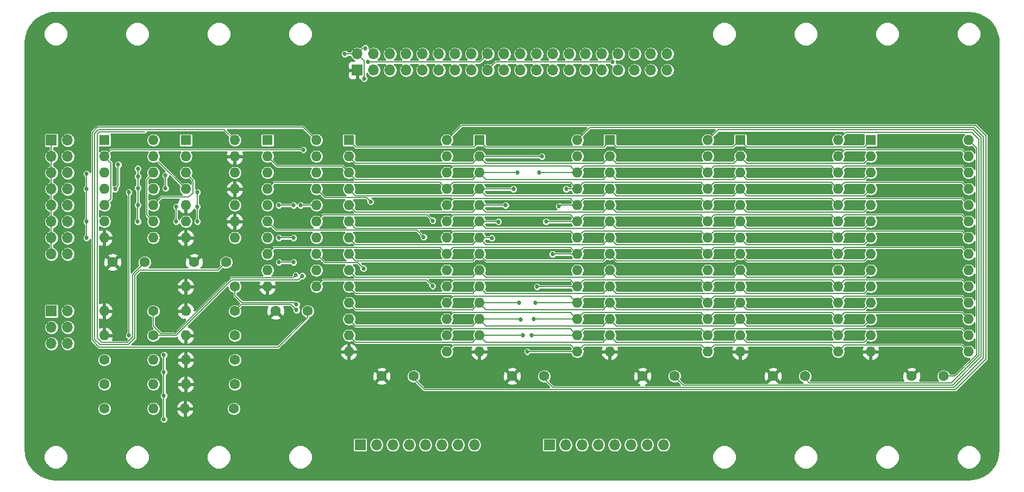
<source format=gtl>
%TF.GenerationSoftware,KiCad,Pcbnew,(5.0.0)*%
%TF.CreationDate,2018-10-23T17:24:24+02:00*%
%TF.ProjectId,S80 Memory,533830204D656D6F72792E6B69636164,1.0*%
%TF.SameCoordinates,Original*%
%TF.FileFunction,Copper,L1,Top,Signal*%
%TF.FilePolarity,Positive*%
%FSLAX46Y46*%
G04 Gerber Fmt 4.6, Leading zero omitted, Abs format (unit mm)*
G04 Created by KiCad (PCBNEW (5.0.0)) date 10/23/18 17:24:24*
%MOMM*%
%LPD*%
G01*
G04 APERTURE LIST*
%ADD10O,1.700000X1.700000*%
%ADD11R,1.700000X1.700000*%
%ADD12C,1.600000*%
%ADD13O,1.600000X1.600000*%
%ADD14R,1.600000X1.600000*%
%ADD15C,0.685800*%
%ADD16C,0.152400*%
%ADD17C,0.254000*%
G04 APERTURE END LIST*
D10*
X80645000Y-105410000D03*
X78105000Y-105410000D03*
X80645000Y-102870000D03*
X78105000Y-102870000D03*
X80645000Y-100330000D03*
X78105000Y-100330000D03*
X80645000Y-97790000D03*
X78105000Y-97790000D03*
X80645000Y-95250000D03*
X78105000Y-95250000D03*
X80645000Y-92710000D03*
X78105000Y-92710000D03*
X80645000Y-90170000D03*
X78105000Y-90170000D03*
X80645000Y-87630000D03*
D11*
X78105000Y-87630000D03*
D10*
X174015400Y-74168000D03*
X174015400Y-76708000D03*
X171475400Y-74168000D03*
X171475400Y-76708000D03*
X168935400Y-74168000D03*
X168935400Y-76708000D03*
X166395400Y-74168000D03*
X166395400Y-76708000D03*
X163855400Y-74168000D03*
X163855400Y-76708000D03*
X161315400Y-74168000D03*
X161315400Y-76708000D03*
X158775400Y-74168000D03*
X158775400Y-76708000D03*
X156235400Y-74168000D03*
X156235400Y-76708000D03*
X153695400Y-74168000D03*
X153695400Y-76708000D03*
X151155400Y-74168000D03*
X151155400Y-76708000D03*
X148615400Y-74168000D03*
X148615400Y-76708000D03*
X146075400Y-74168000D03*
X146075400Y-76708000D03*
X143535400Y-74168000D03*
X143535400Y-76708000D03*
X140995400Y-74168000D03*
X140995400Y-76708000D03*
X138455400Y-74168000D03*
X138455400Y-76708000D03*
X135915400Y-74168000D03*
X135915400Y-76708000D03*
X133375400Y-74168000D03*
X133375400Y-76708000D03*
X130835400Y-74168000D03*
X130835400Y-76708000D03*
X128295400Y-74168000D03*
X128295400Y-76708000D03*
X125755400Y-74168000D03*
D11*
X125755400Y-76708000D03*
D10*
X144018000Y-135178800D03*
X141478000Y-135178800D03*
X138938000Y-135178800D03*
X136398000Y-135178800D03*
X133858000Y-135178800D03*
X131318000Y-135178800D03*
X128778000Y-135178800D03*
D11*
X126238000Y-135178800D03*
X155702000Y-135178800D03*
D10*
X158242000Y-135178800D03*
X160782000Y-135178800D03*
X163322000Y-135178800D03*
X165862000Y-135178800D03*
X168402000Y-135178800D03*
X170942000Y-135178800D03*
X173482000Y-135178800D03*
D12*
X92630000Y-106680000D03*
X87630000Y-106680000D03*
X129540000Y-124460000D03*
X134540000Y-124460000D03*
X105330000Y-106680000D03*
X100330000Y-106680000D03*
X149860000Y-124460000D03*
X154860000Y-124460000D03*
X175180000Y-124460000D03*
X170180000Y-124460000D03*
X190500000Y-124460000D03*
X195500000Y-124460000D03*
X217090000Y-124460000D03*
X212090000Y-124460000D03*
X113030000Y-114300000D03*
X118030000Y-114300000D03*
D13*
X98904999Y-129540000D03*
D12*
X106524999Y-129540000D03*
X106680000Y-125730000D03*
D13*
X99060000Y-125730000D03*
X99060000Y-121920000D03*
D12*
X106680000Y-121920000D03*
D13*
X99060000Y-118110000D03*
D12*
X106680000Y-118110000D03*
X106680000Y-114300000D03*
D13*
X99060000Y-114300000D03*
D12*
X106680000Y-110490000D03*
D13*
X99060000Y-110490000D03*
X86360000Y-114300000D03*
D12*
X93980000Y-114300000D03*
D13*
X86360000Y-118110000D03*
D12*
X93980000Y-118110000D03*
D13*
X93980000Y-121920000D03*
D12*
X86360000Y-121920000D03*
X86360000Y-125730000D03*
D13*
X93980000Y-125730000D03*
X93980000Y-129540000D03*
D12*
X86360000Y-129540000D03*
D14*
X86360000Y-87630000D03*
D13*
X93980000Y-102870000D03*
X86360000Y-90170000D03*
X93980000Y-100330000D03*
X86360000Y-92710000D03*
X93980000Y-97790000D03*
X86360000Y-95250000D03*
X93980000Y-95250000D03*
X86360000Y-97790000D03*
X93980000Y-92710000D03*
X86360000Y-100330000D03*
X93980000Y-90170000D03*
X86360000Y-102870000D03*
X93980000Y-87630000D03*
X139700000Y-87630000D03*
X124460000Y-120650000D03*
X139700000Y-90170000D03*
X124460000Y-118110000D03*
X139700000Y-92710000D03*
X124460000Y-115570000D03*
X139700000Y-95250000D03*
X124460000Y-113030000D03*
X139700000Y-97790000D03*
X124460000Y-110490000D03*
X139700000Y-100330000D03*
X124460000Y-107950000D03*
X139700000Y-102870000D03*
X124460000Y-105410000D03*
X139700000Y-105410000D03*
X124460000Y-102870000D03*
X139700000Y-107950000D03*
X124460000Y-100330000D03*
X139700000Y-110490000D03*
X124460000Y-97790000D03*
X139700000Y-113030000D03*
X124460000Y-95250000D03*
X139700000Y-115570000D03*
X124460000Y-92710000D03*
X139700000Y-118110000D03*
X124460000Y-90170000D03*
X139700000Y-120650000D03*
D14*
X124460000Y-87630000D03*
X99060000Y-87630000D03*
D13*
X106680000Y-102870000D03*
X99060000Y-90170000D03*
X106680000Y-100330000D03*
X99060000Y-92710000D03*
X106680000Y-97790000D03*
X99060000Y-95250000D03*
X106680000Y-95250000D03*
X99060000Y-97790000D03*
X106680000Y-92710000D03*
X99060000Y-100330000D03*
X106680000Y-90170000D03*
X99060000Y-102870000D03*
X106680000Y-87630000D03*
D14*
X144780000Y-87630000D03*
D13*
X160020000Y-120650000D03*
X144780000Y-90170000D03*
X160020000Y-118110000D03*
X144780000Y-92710000D03*
X160020000Y-115570000D03*
X144780000Y-95250000D03*
X160020000Y-113030000D03*
X144780000Y-97790000D03*
X160020000Y-110490000D03*
X144780000Y-100330000D03*
X160020000Y-107950000D03*
X144780000Y-102870000D03*
X160020000Y-105410000D03*
X144780000Y-105410000D03*
X160020000Y-102870000D03*
X144780000Y-107950000D03*
X160020000Y-100330000D03*
X144780000Y-110490000D03*
X160020000Y-97790000D03*
X144780000Y-113030000D03*
X160020000Y-95250000D03*
X144780000Y-115570000D03*
X160020000Y-92710000D03*
X144780000Y-118110000D03*
X160020000Y-90170000D03*
X144780000Y-120650000D03*
X160020000Y-87630000D03*
X180340000Y-87630000D03*
X165100000Y-120650000D03*
X180340000Y-90170000D03*
X165100000Y-118110000D03*
X180340000Y-92710000D03*
X165100000Y-115570000D03*
X180340000Y-95250000D03*
X165100000Y-113030000D03*
X180340000Y-97790000D03*
X165100000Y-110490000D03*
X180340000Y-100330000D03*
X165100000Y-107950000D03*
X180340000Y-102870000D03*
X165100000Y-105410000D03*
X180340000Y-105410000D03*
X165100000Y-102870000D03*
X180340000Y-107950000D03*
X165100000Y-100330000D03*
X180340000Y-110490000D03*
X165100000Y-97790000D03*
X180340000Y-113030000D03*
X165100000Y-95250000D03*
X180340000Y-115570000D03*
X165100000Y-92710000D03*
X180340000Y-118110000D03*
X165100000Y-90170000D03*
X180340000Y-120650000D03*
D14*
X165100000Y-87630000D03*
X185420000Y-87630000D03*
D13*
X200660000Y-120650000D03*
X185420000Y-90170000D03*
X200660000Y-118110000D03*
X185420000Y-92710000D03*
X200660000Y-115570000D03*
X185420000Y-95250000D03*
X200660000Y-113030000D03*
X185420000Y-97790000D03*
X200660000Y-110490000D03*
X185420000Y-100330000D03*
X200660000Y-107950000D03*
X185420000Y-102870000D03*
X200660000Y-105410000D03*
X185420000Y-105410000D03*
X200660000Y-102870000D03*
X185420000Y-107950000D03*
X200660000Y-100330000D03*
X185420000Y-110490000D03*
X200660000Y-97790000D03*
X185420000Y-113030000D03*
X200660000Y-95250000D03*
X185420000Y-115570000D03*
X200660000Y-92710000D03*
X185420000Y-118110000D03*
X200660000Y-90170000D03*
X185420000Y-120650000D03*
X200660000Y-87630000D03*
D14*
X205740000Y-87630000D03*
D13*
X220980000Y-120650000D03*
X205740000Y-90170000D03*
X220980000Y-118110000D03*
X205740000Y-92710000D03*
X220980000Y-115570000D03*
X205740000Y-95250000D03*
X220980000Y-113030000D03*
X205740000Y-97790000D03*
X220980000Y-110490000D03*
X205740000Y-100330000D03*
X220980000Y-107950000D03*
X205740000Y-102870000D03*
X220980000Y-105410000D03*
X205740000Y-105410000D03*
X220980000Y-102870000D03*
X205740000Y-107950000D03*
X220980000Y-100330000D03*
X205740000Y-110490000D03*
X220980000Y-97790000D03*
X205740000Y-113030000D03*
X220980000Y-95250000D03*
X205740000Y-115570000D03*
X220980000Y-92710000D03*
X205740000Y-118110000D03*
X220980000Y-90170000D03*
X205740000Y-120650000D03*
X220980000Y-87630000D03*
D14*
X111760000Y-87630000D03*
D13*
X119380000Y-110490000D03*
X111760000Y-90170000D03*
X119380000Y-107950000D03*
X111760000Y-92710000D03*
X119380000Y-105410000D03*
X111760000Y-95250000D03*
X119380000Y-102870000D03*
X111760000Y-97790000D03*
X119380000Y-100330000D03*
X111760000Y-100330000D03*
X119380000Y-97790000D03*
X111760000Y-102870000D03*
X119380000Y-95250000D03*
X111760000Y-105410000D03*
X119380000Y-92710000D03*
X111760000Y-107950000D03*
X119380000Y-90170000D03*
X111760000Y-110490000D03*
X119380000Y-87630000D03*
D11*
X78105000Y-114300000D03*
D10*
X80645000Y-114300000D03*
X78105000Y-116840000D03*
X80645000Y-116840000D03*
X78105000Y-119380000D03*
X80645000Y-119380000D03*
D15*
X127010160Y-73253600D03*
X126837440Y-78036420D03*
X95631000Y-121158000D03*
X95631000Y-131191000D03*
X95631000Y-123825000D03*
X95631000Y-127508000D03*
X83566000Y-92837000D03*
X83566000Y-102870000D03*
X83566000Y-95250000D03*
X83566000Y-100330000D03*
X115824000Y-97790000D03*
X115824000Y-102870000D03*
X115824000Y-106680000D03*
X113538000Y-106680000D03*
X113538000Y-102870000D03*
X113538000Y-97790000D03*
X100838000Y-100330000D03*
X97536000Y-100330000D03*
X100838000Y-98018600D03*
X97536000Y-98018600D03*
X100838000Y-95758000D03*
X91567000Y-100330000D03*
X95885000Y-93091000D03*
X95885000Y-95123000D03*
X123825000Y-74168000D03*
X91580000Y-97740000D03*
X91580000Y-95100000D03*
X91580000Y-93310000D03*
X91580000Y-92070000D03*
X193294000Y-89916000D03*
X193294000Y-118110000D03*
X193294000Y-115570000D03*
X193294000Y-110490000D03*
X193294000Y-107950000D03*
X193294000Y-105410000D03*
X193294000Y-102870000D03*
X193294000Y-100330000D03*
X193294000Y-97663000D03*
X193294000Y-95250000D03*
X193294000Y-92710000D03*
X193294000Y-113030000D03*
X193294000Y-87503000D03*
X193294000Y-120650000D03*
X172720000Y-120650000D03*
X172720000Y-87503000D03*
X172720000Y-90170000D03*
X172720000Y-92710000D03*
X172720000Y-95250000D03*
X172720000Y-97790000D03*
X172720000Y-100330000D03*
X172720000Y-102870000D03*
X172720000Y-105410000D03*
X172720000Y-107950000D03*
X172720000Y-110490000D03*
X172720000Y-113030000D03*
X172720000Y-115570000D03*
X172720000Y-118110000D03*
X132080000Y-87630000D03*
X132080000Y-120650000D03*
X132080000Y-118110000D03*
X132080000Y-115570000D03*
X132080000Y-113030000D03*
X132080000Y-110490000D03*
X132080000Y-107950000D03*
X132080000Y-105410000D03*
X132080000Y-102870000D03*
X132080000Y-100330000D03*
X132080000Y-97790000D03*
X132080000Y-95250000D03*
X132080000Y-92710000D03*
X132080000Y-90170000D03*
X203200000Y-87630000D03*
X203200000Y-120650000D03*
X203200000Y-118110000D03*
X203200000Y-115570000D03*
X203200000Y-113030000D03*
X203200000Y-110490000D03*
X203200000Y-107950000D03*
X203200000Y-105410000D03*
X203200000Y-102870000D03*
X203200000Y-100330000D03*
X203200000Y-97790000D03*
X203200000Y-95250000D03*
X203200000Y-92710000D03*
X203200000Y-90170000D03*
X182880000Y-87503000D03*
X182880000Y-120650000D03*
X182880000Y-118110000D03*
X182880000Y-115570000D03*
X182880000Y-113030000D03*
X182880000Y-110490000D03*
X182880000Y-107950000D03*
X182880000Y-105410000D03*
X182880000Y-102870000D03*
X182880000Y-100330000D03*
X182880000Y-97790000D03*
X182880000Y-95250000D03*
X182880000Y-92710000D03*
X182880000Y-90170000D03*
X162560000Y-87503000D03*
X162560000Y-120650000D03*
X141732000Y-120650000D03*
X141732000Y-118110000D03*
X141732000Y-115570000D03*
X141732000Y-113030000D03*
X141732000Y-110490000D03*
X141732000Y-107950000D03*
X141732000Y-102870000D03*
X141732000Y-100330000D03*
X141732000Y-97790000D03*
X141732000Y-95250000D03*
X141732000Y-92710000D03*
X141732000Y-90170000D03*
X162560000Y-118110000D03*
X162560000Y-115570000D03*
X162560000Y-113030000D03*
X162560000Y-110490000D03*
X162560000Y-107950000D03*
X162560000Y-105410000D03*
X162560000Y-102870000D03*
X162560000Y-100330000D03*
X162560000Y-97790000D03*
X162560000Y-95250000D03*
X162560000Y-92710000D03*
X162560000Y-90170000D03*
X121920000Y-110490000D03*
X121920000Y-90170000D03*
X121920000Y-92710000D03*
X121920000Y-95250000D03*
X121920000Y-97790000D03*
X121920000Y-100330000D03*
X121920000Y-102870000D03*
X121920000Y-105410000D03*
X121920000Y-107950000D03*
X141732000Y-105410000D03*
X149987000Y-120650000D03*
X149987000Y-100330000D03*
X149987000Y-102870000D03*
X149987000Y-105410000D03*
X149987000Y-107950000D03*
X149987000Y-110490000D03*
X213360000Y-120650000D03*
X213360000Y-87503000D03*
X213360000Y-118110000D03*
X213360000Y-115570000D03*
X213360000Y-113030000D03*
X213360000Y-110617000D03*
X213360000Y-106680000D03*
X213360000Y-102870000D03*
X213360000Y-100330000D03*
X213360000Y-97790000D03*
X213360000Y-95250000D03*
X213360000Y-92710000D03*
X213360000Y-90170000D03*
X150210000Y-98160000D03*
X141930000Y-87820000D03*
X146650000Y-87960000D03*
X146660000Y-89390000D03*
X154060000Y-95090000D03*
X154100000Y-97640000D03*
X146697700Y-102908100D03*
X147751800Y-100355400D03*
X148833840Y-97792540D03*
X150093680Y-95255080D03*
X150680420Y-92715080D03*
X158295340Y-95247460D03*
X157192980Y-97932240D03*
X136108440Y-102758240D03*
X156189680Y-105417620D03*
X155178760Y-100332540D03*
X137490200Y-110393480D03*
X154525980Y-90172540D03*
X126730760Y-107645200D03*
X154134820Y-92710000D03*
X137497820Y-100172520D03*
X165526720Y-75443080D03*
X127843280Y-97238820D03*
X127434340Y-75432920D03*
X150987760Y-113035080D03*
X151193500Y-115582700D03*
X151523700Y-118102380D03*
X152260300Y-120637300D03*
X152892760Y-118120160D03*
X153240740Y-115559840D03*
X153520140Y-113027460D03*
X153786840Y-110484920D03*
X117368320Y-89138760D03*
X117203220Y-108816140D03*
X116928900Y-97795080D03*
X116192300Y-108706920D03*
X116283740Y-113278920D03*
X116293900Y-114139980D03*
X90185240Y-118107460D03*
X90185240Y-95758000D03*
X88519000Y-91440000D03*
X88050000Y-95250000D03*
D16*
X126945759Y-73318001D02*
X127010160Y-73253600D01*
X125755400Y-74168000D02*
X126605399Y-73318001D01*
X126605399Y-73318001D02*
X126945759Y-73318001D01*
X125768100Y-74168000D02*
X125755400Y-74168000D01*
X126839980Y-75239880D02*
X125768100Y-74168000D01*
X126839980Y-77436980D02*
X126839980Y-75239880D01*
X126837440Y-78036420D02*
X126839980Y-77436980D01*
X95631000Y-121158000D02*
X95631000Y-123825000D01*
X95631000Y-123825000D02*
X95631000Y-127508000D01*
X95631000Y-127508000D02*
X95631000Y-131191000D01*
X83566000Y-93321933D02*
X83566000Y-95250000D01*
X83566000Y-92837000D02*
X83566000Y-93321933D01*
X83566000Y-95250000D02*
X83566000Y-100330000D01*
X83566000Y-100330000D02*
X83566000Y-102870000D01*
X115824000Y-106680000D02*
X113538000Y-106680000D01*
X115824000Y-102870000D02*
X113538000Y-102870000D01*
X115824000Y-97790000D02*
X113538000Y-97790000D01*
X100838000Y-100330000D02*
X100838000Y-98018600D01*
X97536000Y-100330000D02*
X97536000Y-98018600D01*
X100838000Y-98018600D02*
X100838000Y-95758000D01*
X95885000Y-93091000D02*
X95885000Y-95123000D01*
X125755400Y-74168000D02*
X123825000Y-74168000D01*
X92630000Y-106680000D02*
X92630000Y-106693960D01*
X85610700Y-86321900D02*
X92671900Y-86321900D01*
X85283040Y-86649560D02*
X85610700Y-86321900D01*
X85283040Y-118526560D02*
X85283040Y-86649560D01*
X85918040Y-119161560D02*
X85283040Y-118526560D01*
X89943940Y-119161560D02*
X85918040Y-119161560D01*
X90766900Y-118338600D02*
X89943940Y-119161560D01*
X90766900Y-108557060D02*
X90766900Y-118338600D01*
X92630000Y-106693960D02*
X90766900Y-108557060D01*
X105330000Y-106680000D02*
X105303320Y-106680000D01*
X105018840Y-85968840D02*
X106680000Y-87630000D01*
X85432900Y-85968840D02*
X105018840Y-85968840D01*
X84853780Y-86547960D02*
X85432900Y-85968840D01*
X84853780Y-118722140D02*
X84853780Y-86547960D01*
X85689440Y-119557800D02*
X84853780Y-118722140D01*
X90096340Y-119557800D02*
X85689440Y-119557800D01*
X91117420Y-118536720D02*
X90096340Y-119557800D01*
X91117420Y-108681520D02*
X91117420Y-118536720D01*
X91907360Y-107891580D02*
X91117420Y-108681520D01*
X104091740Y-107891580D02*
X91907360Y-107891580D01*
X105303320Y-106680000D02*
X104091740Y-107891580D01*
X118030000Y-114300000D02*
X118030000Y-115324880D01*
X85272880Y-85608160D02*
X117358160Y-85608160D01*
X84490560Y-86390480D02*
X85272880Y-85608160D01*
X84490560Y-118879620D02*
X84490560Y-86390480D01*
X85524340Y-119913400D02*
X84490560Y-118879620D01*
X113441480Y-119913400D02*
X85524340Y-119913400D01*
X118030000Y-115324880D02*
X113441480Y-119913400D01*
X217090000Y-124460000D02*
X218884500Y-124460000D01*
X222250000Y-88900000D02*
X220980000Y-87630000D01*
X222250000Y-121094500D02*
X222250000Y-88900000D01*
X218884500Y-124460000D02*
X222250000Y-121094500D01*
X195500000Y-124460000D02*
X195500000Y-124806720D01*
X201866500Y-86423500D02*
X200660000Y-87630000D01*
X221505780Y-86423500D02*
X201866500Y-86423500D01*
X222587820Y-87505540D02*
X221505780Y-86423500D01*
X222587820Y-121239280D02*
X222587820Y-87505540D01*
X218313000Y-125514100D02*
X222587820Y-121239280D01*
X196207380Y-125514100D02*
X218313000Y-125514100D01*
X195500000Y-124806720D02*
X196207380Y-125514100D01*
X175180000Y-124460000D02*
X175180000Y-124501920D01*
X181940200Y-86029800D02*
X180340000Y-87630000D01*
X221701360Y-86029800D02*
X181940200Y-86029800D01*
X222948500Y-87276940D02*
X221701360Y-86029800D01*
X222948500Y-121406920D02*
X222948500Y-87276940D01*
X218498420Y-125857000D02*
X222948500Y-121406920D01*
X176535080Y-125857000D02*
X218498420Y-125857000D01*
X175180000Y-124501920D02*
X176535080Y-125857000D01*
X154860000Y-124460000D02*
X154860000Y-124827040D01*
X161985960Y-85664040D02*
X160020000Y-87630000D01*
X221861380Y-85664040D02*
X161985960Y-85664040D01*
X223309180Y-87111840D02*
X221861380Y-85664040D01*
X223309180Y-121605040D02*
X223309180Y-87111840D01*
X218729560Y-126184660D02*
X223309180Y-121605040D01*
X156217620Y-126184660D02*
X218729560Y-126184660D01*
X154860000Y-124827040D02*
X156217620Y-126184660D01*
X134540000Y-124460000D02*
X134540000Y-124888000D01*
X142029180Y-85300820D02*
X139700000Y-87630000D01*
X222072200Y-85300820D02*
X142029180Y-85300820D01*
X223667320Y-86895940D02*
X222072200Y-85300820D01*
X223667320Y-121836180D02*
X223667320Y-86895940D01*
X218953080Y-126550420D02*
X223667320Y-121836180D01*
X136202420Y-126550420D02*
X218953080Y-126550420D01*
X134540000Y-124888000D02*
X136202420Y-126550420D01*
X78105000Y-104207919D02*
X78105000Y-102870000D01*
X78105000Y-105410000D02*
X78105000Y-104207919D01*
X78105000Y-102870000D02*
X78105000Y-100330000D01*
X78105000Y-99127919D02*
X78105000Y-97790000D01*
X78105000Y-100330000D02*
X78105000Y-99127919D01*
X78105000Y-95250000D02*
X78105000Y-97790000D01*
X78105000Y-95250000D02*
X78105000Y-92710000D01*
X78105000Y-92710000D02*
X78105000Y-90170000D01*
X78105000Y-88967919D02*
X78105000Y-87630000D01*
X78105000Y-90170000D02*
X78105000Y-88967919D01*
X117358160Y-85608160D02*
X119380000Y-87630000D01*
X91567000Y-100330000D02*
X91567000Y-97753000D01*
X91567000Y-97753000D02*
X91580000Y-97740000D01*
X91580000Y-97740000D02*
X91580000Y-95100000D01*
X91580000Y-95100000D02*
X91580000Y-93310000D01*
X91580000Y-93310000D02*
X91580000Y-92070000D01*
X186219999Y-111289999D02*
X185420000Y-110490000D01*
X186448601Y-111518601D02*
X186219999Y-111289999D01*
X204711399Y-111518601D02*
X186448601Y-111518601D01*
X205740000Y-110490000D02*
X204711399Y-111518601D01*
X184620001Y-111289999D02*
X185420000Y-110490000D01*
X184391399Y-111518601D02*
X184620001Y-111289999D01*
X166128601Y-111518601D02*
X184391399Y-111518601D01*
X165100000Y-110490000D02*
X166128601Y-111518601D01*
X164300001Y-111289999D02*
X165100000Y-110490000D01*
X164071399Y-111518601D02*
X164300001Y-111289999D01*
X145808601Y-111518601D02*
X164071399Y-111518601D01*
X144780000Y-110490000D02*
X145808601Y-111518601D01*
X143980001Y-111289999D02*
X144780000Y-110490000D01*
X143751399Y-111518601D02*
X143980001Y-111289999D01*
X125488601Y-111518601D02*
X143751399Y-111518601D01*
X124460000Y-110490000D02*
X125488601Y-111518601D01*
X186219999Y-108749999D02*
X185420000Y-107950000D01*
X186448601Y-108978601D02*
X186219999Y-108749999D01*
X204711399Y-108978601D02*
X186448601Y-108978601D01*
X205740000Y-107950000D02*
X204711399Y-108978601D01*
X184620001Y-108749999D02*
X185420000Y-107950000D01*
X184391399Y-108978601D02*
X184620001Y-108749999D01*
X166128601Y-108978601D02*
X184391399Y-108978601D01*
X165100000Y-107950000D02*
X166128601Y-108978601D01*
X164300001Y-108749999D02*
X165100000Y-107950000D01*
X164071399Y-108978601D02*
X164300001Y-108749999D01*
X145808601Y-108978601D02*
X164071399Y-108978601D01*
X144780000Y-107950000D02*
X145808601Y-108978601D01*
X143980001Y-108749999D02*
X144780000Y-107950000D01*
X143751399Y-108978601D02*
X143980001Y-108749999D01*
X125488601Y-108978601D02*
X143751399Y-108978601D01*
X124460000Y-107950000D02*
X125488601Y-108978601D01*
X186219999Y-106209999D02*
X185420000Y-105410000D01*
X186448601Y-106438601D02*
X186219999Y-106209999D01*
X204711399Y-106438601D02*
X186448601Y-106438601D01*
X205740000Y-105410000D02*
X204711399Y-106438601D01*
X184620001Y-106209999D02*
X185420000Y-105410000D01*
X184391399Y-106438601D02*
X184620001Y-106209999D01*
X166128601Y-106438601D02*
X184391399Y-106438601D01*
X165100000Y-105410000D02*
X166128601Y-106438601D01*
X164300001Y-106209999D02*
X165100000Y-105410000D01*
X164071399Y-106438601D02*
X164300001Y-106209999D01*
X145808601Y-106438601D02*
X164071399Y-106438601D01*
X144780000Y-105410000D02*
X145808601Y-106438601D01*
X143980001Y-106209999D02*
X144780000Y-105410000D01*
X143751399Y-106438601D02*
X143980001Y-106209999D01*
X125488601Y-106438601D02*
X143751399Y-106438601D01*
X124460000Y-105410000D02*
X125488601Y-106438601D01*
X186219999Y-103669999D02*
X185420000Y-102870000D01*
X186448601Y-103898601D02*
X186219999Y-103669999D01*
X204711399Y-103898601D02*
X186448601Y-103898601D01*
X205740000Y-102870000D02*
X204711399Y-103898601D01*
X184620001Y-103669999D02*
X185420000Y-102870000D01*
X184391399Y-103898601D02*
X184620001Y-103669999D01*
X166128601Y-103898601D02*
X184391399Y-103898601D01*
X165100000Y-102870000D02*
X166128601Y-103898601D01*
X164300001Y-103669999D02*
X165100000Y-102870000D01*
X164071399Y-103898601D02*
X164300001Y-103669999D01*
X145808601Y-103898601D02*
X164071399Y-103898601D01*
X144780000Y-102870000D02*
X145808601Y-103898601D01*
X143980001Y-103669999D02*
X144780000Y-102870000D01*
X143751399Y-103898601D02*
X143980001Y-103669999D01*
X125488601Y-103898601D02*
X143751399Y-103898601D01*
X124460000Y-102870000D02*
X125488601Y-103898601D01*
X146659600Y-102870000D02*
X144780000Y-102870000D01*
X146697700Y-102908100D02*
X146659600Y-102870000D01*
X186219999Y-101129999D02*
X185420000Y-100330000D01*
X186448601Y-101358601D02*
X186219999Y-101129999D01*
X204711399Y-101358601D02*
X186448601Y-101358601D01*
X205740000Y-100330000D02*
X204711399Y-101358601D01*
X184620001Y-101129999D02*
X185420000Y-100330000D01*
X184391399Y-101358601D02*
X184620001Y-101129999D01*
X166128601Y-101358601D02*
X184391399Y-101358601D01*
X165100000Y-100330000D02*
X166128601Y-101358601D01*
X164300001Y-101129999D02*
X165100000Y-100330000D01*
X164071399Y-101358601D02*
X164300001Y-101129999D01*
X145808601Y-101358601D02*
X164071399Y-101358601D01*
X144780000Y-100330000D02*
X145808601Y-101358601D01*
X143980001Y-101129999D02*
X144780000Y-100330000D01*
X143751399Y-101358601D02*
X143980001Y-101129999D01*
X125488601Y-101358601D02*
X143751399Y-101358601D01*
X124460000Y-100330000D02*
X125488601Y-101358601D01*
X147726400Y-100330000D02*
X144780000Y-100330000D01*
X147751800Y-100355400D02*
X147726400Y-100330000D01*
X186219999Y-98589999D02*
X185420000Y-97790000D01*
X186448601Y-98818601D02*
X186219999Y-98589999D01*
X204711399Y-98818601D02*
X186448601Y-98818601D01*
X205740000Y-97790000D02*
X204711399Y-98818601D01*
X184620001Y-98589999D02*
X185420000Y-97790000D01*
X184391399Y-98818601D02*
X184620001Y-98589999D01*
X166128601Y-98818601D02*
X184391399Y-98818601D01*
X165100000Y-97790000D02*
X166128601Y-98818601D01*
X164300001Y-98589999D02*
X165100000Y-97790000D01*
X164071399Y-98818601D02*
X164300001Y-98589999D01*
X145808601Y-98818601D02*
X164071399Y-98818601D01*
X144780000Y-97790000D02*
X145808601Y-98818601D01*
X143980001Y-98589999D02*
X144780000Y-97790000D01*
X143751399Y-98818601D02*
X143980001Y-98589999D01*
X125488601Y-98818601D02*
X143751399Y-98818601D01*
X124460000Y-97790000D02*
X125488601Y-98818601D01*
X148831300Y-97790000D02*
X148833840Y-97792540D01*
X148831300Y-97790000D02*
X144780000Y-97790000D01*
X149156420Y-97800160D02*
X149146260Y-97790000D01*
X186219999Y-96049999D02*
X185420000Y-95250000D01*
X186448601Y-96278601D02*
X186219999Y-96049999D01*
X204711399Y-96278601D02*
X186448601Y-96278601D01*
X205740000Y-95250000D02*
X204711399Y-96278601D01*
X184620001Y-96049999D02*
X185420000Y-95250000D01*
X184391399Y-96278601D02*
X184620001Y-96049999D01*
X166128601Y-96278601D02*
X184391399Y-96278601D01*
X165100000Y-95250000D02*
X166128601Y-96278601D01*
X164300001Y-96049999D02*
X165100000Y-95250000D01*
X164071399Y-96278601D02*
X164300001Y-96049999D01*
X145808601Y-96278601D02*
X164071399Y-96278601D01*
X144780000Y-95250000D02*
X145808601Y-96278601D01*
X143980001Y-96049999D02*
X144780000Y-95250000D01*
X143751399Y-96278601D02*
X143980001Y-96049999D01*
X125488601Y-96278601D02*
X143751399Y-96278601D01*
X124460000Y-95250000D02*
X125488601Y-96278601D01*
X150088600Y-95250000D02*
X144780000Y-95250000D01*
X150093680Y-95255080D02*
X150088600Y-95250000D01*
X186219999Y-93509999D02*
X185420000Y-92710000D01*
X186448601Y-93738601D02*
X186219999Y-93509999D01*
X204711399Y-93738601D02*
X186448601Y-93738601D01*
X205740000Y-92710000D02*
X204711399Y-93738601D01*
X184620001Y-93509999D02*
X185420000Y-92710000D01*
X184391399Y-93738601D02*
X184620001Y-93509999D01*
X166128601Y-93738601D02*
X184391399Y-93738601D01*
X165100000Y-92710000D02*
X166128601Y-93738601D01*
X164300001Y-93509999D02*
X165100000Y-92710000D01*
X164071399Y-93738601D02*
X164300001Y-93509999D01*
X145808601Y-93738601D02*
X164071399Y-93738601D01*
X144780000Y-92710000D02*
X145808601Y-93738601D01*
X143980001Y-93509999D02*
X144780000Y-92710000D01*
X143751399Y-93738601D02*
X143980001Y-93509999D01*
X125488601Y-93738601D02*
X143751399Y-93738601D01*
X124460000Y-92710000D02*
X125488601Y-93738601D01*
X150675340Y-92710000D02*
X144780000Y-92710000D01*
X150680420Y-92715080D02*
X150675340Y-92710000D01*
X113271399Y-91681399D02*
X111760000Y-90170000D01*
X124460000Y-92710000D02*
X123431399Y-91681399D01*
X123431399Y-91681399D02*
X113271399Y-91681399D01*
X201459999Y-94450001D02*
X200660000Y-95250000D01*
X201688601Y-94221399D02*
X201459999Y-94450001D01*
X219951399Y-94221399D02*
X201688601Y-94221399D01*
X220980000Y-95250000D02*
X219951399Y-94221399D01*
X199860001Y-94450001D02*
X200660000Y-95250000D01*
X199631399Y-94221399D02*
X199860001Y-94450001D01*
X181368601Y-94221399D02*
X199631399Y-94221399D01*
X180340000Y-95250000D02*
X181368601Y-94221399D01*
X179540001Y-94450001D02*
X180340000Y-95250000D01*
X179311399Y-94221399D02*
X179540001Y-94450001D01*
X161048601Y-94221399D02*
X179311399Y-94221399D01*
X160020000Y-95250000D02*
X161048601Y-94221399D01*
X159220001Y-94450001D02*
X160020000Y-95250000D01*
X158991399Y-94221399D02*
X159220001Y-94450001D01*
X140728601Y-94221399D02*
X158991399Y-94221399D01*
X139700000Y-95250000D02*
X140728601Y-94221399D01*
X158297880Y-95250000D02*
X160020000Y-95250000D01*
X158295340Y-95247460D02*
X158297880Y-95250000D01*
X138900001Y-94450001D02*
X139700000Y-95250000D01*
X138671399Y-94221399D02*
X138900001Y-94450001D01*
X112788601Y-94221399D02*
X138671399Y-94221399D01*
X111760000Y-95250000D02*
X112788601Y-94221399D01*
X201459999Y-96990001D02*
X200660000Y-97790000D01*
X201688601Y-96761399D02*
X201459999Y-96990001D01*
X219951399Y-96761399D02*
X201688601Y-96761399D01*
X220980000Y-97790000D02*
X219951399Y-96761399D01*
X199860001Y-96990001D02*
X200660000Y-97790000D01*
X199631399Y-96761399D02*
X199860001Y-96990001D01*
X181368601Y-96761399D02*
X199631399Y-96761399D01*
X180340000Y-97790000D02*
X181368601Y-96761399D01*
X179540001Y-96990001D02*
X180340000Y-97790000D01*
X179311399Y-96761399D02*
X179540001Y-96990001D01*
X161048601Y-96761399D02*
X179311399Y-96761399D01*
X160020000Y-97790000D02*
X161048601Y-96761399D01*
X159220001Y-96990001D02*
X160020000Y-97790000D01*
X158991399Y-96761399D02*
X159220001Y-96990001D01*
X140728601Y-96761399D02*
X158991399Y-96761399D01*
X139700000Y-97790000D02*
X140728601Y-96761399D01*
X157345380Y-97790000D02*
X160020000Y-97790000D01*
X157192980Y-97942400D02*
X157345380Y-97790000D01*
X157192980Y-97932240D02*
X157192980Y-97942400D01*
X135013611Y-101663411D02*
X136108440Y-102758240D01*
X111760000Y-100330000D02*
X113093411Y-101663411D01*
X113093411Y-101663411D02*
X135013611Y-101663411D01*
X201459999Y-104610001D02*
X200660000Y-105410000D01*
X201688601Y-104381399D02*
X201459999Y-104610001D01*
X219951399Y-104381399D02*
X201688601Y-104381399D01*
X220980000Y-105410000D02*
X219951399Y-104381399D01*
X199860001Y-104610001D02*
X200660000Y-105410000D01*
X199631399Y-104381399D02*
X199860001Y-104610001D01*
X181368601Y-104381399D02*
X199631399Y-104381399D01*
X180340000Y-105410000D02*
X181368601Y-104381399D01*
X179540001Y-104610001D02*
X180340000Y-105410000D01*
X179311399Y-104381399D02*
X179540001Y-104610001D01*
X161048601Y-104381399D02*
X179311399Y-104381399D01*
X160020000Y-105410000D02*
X161048601Y-104381399D01*
X159220001Y-104610001D02*
X160020000Y-105410000D01*
X158991399Y-104381399D02*
X159220001Y-104610001D01*
X140728601Y-104381399D02*
X158991399Y-104381399D01*
X139700000Y-105410000D02*
X140728601Y-104381399D01*
X156189680Y-105417620D02*
X156197300Y-105410000D01*
X156197300Y-105410000D02*
X160020000Y-105410000D01*
X138900001Y-104610001D02*
X139700000Y-105410000D01*
X138671399Y-104381399D02*
X138900001Y-104610001D01*
X112788601Y-104381399D02*
X138671399Y-104381399D01*
X111760000Y-105410000D02*
X112788601Y-104381399D01*
X201459999Y-99530001D02*
X200660000Y-100330000D01*
X201688601Y-99301399D02*
X201459999Y-99530001D01*
X219951399Y-99301399D02*
X201688601Y-99301399D01*
X220980000Y-100330000D02*
X219951399Y-99301399D01*
X199860001Y-99530001D02*
X200660000Y-100330000D01*
X199631399Y-99301399D02*
X199860001Y-99530001D01*
X181368601Y-99301399D02*
X199631399Y-99301399D01*
X180340000Y-100330000D02*
X181368601Y-99301399D01*
X179540001Y-99530001D02*
X180340000Y-100330000D01*
X179311399Y-99301399D02*
X179540001Y-99530001D01*
X161048601Y-99301399D02*
X179311399Y-99301399D01*
X160020000Y-100330000D02*
X161048601Y-99301399D01*
X159220001Y-99530001D02*
X160020000Y-100330000D01*
X158991399Y-99301399D02*
X159220001Y-99530001D01*
X140728601Y-99301399D02*
X158991399Y-99301399D01*
X139700000Y-100330000D02*
X140728601Y-99301399D01*
X155181300Y-100330000D02*
X160020000Y-100330000D01*
X155178760Y-100332540D02*
X155181300Y-100330000D01*
X136558119Y-109461399D02*
X137490200Y-110393480D01*
X119380000Y-110490000D02*
X120408601Y-109461399D01*
X120408601Y-109461399D02*
X136558119Y-109461399D01*
X186219999Y-90969999D02*
X185420000Y-90170000D01*
X186448601Y-91198601D02*
X186219999Y-90969999D01*
X204711399Y-91198601D02*
X186448601Y-91198601D01*
X205740000Y-90170000D02*
X204711399Y-91198601D01*
X165899999Y-90969999D02*
X165100000Y-90170000D01*
X166128601Y-91198601D02*
X165899999Y-90969999D01*
X184391399Y-91198601D02*
X166128601Y-91198601D01*
X185420000Y-90170000D02*
X184391399Y-91198601D01*
X164300001Y-90969999D02*
X165100000Y-90170000D01*
X164071399Y-91198601D02*
X164300001Y-90969999D01*
X145808601Y-91198601D02*
X164071399Y-91198601D01*
X144780000Y-90170000D02*
X145808601Y-91198601D01*
X143980001Y-90969999D02*
X144780000Y-90170000D01*
X143751399Y-91198601D02*
X143980001Y-90969999D01*
X125488601Y-91198601D02*
X143751399Y-91198601D01*
X124460000Y-90170000D02*
X125488601Y-91198601D01*
X154523440Y-90170000D02*
X144780000Y-90170000D01*
X154525980Y-90172540D02*
X154523440Y-90170000D01*
X125828970Y-106743410D02*
X126730760Y-107645200D01*
X119380000Y-105410000D02*
X120713410Y-106743410D01*
X120713410Y-106743410D02*
X125828970Y-106743410D01*
X201459999Y-91910001D02*
X200660000Y-92710000D01*
X201688601Y-91681399D02*
X201459999Y-91910001D01*
X219951399Y-91681399D02*
X201688601Y-91681399D01*
X220980000Y-92710000D02*
X219951399Y-91681399D01*
X199860001Y-91910001D02*
X200660000Y-92710000D01*
X199631399Y-91681399D02*
X199860001Y-91910001D01*
X181368601Y-91681399D02*
X199631399Y-91681399D01*
X180340000Y-92710000D02*
X181368601Y-91681399D01*
X179540001Y-91910001D02*
X180340000Y-92710000D01*
X179311399Y-91681399D02*
X179540001Y-91910001D01*
X161048601Y-91681399D02*
X179311399Y-91681399D01*
X160020000Y-92710000D02*
X161048601Y-91681399D01*
X159220001Y-91910001D02*
X160020000Y-92710000D01*
X158991399Y-91681399D02*
X159220001Y-91910001D01*
X140728601Y-91681399D02*
X158991399Y-91681399D01*
X139700000Y-92710000D02*
X140728601Y-91681399D01*
X154134820Y-92710000D02*
X160020000Y-92710000D01*
X136626699Y-99301399D02*
X137497820Y-100172520D01*
X119380000Y-100330000D02*
X120408601Y-99301399D01*
X120408601Y-99301399D02*
X136626699Y-99301399D01*
X205740000Y-87630000D02*
X205740000Y-87640160D01*
X186461400Y-88671400D02*
X185420000Y-87630000D01*
X204708760Y-88671400D02*
X186461400Y-88671400D01*
X205740000Y-87640160D02*
X204708760Y-88671400D01*
X147340320Y-75443080D02*
X146075400Y-76708000D01*
X147340320Y-75443080D02*
X165526720Y-75443080D01*
X185420000Y-87630000D02*
X185293000Y-87630000D01*
X166141400Y-88671400D02*
X165100000Y-87630000D01*
X184251600Y-88671400D02*
X166141400Y-88671400D01*
X185293000Y-87630000D02*
X184251600Y-88671400D01*
X165100000Y-87630000D02*
X165100000Y-87797640D01*
X145836640Y-88686640D02*
X144780000Y-87630000D01*
X164211000Y-88686640D02*
X145836640Y-88686640D01*
X165100000Y-87797640D02*
X164211000Y-88686640D01*
X144780000Y-87630000D02*
X144780000Y-87845900D01*
X125552200Y-88722200D02*
X124460000Y-87630000D01*
X143903700Y-88722200D02*
X125552200Y-88722200D01*
X144780000Y-87845900D02*
X143903700Y-88722200D01*
X127187871Y-96583411D02*
X127843280Y-97238820D01*
X119380000Y-95250000D02*
X120713411Y-96583411D01*
X120713411Y-96583411D02*
X127187871Y-96583411D01*
X146075400Y-74231500D02*
X146075400Y-74168000D01*
X144873980Y-75432920D02*
X127434340Y-75432920D01*
X146075400Y-74231500D02*
X144873980Y-75432920D01*
X186219999Y-113829999D02*
X185420000Y-113030000D01*
X186448601Y-114058601D02*
X186219999Y-113829999D01*
X204711399Y-114058601D02*
X186448601Y-114058601D01*
X205740000Y-113030000D02*
X204711399Y-114058601D01*
X184620001Y-113829999D02*
X185420000Y-113030000D01*
X184391399Y-114058601D02*
X184620001Y-113829999D01*
X166128601Y-114058601D02*
X184391399Y-114058601D01*
X165100000Y-113030000D02*
X166128601Y-114058601D01*
X164300001Y-113829999D02*
X165100000Y-113030000D01*
X164071399Y-114058601D02*
X164300001Y-113829999D01*
X145808601Y-114058601D02*
X164071399Y-114058601D01*
X144780000Y-113030000D02*
X145808601Y-114058601D01*
X143980001Y-113829999D02*
X144780000Y-113030000D01*
X143751399Y-114058601D02*
X143980001Y-113829999D01*
X125488601Y-114058601D02*
X143751399Y-114058601D01*
X124460000Y-113030000D02*
X125488601Y-114058601D01*
X150982680Y-113030000D02*
X144780000Y-113030000D01*
X150987760Y-113035080D02*
X150982680Y-113030000D01*
X186219999Y-116369999D02*
X185420000Y-115570000D01*
X186448601Y-116598601D02*
X186219999Y-116369999D01*
X204711399Y-116598601D02*
X186448601Y-116598601D01*
X205740000Y-115570000D02*
X204711399Y-116598601D01*
X184620001Y-116369999D02*
X185420000Y-115570000D01*
X184391399Y-116598601D02*
X184620001Y-116369999D01*
X166128601Y-116598601D02*
X184391399Y-116598601D01*
X165100000Y-115570000D02*
X166128601Y-116598601D01*
X164300001Y-116369999D02*
X165100000Y-115570000D01*
X164071399Y-116598601D02*
X164300001Y-116369999D01*
X145808601Y-116598601D02*
X164071399Y-116598601D01*
X144780000Y-115570000D02*
X145808601Y-116598601D01*
X143980001Y-116369999D02*
X144780000Y-115570000D01*
X143751399Y-116598601D02*
X143980001Y-116369999D01*
X125488601Y-116598601D02*
X143751399Y-116598601D01*
X124460000Y-115570000D02*
X125488601Y-116598601D01*
X151180800Y-115570000D02*
X144780000Y-115570000D01*
X151193500Y-115582700D02*
X151180800Y-115570000D01*
X186219999Y-118909999D02*
X185420000Y-118110000D01*
X186448601Y-119138601D02*
X186219999Y-118909999D01*
X204711399Y-119138601D02*
X186448601Y-119138601D01*
X205740000Y-118110000D02*
X204711399Y-119138601D01*
X184620001Y-118909999D02*
X185420000Y-118110000D01*
X184391399Y-119138601D02*
X184620001Y-118909999D01*
X166128601Y-119138601D02*
X184391399Y-119138601D01*
X165100000Y-118110000D02*
X166128601Y-119138601D01*
X164300001Y-118909999D02*
X165100000Y-118110000D01*
X164071399Y-119138601D02*
X164300001Y-118909999D01*
X145808601Y-119138601D02*
X164071399Y-119138601D01*
X144780000Y-118110000D02*
X145808601Y-119138601D01*
X143980001Y-118909999D02*
X144780000Y-118110000D01*
X143751399Y-119138601D02*
X143980001Y-118909999D01*
X125488601Y-119138601D02*
X143751399Y-119138601D01*
X124460000Y-118110000D02*
X125488601Y-119138601D01*
X151523700Y-118102380D02*
X151516080Y-118110000D01*
X151516080Y-118110000D02*
X144780000Y-118110000D01*
X201459999Y-119850001D02*
X200660000Y-120650000D01*
X201688601Y-119621399D02*
X201459999Y-119850001D01*
X219951399Y-119621399D02*
X201688601Y-119621399D01*
X220980000Y-120650000D02*
X219951399Y-119621399D01*
X181139999Y-119850001D02*
X180340000Y-120650000D01*
X181368601Y-119621399D02*
X181139999Y-119850001D01*
X199631399Y-119621399D02*
X181368601Y-119621399D01*
X200660000Y-120650000D02*
X199631399Y-119621399D01*
X160819999Y-119850001D02*
X160020000Y-120650000D01*
X161048601Y-119621399D02*
X160819999Y-119850001D01*
X179311399Y-119621399D02*
X161048601Y-119621399D01*
X180340000Y-120650000D02*
X179311399Y-119621399D01*
X140499999Y-119850001D02*
X139700000Y-120650000D01*
X140728601Y-119621399D02*
X140499999Y-119850001D01*
X158991399Y-119621399D02*
X140728601Y-119621399D01*
X160020000Y-120650000D02*
X158991399Y-119621399D01*
X152260300Y-120637300D02*
X152273000Y-120650000D01*
X152260300Y-120637300D02*
X160007300Y-120637300D01*
X201459999Y-117310001D02*
X200660000Y-118110000D01*
X201688601Y-117081399D02*
X201459999Y-117310001D01*
X219951399Y-117081399D02*
X201688601Y-117081399D01*
X220980000Y-118110000D02*
X219951399Y-117081399D01*
X181139999Y-117310001D02*
X180340000Y-118110000D01*
X181368601Y-117081399D02*
X181139999Y-117310001D01*
X199631399Y-117081399D02*
X181368601Y-117081399D01*
X200660000Y-118110000D02*
X199631399Y-117081399D01*
X179540001Y-117310001D02*
X180340000Y-118110000D01*
X179311399Y-117081399D02*
X179540001Y-117310001D01*
X161048601Y-117081399D02*
X179311399Y-117081399D01*
X160020000Y-118110000D02*
X161048601Y-117081399D01*
X159220001Y-117310001D02*
X160020000Y-118110000D01*
X158991399Y-117081399D02*
X159220001Y-117310001D01*
X140728601Y-117081399D02*
X158991399Y-117081399D01*
X139700000Y-118110000D02*
X140728601Y-117081399D01*
X152902920Y-118110000D02*
X160020000Y-118110000D01*
X152892760Y-118120160D02*
X152902920Y-118110000D01*
X201459999Y-114770001D02*
X200660000Y-115570000D01*
X201688601Y-114541399D02*
X201459999Y-114770001D01*
X219951399Y-114541399D02*
X201688601Y-114541399D01*
X220980000Y-115570000D02*
X219951399Y-114541399D01*
X181139999Y-114770001D02*
X180340000Y-115570000D01*
X181368601Y-114541399D02*
X181139999Y-114770001D01*
X199631399Y-114541399D02*
X181368601Y-114541399D01*
X200660000Y-115570000D02*
X199631399Y-114541399D01*
X179540001Y-114770001D02*
X180340000Y-115570000D01*
X179311399Y-114541399D02*
X179540001Y-114770001D01*
X161048601Y-114541399D02*
X179311399Y-114541399D01*
X160020000Y-115570000D02*
X161048601Y-114541399D01*
X159220001Y-114770001D02*
X160020000Y-115570000D01*
X158991399Y-114541399D02*
X159220001Y-114770001D01*
X140728601Y-114541399D02*
X158991399Y-114541399D01*
X139700000Y-115570000D02*
X140728601Y-114541399D01*
X153250900Y-115570000D02*
X160020000Y-115570000D01*
X153240740Y-115559840D02*
X153250900Y-115570000D01*
X201459999Y-112230001D02*
X200660000Y-113030000D01*
X201688601Y-112001399D02*
X201459999Y-112230001D01*
X219951399Y-112001399D02*
X201688601Y-112001399D01*
X220980000Y-113030000D02*
X219951399Y-112001399D01*
X181139999Y-112230001D02*
X180340000Y-113030000D01*
X181368601Y-112001399D02*
X181139999Y-112230001D01*
X199631399Y-112001399D02*
X181368601Y-112001399D01*
X200660000Y-113030000D02*
X199631399Y-112001399D01*
X179540001Y-112230001D02*
X180340000Y-113030000D01*
X179311399Y-112001399D02*
X179540001Y-112230001D01*
X161048601Y-112001399D02*
X179311399Y-112001399D01*
X160020000Y-113030000D02*
X161048601Y-112001399D01*
X159220001Y-112230001D02*
X160020000Y-113030000D01*
X158991399Y-112001399D02*
X159220001Y-112230001D01*
X140728601Y-112001399D02*
X158991399Y-112001399D01*
X139700000Y-113030000D02*
X140728601Y-112001399D01*
X153522680Y-113030000D02*
X160020000Y-113030000D01*
X153520140Y-113027460D02*
X153522680Y-113030000D01*
X201459999Y-109690001D02*
X200660000Y-110490000D01*
X201688601Y-109461399D02*
X201459999Y-109690001D01*
X219951399Y-109461399D02*
X201688601Y-109461399D01*
X220980000Y-110490000D02*
X219951399Y-109461399D01*
X181139999Y-109690001D02*
X180340000Y-110490000D01*
X181368601Y-109461399D02*
X181139999Y-109690001D01*
X199631399Y-109461399D02*
X181368601Y-109461399D01*
X200660000Y-110490000D02*
X199631399Y-109461399D01*
X179540001Y-109690001D02*
X180340000Y-110490000D01*
X179311399Y-109461399D02*
X179540001Y-109690001D01*
X161048601Y-109461399D02*
X179311399Y-109461399D01*
X160020000Y-110490000D02*
X161048601Y-109461399D01*
X159220001Y-109690001D02*
X160020000Y-110490000D01*
X158991399Y-109461399D02*
X159220001Y-109690001D01*
X140728601Y-109461399D02*
X158991399Y-109461399D01*
X139700000Y-110490000D02*
X140728601Y-109461399D01*
X153791920Y-110490000D02*
X160020000Y-110490000D01*
X153786840Y-110484920D02*
X153791920Y-110490000D01*
X201459999Y-102070001D02*
X200660000Y-102870000D01*
X201688601Y-101841399D02*
X201459999Y-102070001D01*
X219951399Y-101841399D02*
X201688601Y-101841399D01*
X220980000Y-102870000D02*
X219951399Y-101841399D01*
X199860001Y-102070001D02*
X200660000Y-102870000D01*
X199631399Y-101841399D02*
X199860001Y-102070001D01*
X181368601Y-101841399D02*
X199631399Y-101841399D01*
X180340000Y-102870000D02*
X181368601Y-101841399D01*
X179540001Y-102070001D02*
X180340000Y-102870000D01*
X179311399Y-101841399D02*
X179540001Y-102070001D01*
X161048601Y-101841399D02*
X179311399Y-101841399D01*
X160020000Y-102870000D02*
X161048601Y-101841399D01*
X159220001Y-102070001D02*
X160020000Y-102870000D01*
X158991399Y-101841399D02*
X159220001Y-102070001D01*
X140728601Y-101841399D02*
X158991399Y-101841399D01*
X139700000Y-102870000D02*
X140728601Y-101841399D01*
X201459999Y-89370001D02*
X200660000Y-90170000D01*
X201688601Y-89141399D02*
X201459999Y-89370001D01*
X219951399Y-89141399D02*
X201688601Y-89141399D01*
X220980000Y-90170000D02*
X219951399Y-89141399D01*
X117365780Y-89136220D02*
X117368320Y-89138760D01*
X86360000Y-90170000D02*
X87393780Y-89136220D01*
X87393780Y-89136220D02*
X117365780Y-89136220D01*
X87159999Y-96990001D02*
X86360000Y-97790000D01*
X87388601Y-96761399D02*
X87159999Y-96990001D01*
X87388601Y-91198601D02*
X87388601Y-96761399D01*
X86360000Y-90170000D02*
X87388601Y-91198601D01*
X93980000Y-118110000D02*
X97541080Y-118110000D01*
X116588540Y-109430820D02*
X117203220Y-108816140D01*
X106220260Y-109430820D02*
X116588540Y-109430820D01*
X97541080Y-118110000D02*
X106220260Y-109430820D01*
X93980000Y-114300000D02*
X93980000Y-116603780D01*
X116928900Y-97790000D02*
X119380000Y-97790000D01*
X116923820Y-97795080D02*
X116928900Y-97790000D01*
X116928900Y-97795080D02*
X116923820Y-97795080D01*
X115773202Y-109126018D02*
X116192300Y-108706920D01*
X106094006Y-109126018D02*
X115773202Y-109126018D01*
X97414826Y-117805198D02*
X106094006Y-109126018D01*
X95181418Y-117805198D02*
X97414826Y-117805198D01*
X93980000Y-116603780D02*
X95181418Y-117805198D01*
X106680000Y-110490000D02*
X106680000Y-111864138D01*
X115961158Y-112956338D02*
X116283740Y-113278920D01*
X107772200Y-112956338D02*
X115961158Y-112956338D01*
X106680000Y-111864138D02*
X107772200Y-112956338D01*
X106680000Y-114300000D02*
X106680000Y-114274600D01*
X115415060Y-113261140D02*
X116293900Y-114139980D01*
X107693460Y-113261140D02*
X115415060Y-113261140D01*
X106680000Y-114274600D02*
X107693460Y-113261140D01*
X90185240Y-95758000D02*
X90185240Y-118107460D01*
X92951399Y-93738601D02*
X93980000Y-92710000D01*
X93980000Y-100330000D02*
X92951399Y-99301399D01*
X92951399Y-99301399D02*
X92951399Y-93738601D01*
X95270000Y-96500000D02*
X93980000Y-97790000D01*
X99500000Y-96500000D02*
X95270000Y-96500000D01*
X100200000Y-95900000D02*
X99500000Y-96500000D01*
X99060000Y-92710000D02*
X100200000Y-93850000D01*
X100200000Y-93850000D02*
X100200000Y-95900000D01*
X88519000Y-94781000D02*
X88519000Y-91440000D01*
X88050000Y-95250000D02*
X88519000Y-94781000D01*
X94779999Y-90969999D02*
X99060000Y-95250000D01*
D17*
G36*
X221812138Y-67765174D02*
X222617971Y-67985625D01*
X223372032Y-68345295D01*
X224050486Y-68832812D01*
X224631877Y-69432762D01*
X225097847Y-70126197D01*
X225433651Y-70891180D01*
X225629382Y-71706460D01*
X225680601Y-72403924D01*
X225680600Y-135855697D01*
X225680515Y-135856273D01*
X225603239Y-136722138D01*
X225382789Y-137527970D01*
X225023118Y-138282032D01*
X224535601Y-138960486D01*
X223935648Y-139541880D01*
X223242214Y-140007848D01*
X222477233Y-140343651D01*
X221661926Y-140539388D01*
X220966055Y-140590600D01*
X78756897Y-140590600D01*
X77907862Y-140514826D01*
X77102030Y-140294376D01*
X76347968Y-139934705D01*
X75669514Y-139447188D01*
X75088120Y-138847235D01*
X74622152Y-138153801D01*
X74286349Y-137388820D01*
X74127260Y-136726164D01*
X76912600Y-136726164D01*
X76912600Y-137473836D01*
X77198721Y-138164595D01*
X77727405Y-138693279D01*
X78418164Y-138979400D01*
X79165836Y-138979400D01*
X79856595Y-138693279D01*
X80385279Y-138164595D01*
X80671400Y-137473836D01*
X80671400Y-136726164D01*
X89612600Y-136726164D01*
X89612600Y-137473836D01*
X89898721Y-138164595D01*
X90427405Y-138693279D01*
X91118164Y-138979400D01*
X91865836Y-138979400D01*
X92556595Y-138693279D01*
X93085279Y-138164595D01*
X93371400Y-137473836D01*
X93371400Y-136726164D01*
X102312600Y-136726164D01*
X102312600Y-137473836D01*
X102598721Y-138164595D01*
X103127405Y-138693279D01*
X103818164Y-138979400D01*
X104565836Y-138979400D01*
X105256595Y-138693279D01*
X105785279Y-138164595D01*
X106071400Y-137473836D01*
X106071400Y-136726164D01*
X115012600Y-136726164D01*
X115012600Y-137473836D01*
X115298721Y-138164595D01*
X115827405Y-138693279D01*
X116518164Y-138979400D01*
X117265836Y-138979400D01*
X117956595Y-138693279D01*
X118485279Y-138164595D01*
X118771400Y-137473836D01*
X118771400Y-136726164D01*
X181052600Y-136726164D01*
X181052600Y-137473836D01*
X181338721Y-138164595D01*
X181867405Y-138693279D01*
X182558164Y-138979400D01*
X183305836Y-138979400D01*
X183996595Y-138693279D01*
X184525279Y-138164595D01*
X184811400Y-137473836D01*
X184811400Y-136726164D01*
X193752600Y-136726164D01*
X193752600Y-137473836D01*
X194038721Y-138164595D01*
X194567405Y-138693279D01*
X195258164Y-138979400D01*
X196005836Y-138979400D01*
X196696595Y-138693279D01*
X197225279Y-138164595D01*
X197511400Y-137473836D01*
X197511400Y-136726164D01*
X206452600Y-136726164D01*
X206452600Y-137473836D01*
X206738721Y-138164595D01*
X207267405Y-138693279D01*
X207958164Y-138979400D01*
X208705836Y-138979400D01*
X209396595Y-138693279D01*
X209925279Y-138164595D01*
X210211400Y-137473836D01*
X210211400Y-136726164D01*
X219152600Y-136726164D01*
X219152600Y-137473836D01*
X219438721Y-138164595D01*
X219967405Y-138693279D01*
X220658164Y-138979400D01*
X221405836Y-138979400D01*
X222096595Y-138693279D01*
X222625279Y-138164595D01*
X222911400Y-137473836D01*
X222911400Y-136726164D01*
X222625279Y-136035405D01*
X222096595Y-135506721D01*
X221405836Y-135220600D01*
X220658164Y-135220600D01*
X219967405Y-135506721D01*
X219438721Y-136035405D01*
X219152600Y-136726164D01*
X210211400Y-136726164D01*
X209925279Y-136035405D01*
X209396595Y-135506721D01*
X208705836Y-135220600D01*
X207958164Y-135220600D01*
X207267405Y-135506721D01*
X206738721Y-136035405D01*
X206452600Y-136726164D01*
X197511400Y-136726164D01*
X197225279Y-136035405D01*
X196696595Y-135506721D01*
X196005836Y-135220600D01*
X195258164Y-135220600D01*
X194567405Y-135506721D01*
X194038721Y-136035405D01*
X193752600Y-136726164D01*
X184811400Y-136726164D01*
X184525279Y-136035405D01*
X183996595Y-135506721D01*
X183305836Y-135220600D01*
X182558164Y-135220600D01*
X181867405Y-135506721D01*
X181338721Y-136035405D01*
X181052600Y-136726164D01*
X118771400Y-136726164D01*
X118485279Y-136035405D01*
X117956595Y-135506721D01*
X117265836Y-135220600D01*
X116518164Y-135220600D01*
X115827405Y-135506721D01*
X115298721Y-136035405D01*
X115012600Y-136726164D01*
X106071400Y-136726164D01*
X105785279Y-136035405D01*
X105256595Y-135506721D01*
X104565836Y-135220600D01*
X103818164Y-135220600D01*
X103127405Y-135506721D01*
X102598721Y-136035405D01*
X102312600Y-136726164D01*
X93371400Y-136726164D01*
X93085279Y-136035405D01*
X92556595Y-135506721D01*
X91865836Y-135220600D01*
X91118164Y-135220600D01*
X90427405Y-135506721D01*
X89898721Y-136035405D01*
X89612600Y-136726164D01*
X80671400Y-136726164D01*
X80385279Y-136035405D01*
X79856595Y-135506721D01*
X79165836Y-135220600D01*
X78418164Y-135220600D01*
X77727405Y-135506721D01*
X77198721Y-136035405D01*
X76912600Y-136726164D01*
X74127260Y-136726164D01*
X74090618Y-136573540D01*
X74039400Y-135876089D01*
X74039400Y-134328800D01*
X125103127Y-134328800D01*
X125103127Y-136028800D01*
X125124812Y-136137816D01*
X125186564Y-136230236D01*
X125278984Y-136291988D01*
X125388000Y-136313673D01*
X127088000Y-136313673D01*
X127197016Y-136291988D01*
X127289436Y-136230236D01*
X127351188Y-136137816D01*
X127372873Y-136028800D01*
X127372873Y-135178800D01*
X127626474Y-135178800D01*
X127714129Y-135619470D01*
X127963748Y-135993052D01*
X128337330Y-136242671D01*
X128666765Y-136308200D01*
X128889235Y-136308200D01*
X129218670Y-136242671D01*
X129592252Y-135993052D01*
X129841871Y-135619470D01*
X129929526Y-135178800D01*
X130166474Y-135178800D01*
X130254129Y-135619470D01*
X130503748Y-135993052D01*
X130877330Y-136242671D01*
X131206765Y-136308200D01*
X131429235Y-136308200D01*
X131758670Y-136242671D01*
X132132252Y-135993052D01*
X132381871Y-135619470D01*
X132469526Y-135178800D01*
X132706474Y-135178800D01*
X132794129Y-135619470D01*
X133043748Y-135993052D01*
X133417330Y-136242671D01*
X133746765Y-136308200D01*
X133969235Y-136308200D01*
X134298670Y-136242671D01*
X134672252Y-135993052D01*
X134921871Y-135619470D01*
X135009526Y-135178800D01*
X135246474Y-135178800D01*
X135334129Y-135619470D01*
X135583748Y-135993052D01*
X135957330Y-136242671D01*
X136286765Y-136308200D01*
X136509235Y-136308200D01*
X136838670Y-136242671D01*
X137212252Y-135993052D01*
X137461871Y-135619470D01*
X137549526Y-135178800D01*
X137786474Y-135178800D01*
X137874129Y-135619470D01*
X138123748Y-135993052D01*
X138497330Y-136242671D01*
X138826765Y-136308200D01*
X139049235Y-136308200D01*
X139378670Y-136242671D01*
X139752252Y-135993052D01*
X140001871Y-135619470D01*
X140089526Y-135178800D01*
X140326474Y-135178800D01*
X140414129Y-135619470D01*
X140663748Y-135993052D01*
X141037330Y-136242671D01*
X141366765Y-136308200D01*
X141589235Y-136308200D01*
X141918670Y-136242671D01*
X142292252Y-135993052D01*
X142541871Y-135619470D01*
X142629526Y-135178800D01*
X142866474Y-135178800D01*
X142954129Y-135619470D01*
X143203748Y-135993052D01*
X143577330Y-136242671D01*
X143906765Y-136308200D01*
X144129235Y-136308200D01*
X144458670Y-136242671D01*
X144832252Y-135993052D01*
X145081871Y-135619470D01*
X145169526Y-135178800D01*
X145081871Y-134738130D01*
X144832252Y-134364548D01*
X144778752Y-134328800D01*
X154567127Y-134328800D01*
X154567127Y-136028800D01*
X154588812Y-136137816D01*
X154650564Y-136230236D01*
X154742984Y-136291988D01*
X154852000Y-136313673D01*
X156552000Y-136313673D01*
X156661016Y-136291988D01*
X156753436Y-136230236D01*
X156815188Y-136137816D01*
X156836873Y-136028800D01*
X156836873Y-135178800D01*
X157090474Y-135178800D01*
X157178129Y-135619470D01*
X157427748Y-135993052D01*
X157801330Y-136242671D01*
X158130765Y-136308200D01*
X158353235Y-136308200D01*
X158682670Y-136242671D01*
X159056252Y-135993052D01*
X159305871Y-135619470D01*
X159393526Y-135178800D01*
X159630474Y-135178800D01*
X159718129Y-135619470D01*
X159967748Y-135993052D01*
X160341330Y-136242671D01*
X160670765Y-136308200D01*
X160893235Y-136308200D01*
X161222670Y-136242671D01*
X161596252Y-135993052D01*
X161845871Y-135619470D01*
X161933526Y-135178800D01*
X162170474Y-135178800D01*
X162258129Y-135619470D01*
X162507748Y-135993052D01*
X162881330Y-136242671D01*
X163210765Y-136308200D01*
X163433235Y-136308200D01*
X163762670Y-136242671D01*
X164136252Y-135993052D01*
X164385871Y-135619470D01*
X164473526Y-135178800D01*
X164710474Y-135178800D01*
X164798129Y-135619470D01*
X165047748Y-135993052D01*
X165421330Y-136242671D01*
X165750765Y-136308200D01*
X165973235Y-136308200D01*
X166302670Y-136242671D01*
X166676252Y-135993052D01*
X166925871Y-135619470D01*
X167013526Y-135178800D01*
X167250474Y-135178800D01*
X167338129Y-135619470D01*
X167587748Y-135993052D01*
X167961330Y-136242671D01*
X168290765Y-136308200D01*
X168513235Y-136308200D01*
X168842670Y-136242671D01*
X169216252Y-135993052D01*
X169465871Y-135619470D01*
X169553526Y-135178800D01*
X169790474Y-135178800D01*
X169878129Y-135619470D01*
X170127748Y-135993052D01*
X170501330Y-136242671D01*
X170830765Y-136308200D01*
X171053235Y-136308200D01*
X171382670Y-136242671D01*
X171756252Y-135993052D01*
X172005871Y-135619470D01*
X172093526Y-135178800D01*
X172330474Y-135178800D01*
X172418129Y-135619470D01*
X172667748Y-135993052D01*
X173041330Y-136242671D01*
X173370765Y-136308200D01*
X173593235Y-136308200D01*
X173922670Y-136242671D01*
X174296252Y-135993052D01*
X174545871Y-135619470D01*
X174633526Y-135178800D01*
X174545871Y-134738130D01*
X174296252Y-134364548D01*
X173922670Y-134114929D01*
X173593235Y-134049400D01*
X173370765Y-134049400D01*
X173041330Y-134114929D01*
X172667748Y-134364548D01*
X172418129Y-134738130D01*
X172330474Y-135178800D01*
X172093526Y-135178800D01*
X172005871Y-134738130D01*
X171756252Y-134364548D01*
X171382670Y-134114929D01*
X171053235Y-134049400D01*
X170830765Y-134049400D01*
X170501330Y-134114929D01*
X170127748Y-134364548D01*
X169878129Y-134738130D01*
X169790474Y-135178800D01*
X169553526Y-135178800D01*
X169465871Y-134738130D01*
X169216252Y-134364548D01*
X168842670Y-134114929D01*
X168513235Y-134049400D01*
X168290765Y-134049400D01*
X167961330Y-134114929D01*
X167587748Y-134364548D01*
X167338129Y-134738130D01*
X167250474Y-135178800D01*
X167013526Y-135178800D01*
X166925871Y-134738130D01*
X166676252Y-134364548D01*
X166302670Y-134114929D01*
X165973235Y-134049400D01*
X165750765Y-134049400D01*
X165421330Y-134114929D01*
X165047748Y-134364548D01*
X164798129Y-134738130D01*
X164710474Y-135178800D01*
X164473526Y-135178800D01*
X164385871Y-134738130D01*
X164136252Y-134364548D01*
X163762670Y-134114929D01*
X163433235Y-134049400D01*
X163210765Y-134049400D01*
X162881330Y-134114929D01*
X162507748Y-134364548D01*
X162258129Y-134738130D01*
X162170474Y-135178800D01*
X161933526Y-135178800D01*
X161845871Y-134738130D01*
X161596252Y-134364548D01*
X161222670Y-134114929D01*
X160893235Y-134049400D01*
X160670765Y-134049400D01*
X160341330Y-134114929D01*
X159967748Y-134364548D01*
X159718129Y-134738130D01*
X159630474Y-135178800D01*
X159393526Y-135178800D01*
X159305871Y-134738130D01*
X159056252Y-134364548D01*
X158682670Y-134114929D01*
X158353235Y-134049400D01*
X158130765Y-134049400D01*
X157801330Y-134114929D01*
X157427748Y-134364548D01*
X157178129Y-134738130D01*
X157090474Y-135178800D01*
X156836873Y-135178800D01*
X156836873Y-134328800D01*
X156815188Y-134219784D01*
X156753436Y-134127364D01*
X156661016Y-134065612D01*
X156552000Y-134043927D01*
X154852000Y-134043927D01*
X154742984Y-134065612D01*
X154650564Y-134127364D01*
X154588812Y-134219784D01*
X154567127Y-134328800D01*
X144778752Y-134328800D01*
X144458670Y-134114929D01*
X144129235Y-134049400D01*
X143906765Y-134049400D01*
X143577330Y-134114929D01*
X143203748Y-134364548D01*
X142954129Y-134738130D01*
X142866474Y-135178800D01*
X142629526Y-135178800D01*
X142541871Y-134738130D01*
X142292252Y-134364548D01*
X141918670Y-134114929D01*
X141589235Y-134049400D01*
X141366765Y-134049400D01*
X141037330Y-134114929D01*
X140663748Y-134364548D01*
X140414129Y-134738130D01*
X140326474Y-135178800D01*
X140089526Y-135178800D01*
X140001871Y-134738130D01*
X139752252Y-134364548D01*
X139378670Y-134114929D01*
X139049235Y-134049400D01*
X138826765Y-134049400D01*
X138497330Y-134114929D01*
X138123748Y-134364548D01*
X137874129Y-134738130D01*
X137786474Y-135178800D01*
X137549526Y-135178800D01*
X137461871Y-134738130D01*
X137212252Y-134364548D01*
X136838670Y-134114929D01*
X136509235Y-134049400D01*
X136286765Y-134049400D01*
X135957330Y-134114929D01*
X135583748Y-134364548D01*
X135334129Y-134738130D01*
X135246474Y-135178800D01*
X135009526Y-135178800D01*
X134921871Y-134738130D01*
X134672252Y-134364548D01*
X134298670Y-134114929D01*
X133969235Y-134049400D01*
X133746765Y-134049400D01*
X133417330Y-134114929D01*
X133043748Y-134364548D01*
X132794129Y-134738130D01*
X132706474Y-135178800D01*
X132469526Y-135178800D01*
X132381871Y-134738130D01*
X132132252Y-134364548D01*
X131758670Y-134114929D01*
X131429235Y-134049400D01*
X131206765Y-134049400D01*
X130877330Y-134114929D01*
X130503748Y-134364548D01*
X130254129Y-134738130D01*
X130166474Y-135178800D01*
X129929526Y-135178800D01*
X129841871Y-134738130D01*
X129592252Y-134364548D01*
X129218670Y-134114929D01*
X128889235Y-134049400D01*
X128666765Y-134049400D01*
X128337330Y-134114929D01*
X127963748Y-134364548D01*
X127714129Y-134738130D01*
X127626474Y-135178800D01*
X127372873Y-135178800D01*
X127372873Y-134328800D01*
X127351188Y-134219784D01*
X127289436Y-134127364D01*
X127197016Y-134065612D01*
X127088000Y-134043927D01*
X125388000Y-134043927D01*
X125278984Y-134065612D01*
X125186564Y-134127364D01*
X125124812Y-134219784D01*
X125103127Y-134328800D01*
X74039400Y-134328800D01*
X74039400Y-129325294D01*
X85280600Y-129325294D01*
X85280600Y-129754706D01*
X85444929Y-130151431D01*
X85748569Y-130455071D01*
X86145294Y-130619400D01*
X86574706Y-130619400D01*
X86971431Y-130455071D01*
X87275071Y-130151431D01*
X87439400Y-129754706D01*
X87439400Y-129540000D01*
X92879454Y-129540000D01*
X92963228Y-129961161D01*
X93201796Y-130318204D01*
X93558839Y-130556772D01*
X93873692Y-130619400D01*
X94086308Y-130619400D01*
X94401161Y-130556772D01*
X94758204Y-130318204D01*
X94996772Y-129961161D01*
X95080546Y-129540000D01*
X94996772Y-129118839D01*
X94758204Y-128761796D01*
X94401161Y-128523228D01*
X94086308Y-128460600D01*
X93873692Y-128460600D01*
X93558839Y-128523228D01*
X93201796Y-128761796D01*
X92963228Y-129118839D01*
X92879454Y-129540000D01*
X87439400Y-129540000D01*
X87439400Y-129325294D01*
X87275071Y-128928569D01*
X86971431Y-128624929D01*
X86574706Y-128460600D01*
X86145294Y-128460600D01*
X85748569Y-128624929D01*
X85444929Y-128928569D01*
X85280600Y-129325294D01*
X74039400Y-129325294D01*
X74039400Y-125515294D01*
X85280600Y-125515294D01*
X85280600Y-125944706D01*
X85444929Y-126341431D01*
X85748569Y-126645071D01*
X86145294Y-126809400D01*
X86574706Y-126809400D01*
X86971431Y-126645071D01*
X87275071Y-126341431D01*
X87439400Y-125944706D01*
X87439400Y-125730000D01*
X92879454Y-125730000D01*
X92963228Y-126151161D01*
X93201796Y-126508204D01*
X93558839Y-126746772D01*
X93873692Y-126809400D01*
X94086308Y-126809400D01*
X94401161Y-126746772D01*
X94758204Y-126508204D01*
X94996772Y-126151161D01*
X95080546Y-125730000D01*
X94996772Y-125308839D01*
X94758204Y-124951796D01*
X94401161Y-124713228D01*
X94086308Y-124650600D01*
X93873692Y-124650600D01*
X93558839Y-124713228D01*
X93201796Y-124951796D01*
X92963228Y-125308839D01*
X92879454Y-125730000D01*
X87439400Y-125730000D01*
X87439400Y-125515294D01*
X87275071Y-125118569D01*
X86971431Y-124814929D01*
X86574706Y-124650600D01*
X86145294Y-124650600D01*
X85748569Y-124814929D01*
X85444929Y-125118569D01*
X85280600Y-125515294D01*
X74039400Y-125515294D01*
X74039400Y-121705294D01*
X85280600Y-121705294D01*
X85280600Y-122134706D01*
X85444929Y-122531431D01*
X85748569Y-122835071D01*
X86145294Y-122999400D01*
X86574706Y-122999400D01*
X86971431Y-122835071D01*
X87275071Y-122531431D01*
X87439400Y-122134706D01*
X87439400Y-121920000D01*
X92879454Y-121920000D01*
X92963228Y-122341161D01*
X93201796Y-122698204D01*
X93558839Y-122936772D01*
X93873692Y-122999400D01*
X94086308Y-122999400D01*
X94401161Y-122936772D01*
X94758204Y-122698204D01*
X94996772Y-122341161D01*
X95080546Y-121920000D01*
X94996772Y-121498839D01*
X94758204Y-121141796D01*
X94597201Y-121034217D01*
X95008700Y-121034217D01*
X95008700Y-121281783D01*
X95103439Y-121510505D01*
X95275400Y-121682466D01*
X95275401Y-123300533D01*
X95103439Y-123472495D01*
X95008700Y-123701217D01*
X95008700Y-123948783D01*
X95103439Y-124177505D01*
X95275400Y-124349466D01*
X95275401Y-126983533D01*
X95103439Y-127155495D01*
X95008700Y-127384217D01*
X95008700Y-127631783D01*
X95103439Y-127860505D01*
X95275400Y-128032466D01*
X95275401Y-130666533D01*
X95103439Y-130838495D01*
X95008700Y-131067217D01*
X95008700Y-131314783D01*
X95103439Y-131543505D01*
X95278495Y-131718561D01*
X95507217Y-131813300D01*
X95754783Y-131813300D01*
X95983505Y-131718561D01*
X96158561Y-131543505D01*
X96253300Y-131314783D01*
X96253300Y-131067217D01*
X96158561Y-130838495D01*
X95986600Y-130666534D01*
X95986600Y-129889039D01*
X97513095Y-129889039D01*
X97673958Y-130277423D01*
X98049865Y-130692389D01*
X98555958Y-130931914D01*
X98777999Y-130810629D01*
X98777999Y-129667000D01*
X99031999Y-129667000D01*
X99031999Y-130810629D01*
X99254040Y-130931914D01*
X99760133Y-130692389D01*
X100136040Y-130277423D01*
X100296903Y-129889039D01*
X100174914Y-129667000D01*
X99031999Y-129667000D01*
X98777999Y-129667000D01*
X97635084Y-129667000D01*
X97513095Y-129889039D01*
X95986600Y-129889039D01*
X95986600Y-129190961D01*
X97513095Y-129190961D01*
X97635084Y-129413000D01*
X98777999Y-129413000D01*
X98777999Y-128269371D01*
X99031999Y-128269371D01*
X99031999Y-129413000D01*
X100174914Y-129413000D01*
X100223099Y-129325294D01*
X105445599Y-129325294D01*
X105445599Y-129754706D01*
X105609928Y-130151431D01*
X105913568Y-130455071D01*
X106310293Y-130619400D01*
X106739705Y-130619400D01*
X107136430Y-130455071D01*
X107440070Y-130151431D01*
X107604399Y-129754706D01*
X107604399Y-129325294D01*
X107440070Y-128928569D01*
X107136430Y-128624929D01*
X106739705Y-128460600D01*
X106310293Y-128460600D01*
X105913568Y-128624929D01*
X105609928Y-128928569D01*
X105445599Y-129325294D01*
X100223099Y-129325294D01*
X100296903Y-129190961D01*
X100136040Y-128802577D01*
X99760133Y-128387611D01*
X99254040Y-128148086D01*
X99031999Y-128269371D01*
X98777999Y-128269371D01*
X98555958Y-128148086D01*
X98049865Y-128387611D01*
X97673958Y-128802577D01*
X97513095Y-129190961D01*
X95986600Y-129190961D01*
X95986600Y-128032466D01*
X96158561Y-127860505D01*
X96253300Y-127631783D01*
X96253300Y-127384217D01*
X96158561Y-127155495D01*
X95986600Y-126983534D01*
X95986600Y-126079039D01*
X97668096Y-126079039D01*
X97828959Y-126467423D01*
X98204866Y-126882389D01*
X98710959Y-127121914D01*
X98933000Y-127000629D01*
X98933000Y-125857000D01*
X99187000Y-125857000D01*
X99187000Y-127000629D01*
X99409041Y-127121914D01*
X99915134Y-126882389D01*
X100291041Y-126467423D01*
X100451904Y-126079039D01*
X100329915Y-125857000D01*
X99187000Y-125857000D01*
X98933000Y-125857000D01*
X97790085Y-125857000D01*
X97668096Y-126079039D01*
X95986600Y-126079039D01*
X95986600Y-125380961D01*
X97668096Y-125380961D01*
X97790085Y-125603000D01*
X98933000Y-125603000D01*
X98933000Y-124459371D01*
X99187000Y-124459371D01*
X99187000Y-125603000D01*
X100329915Y-125603000D01*
X100378100Y-125515294D01*
X105600600Y-125515294D01*
X105600600Y-125944706D01*
X105764929Y-126341431D01*
X106068569Y-126645071D01*
X106465294Y-126809400D01*
X106894706Y-126809400D01*
X107291431Y-126645071D01*
X107595071Y-126341431D01*
X107759400Y-125944706D01*
X107759400Y-125515294D01*
X107739705Y-125467745D01*
X128711861Y-125467745D01*
X128785995Y-125713864D01*
X129323223Y-125906965D01*
X129893454Y-125879778D01*
X130294005Y-125713864D01*
X130368139Y-125467745D01*
X129540000Y-124639605D01*
X128711861Y-125467745D01*
X107739705Y-125467745D01*
X107595071Y-125118569D01*
X107291431Y-124814929D01*
X106894706Y-124650600D01*
X106465294Y-124650600D01*
X106068569Y-124814929D01*
X105764929Y-125118569D01*
X105600600Y-125515294D01*
X100378100Y-125515294D01*
X100451904Y-125380961D01*
X100291041Y-124992577D01*
X99915134Y-124577611D01*
X99409041Y-124338086D01*
X99187000Y-124459371D01*
X98933000Y-124459371D01*
X98710959Y-124338086D01*
X98204866Y-124577611D01*
X97828959Y-124992577D01*
X97668096Y-125380961D01*
X95986600Y-125380961D01*
X95986600Y-124349466D01*
X96092843Y-124243223D01*
X128093035Y-124243223D01*
X128120222Y-124813454D01*
X128286136Y-125214005D01*
X128532255Y-125288139D01*
X129360395Y-124460000D01*
X129719605Y-124460000D01*
X130547745Y-125288139D01*
X130793864Y-125214005D01*
X130986965Y-124676777D01*
X130959778Y-124106546D01*
X130793864Y-123705995D01*
X130547745Y-123631861D01*
X129719605Y-124460000D01*
X129360395Y-124460000D01*
X128532255Y-123631861D01*
X128286136Y-123705995D01*
X128093035Y-124243223D01*
X96092843Y-124243223D01*
X96158561Y-124177505D01*
X96253300Y-123948783D01*
X96253300Y-123701217D01*
X96158561Y-123472495D01*
X96138321Y-123452255D01*
X128711861Y-123452255D01*
X129540000Y-124280395D01*
X130368139Y-123452255D01*
X130294005Y-123206136D01*
X129756777Y-123013035D01*
X129186546Y-123040222D01*
X128785995Y-123206136D01*
X128711861Y-123452255D01*
X96138321Y-123452255D01*
X95986600Y-123300534D01*
X95986600Y-122269039D01*
X97668096Y-122269039D01*
X97828959Y-122657423D01*
X98204866Y-123072389D01*
X98710959Y-123311914D01*
X98933000Y-123190629D01*
X98933000Y-122047000D01*
X99187000Y-122047000D01*
X99187000Y-123190629D01*
X99409041Y-123311914D01*
X99915134Y-123072389D01*
X100291041Y-122657423D01*
X100451904Y-122269039D01*
X100329915Y-122047000D01*
X99187000Y-122047000D01*
X98933000Y-122047000D01*
X97790085Y-122047000D01*
X97668096Y-122269039D01*
X95986600Y-122269039D01*
X95986600Y-121682466D01*
X96098105Y-121570961D01*
X97668096Y-121570961D01*
X97790085Y-121793000D01*
X98933000Y-121793000D01*
X98933000Y-120649371D01*
X99187000Y-120649371D01*
X99187000Y-121793000D01*
X100329915Y-121793000D01*
X100378100Y-121705294D01*
X105600600Y-121705294D01*
X105600600Y-122134706D01*
X105764929Y-122531431D01*
X106068569Y-122835071D01*
X106465294Y-122999400D01*
X106894706Y-122999400D01*
X107291431Y-122835071D01*
X107595071Y-122531431D01*
X107759400Y-122134706D01*
X107759400Y-121705294D01*
X107595071Y-121308569D01*
X107291431Y-121004929D01*
X107277212Y-120999039D01*
X123068096Y-120999039D01*
X123228959Y-121387423D01*
X123604866Y-121802389D01*
X124110959Y-122041914D01*
X124333000Y-121920629D01*
X124333000Y-120777000D01*
X124587000Y-120777000D01*
X124587000Y-121920629D01*
X124809041Y-122041914D01*
X125315134Y-121802389D01*
X125691041Y-121387423D01*
X125851904Y-120999039D01*
X125729915Y-120777000D01*
X124587000Y-120777000D01*
X124333000Y-120777000D01*
X123190085Y-120777000D01*
X123068096Y-120999039D01*
X107277212Y-120999039D01*
X106894706Y-120840600D01*
X106465294Y-120840600D01*
X106068569Y-121004929D01*
X105764929Y-121308569D01*
X105600600Y-121705294D01*
X100378100Y-121705294D01*
X100451904Y-121570961D01*
X100291041Y-121182577D01*
X99915134Y-120767611D01*
X99409041Y-120528086D01*
X99187000Y-120649371D01*
X98933000Y-120649371D01*
X98710959Y-120528086D01*
X98204866Y-120767611D01*
X97828959Y-121182577D01*
X97668096Y-121570961D01*
X96098105Y-121570961D01*
X96158561Y-121510505D01*
X96253300Y-121281783D01*
X96253300Y-121034217D01*
X96158561Y-120805495D01*
X95983505Y-120630439D01*
X95754783Y-120535700D01*
X95507217Y-120535700D01*
X95278495Y-120630439D01*
X95103439Y-120805495D01*
X95008700Y-121034217D01*
X94597201Y-121034217D01*
X94401161Y-120903228D01*
X94086308Y-120840600D01*
X93873692Y-120840600D01*
X93558839Y-120903228D01*
X93201796Y-121141796D01*
X92963228Y-121498839D01*
X92879454Y-121920000D01*
X87439400Y-121920000D01*
X87439400Y-121705294D01*
X87275071Y-121308569D01*
X86971431Y-121004929D01*
X86574706Y-120840600D01*
X86145294Y-120840600D01*
X85748569Y-121004929D01*
X85444929Y-121308569D01*
X85280600Y-121705294D01*
X74039400Y-121705294D01*
X74039400Y-119380000D01*
X76953474Y-119380000D01*
X77041129Y-119820670D01*
X77290748Y-120194252D01*
X77664330Y-120443871D01*
X77993765Y-120509400D01*
X78216235Y-120509400D01*
X78545670Y-120443871D01*
X78919252Y-120194252D01*
X79168871Y-119820670D01*
X79256526Y-119380000D01*
X79493474Y-119380000D01*
X79581129Y-119820670D01*
X79830748Y-120194252D01*
X80204330Y-120443871D01*
X80533765Y-120509400D01*
X80756235Y-120509400D01*
X81085670Y-120443871D01*
X81299550Y-120300961D01*
X123068096Y-120300961D01*
X123190085Y-120523000D01*
X124333000Y-120523000D01*
X124333000Y-119379371D01*
X124587000Y-119379371D01*
X124587000Y-120523000D01*
X125729915Y-120523000D01*
X125851904Y-120300961D01*
X125691041Y-119912577D01*
X125315134Y-119497611D01*
X124809041Y-119258086D01*
X124587000Y-119379371D01*
X124333000Y-119379371D01*
X124110959Y-119258086D01*
X123604866Y-119497611D01*
X123228959Y-119912577D01*
X123068096Y-120300961D01*
X81299550Y-120300961D01*
X81459252Y-120194252D01*
X81708871Y-119820670D01*
X81796526Y-119380000D01*
X81708871Y-118939330D01*
X81459252Y-118565748D01*
X81085670Y-118316129D01*
X80756235Y-118250600D01*
X80533765Y-118250600D01*
X80204330Y-118316129D01*
X79830748Y-118565748D01*
X79581129Y-118939330D01*
X79493474Y-119380000D01*
X79256526Y-119380000D01*
X79168871Y-118939330D01*
X78919252Y-118565748D01*
X78545670Y-118316129D01*
X78216235Y-118250600D01*
X77993765Y-118250600D01*
X77664330Y-118316129D01*
X77290748Y-118565748D01*
X77041129Y-118939330D01*
X76953474Y-119380000D01*
X74039400Y-119380000D01*
X74039400Y-116840000D01*
X76953474Y-116840000D01*
X77041129Y-117280670D01*
X77290748Y-117654252D01*
X77664330Y-117903871D01*
X77993765Y-117969400D01*
X78216235Y-117969400D01*
X78545670Y-117903871D01*
X78919252Y-117654252D01*
X79168871Y-117280670D01*
X79256526Y-116840000D01*
X79493474Y-116840000D01*
X79581129Y-117280670D01*
X79830748Y-117654252D01*
X80204330Y-117903871D01*
X80533765Y-117969400D01*
X80756235Y-117969400D01*
X81085670Y-117903871D01*
X81459252Y-117654252D01*
X81708871Y-117280670D01*
X81796526Y-116840000D01*
X81708871Y-116399330D01*
X81459252Y-116025748D01*
X81085670Y-115776129D01*
X80756235Y-115710600D01*
X80533765Y-115710600D01*
X80204330Y-115776129D01*
X79830748Y-116025748D01*
X79581129Y-116399330D01*
X79493474Y-116840000D01*
X79256526Y-116840000D01*
X79168871Y-116399330D01*
X78919252Y-116025748D01*
X78545670Y-115776129D01*
X78216235Y-115710600D01*
X77993765Y-115710600D01*
X77664330Y-115776129D01*
X77290748Y-116025748D01*
X77041129Y-116399330D01*
X76953474Y-116840000D01*
X74039400Y-116840000D01*
X74039400Y-113450000D01*
X76970127Y-113450000D01*
X76970127Y-115150000D01*
X76991812Y-115259016D01*
X77053564Y-115351436D01*
X77145984Y-115413188D01*
X77255000Y-115434873D01*
X78955000Y-115434873D01*
X79064016Y-115413188D01*
X79156436Y-115351436D01*
X79218188Y-115259016D01*
X79239873Y-115150000D01*
X79239873Y-114300000D01*
X79493474Y-114300000D01*
X79581129Y-114740670D01*
X79830748Y-115114252D01*
X80204330Y-115363871D01*
X80533765Y-115429400D01*
X80756235Y-115429400D01*
X81085670Y-115363871D01*
X81459252Y-115114252D01*
X81708871Y-114740670D01*
X81796526Y-114300000D01*
X81708871Y-113859330D01*
X81459252Y-113485748D01*
X81085670Y-113236129D01*
X80756235Y-113170600D01*
X80533765Y-113170600D01*
X80204330Y-113236129D01*
X79830748Y-113485748D01*
X79581129Y-113859330D01*
X79493474Y-114300000D01*
X79239873Y-114300000D01*
X79239873Y-113450000D01*
X79218188Y-113340984D01*
X79156436Y-113248564D01*
X79064016Y-113186812D01*
X78955000Y-113165127D01*
X77255000Y-113165127D01*
X77145984Y-113186812D01*
X77053564Y-113248564D01*
X76991812Y-113340984D01*
X76970127Y-113450000D01*
X74039400Y-113450000D01*
X74039400Y-90170000D01*
X76953474Y-90170000D01*
X77041129Y-90610670D01*
X77290748Y-90984252D01*
X77664330Y-91233871D01*
X77749401Y-91250793D01*
X77749400Y-91629207D01*
X77664330Y-91646129D01*
X77290748Y-91895748D01*
X77041129Y-92269330D01*
X76953474Y-92710000D01*
X77041129Y-93150670D01*
X77290748Y-93524252D01*
X77664330Y-93773871D01*
X77749401Y-93790793D01*
X77749400Y-94169207D01*
X77664330Y-94186129D01*
X77290748Y-94435748D01*
X77041129Y-94809330D01*
X76953474Y-95250000D01*
X77041129Y-95690670D01*
X77290748Y-96064252D01*
X77664330Y-96313871D01*
X77749400Y-96330793D01*
X77749401Y-96709207D01*
X77664330Y-96726129D01*
X77290748Y-96975748D01*
X77041129Y-97349330D01*
X76953474Y-97790000D01*
X77041129Y-98230670D01*
X77290748Y-98604252D01*
X77664330Y-98853871D01*
X77749400Y-98870793D01*
X77749400Y-99162938D01*
X77749401Y-99162943D01*
X77749401Y-99249207D01*
X77664330Y-99266129D01*
X77290748Y-99515748D01*
X77041129Y-99889330D01*
X76953474Y-100330000D01*
X77041129Y-100770670D01*
X77290748Y-101144252D01*
X77664330Y-101393871D01*
X77749401Y-101410793D01*
X77749400Y-101789207D01*
X77664330Y-101806129D01*
X77290748Y-102055748D01*
X77041129Y-102429330D01*
X76953474Y-102870000D01*
X77041129Y-103310670D01*
X77290748Y-103684252D01*
X77664330Y-103933871D01*
X77749400Y-103950793D01*
X77749400Y-104242938D01*
X77749401Y-104242943D01*
X77749401Y-104329207D01*
X77664330Y-104346129D01*
X77290748Y-104595748D01*
X77041129Y-104969330D01*
X76953474Y-105410000D01*
X77041129Y-105850670D01*
X77290748Y-106224252D01*
X77664330Y-106473871D01*
X77993765Y-106539400D01*
X78216235Y-106539400D01*
X78545670Y-106473871D01*
X78919252Y-106224252D01*
X79168871Y-105850670D01*
X79256526Y-105410000D01*
X79493474Y-105410000D01*
X79581129Y-105850670D01*
X79830748Y-106224252D01*
X80204330Y-106473871D01*
X80533765Y-106539400D01*
X80756235Y-106539400D01*
X81085670Y-106473871D01*
X81459252Y-106224252D01*
X81708871Y-105850670D01*
X81796526Y-105410000D01*
X81708871Y-104969330D01*
X81459252Y-104595748D01*
X81085670Y-104346129D01*
X80756235Y-104280600D01*
X80533765Y-104280600D01*
X80204330Y-104346129D01*
X79830748Y-104595748D01*
X79581129Y-104969330D01*
X79493474Y-105410000D01*
X79256526Y-105410000D01*
X79168871Y-104969330D01*
X78919252Y-104595748D01*
X78545670Y-104346129D01*
X78460600Y-104329207D01*
X78460600Y-103950793D01*
X78545670Y-103933871D01*
X78919252Y-103684252D01*
X79168871Y-103310670D01*
X79256526Y-102870000D01*
X79493474Y-102870000D01*
X79581129Y-103310670D01*
X79830748Y-103684252D01*
X80204330Y-103933871D01*
X80533765Y-103999400D01*
X80756235Y-103999400D01*
X81085670Y-103933871D01*
X81459252Y-103684252D01*
X81708871Y-103310670D01*
X81796526Y-102870000D01*
X81708871Y-102429330D01*
X81459252Y-102055748D01*
X81085670Y-101806129D01*
X80756235Y-101740600D01*
X80533765Y-101740600D01*
X80204330Y-101806129D01*
X79830748Y-102055748D01*
X79581129Y-102429330D01*
X79493474Y-102870000D01*
X79256526Y-102870000D01*
X79168871Y-102429330D01*
X78919252Y-102055748D01*
X78545670Y-101806129D01*
X78460600Y-101789207D01*
X78460600Y-101410793D01*
X78545670Y-101393871D01*
X78919252Y-101144252D01*
X79168871Y-100770670D01*
X79256526Y-100330000D01*
X79493474Y-100330000D01*
X79581129Y-100770670D01*
X79830748Y-101144252D01*
X80204330Y-101393871D01*
X80533765Y-101459400D01*
X80756235Y-101459400D01*
X81085670Y-101393871D01*
X81459252Y-101144252D01*
X81708871Y-100770670D01*
X81796526Y-100330000D01*
X81708871Y-99889330D01*
X81459252Y-99515748D01*
X81085670Y-99266129D01*
X80756235Y-99200600D01*
X80533765Y-99200600D01*
X80204330Y-99266129D01*
X79830748Y-99515748D01*
X79581129Y-99889330D01*
X79493474Y-100330000D01*
X79256526Y-100330000D01*
X79168871Y-99889330D01*
X78919252Y-99515748D01*
X78545670Y-99266129D01*
X78460600Y-99249207D01*
X78460600Y-98870793D01*
X78545670Y-98853871D01*
X78919252Y-98604252D01*
X79168871Y-98230670D01*
X79256526Y-97790000D01*
X79493474Y-97790000D01*
X79581129Y-98230670D01*
X79830748Y-98604252D01*
X80204330Y-98853871D01*
X80533765Y-98919400D01*
X80756235Y-98919400D01*
X81085670Y-98853871D01*
X81459252Y-98604252D01*
X81708871Y-98230670D01*
X81796526Y-97790000D01*
X81708871Y-97349330D01*
X81459252Y-96975748D01*
X81085670Y-96726129D01*
X80756235Y-96660600D01*
X80533765Y-96660600D01*
X80204330Y-96726129D01*
X79830748Y-96975748D01*
X79581129Y-97349330D01*
X79493474Y-97790000D01*
X79256526Y-97790000D01*
X79168871Y-97349330D01*
X78919252Y-96975748D01*
X78545670Y-96726129D01*
X78460600Y-96709207D01*
X78460600Y-96330793D01*
X78545670Y-96313871D01*
X78919252Y-96064252D01*
X79168871Y-95690670D01*
X79256526Y-95250000D01*
X79493474Y-95250000D01*
X79581129Y-95690670D01*
X79830748Y-96064252D01*
X80204330Y-96313871D01*
X80533765Y-96379400D01*
X80756235Y-96379400D01*
X81085670Y-96313871D01*
X81459252Y-96064252D01*
X81708871Y-95690670D01*
X81796526Y-95250000D01*
X81708871Y-94809330D01*
X81459252Y-94435748D01*
X81085670Y-94186129D01*
X80756235Y-94120600D01*
X80533765Y-94120600D01*
X80204330Y-94186129D01*
X79830748Y-94435748D01*
X79581129Y-94809330D01*
X79493474Y-95250000D01*
X79256526Y-95250000D01*
X79168871Y-94809330D01*
X78919252Y-94435748D01*
X78545670Y-94186129D01*
X78460600Y-94169207D01*
X78460600Y-93790793D01*
X78545670Y-93773871D01*
X78919252Y-93524252D01*
X79168871Y-93150670D01*
X79256526Y-92710000D01*
X79493474Y-92710000D01*
X79581129Y-93150670D01*
X79830748Y-93524252D01*
X80204330Y-93773871D01*
X80533765Y-93839400D01*
X80756235Y-93839400D01*
X81085670Y-93773871D01*
X81459252Y-93524252D01*
X81708871Y-93150670D01*
X81795886Y-92713217D01*
X82943700Y-92713217D01*
X82943700Y-92960783D01*
X83038439Y-93189505D01*
X83210400Y-93361466D01*
X83210401Y-94725533D01*
X83038439Y-94897495D01*
X82943700Y-95126217D01*
X82943700Y-95373783D01*
X83038439Y-95602505D01*
X83210400Y-95774466D01*
X83210401Y-99805533D01*
X83038439Y-99977495D01*
X82943700Y-100206217D01*
X82943700Y-100453783D01*
X83038439Y-100682505D01*
X83210400Y-100854466D01*
X83210401Y-102345533D01*
X83038439Y-102517495D01*
X82943700Y-102746217D01*
X82943700Y-102993783D01*
X83038439Y-103222505D01*
X83213495Y-103397561D01*
X83442217Y-103492300D01*
X83689783Y-103492300D01*
X83918505Y-103397561D01*
X84093561Y-103222505D01*
X84134960Y-103122557D01*
X84134960Y-118844600D01*
X84127994Y-118879620D01*
X84134960Y-118914639D01*
X84155593Y-119018367D01*
X84234187Y-119135992D01*
X84263875Y-119155829D01*
X85248131Y-120140086D01*
X85267967Y-120169773D01*
X85297654Y-120189609D01*
X85297655Y-120189610D01*
X85385592Y-120248367D01*
X85524340Y-120275966D01*
X85559360Y-120269000D01*
X113406460Y-120269000D01*
X113441480Y-120275966D01*
X113476500Y-120269000D01*
X113580228Y-120248367D01*
X113697853Y-120169773D01*
X113717691Y-120140083D01*
X118256683Y-115601091D01*
X118286373Y-115581253D01*
X118364967Y-115463628D01*
X118385600Y-115359900D01*
X118392566Y-115324881D01*
X118391330Y-115318666D01*
X118641431Y-115215071D01*
X118945071Y-114911431D01*
X119109400Y-114514706D01*
X119109400Y-114085294D01*
X118945071Y-113688569D01*
X118641431Y-113384929D01*
X118244706Y-113220600D01*
X117815294Y-113220600D01*
X117418569Y-113384929D01*
X117114929Y-113688569D01*
X116950600Y-114085294D01*
X116950600Y-114514706D01*
X117114929Y-114911431D01*
X117418569Y-115215071D01*
X117572963Y-115279023D01*
X113294186Y-119557800D01*
X90599234Y-119557800D01*
X91344103Y-118812931D01*
X91373793Y-118793093D01*
X91452387Y-118675468D01*
X91473020Y-118571740D01*
X91479986Y-118536721D01*
X91473020Y-118501702D01*
X91473020Y-114085294D01*
X92900600Y-114085294D01*
X92900600Y-114514706D01*
X93064929Y-114911431D01*
X93368569Y-115215071D01*
X93624400Y-115321040D01*
X93624401Y-116568755D01*
X93617434Y-116603780D01*
X93645033Y-116742527D01*
X93703790Y-116830464D01*
X93703792Y-116830466D01*
X93723628Y-116860153D01*
X93753315Y-116879989D01*
X93903926Y-117030600D01*
X93765294Y-117030600D01*
X93368569Y-117194929D01*
X93064929Y-117498569D01*
X92900600Y-117895294D01*
X92900600Y-118324706D01*
X93064929Y-118721431D01*
X93368569Y-119025071D01*
X93765294Y-119189400D01*
X94194706Y-119189400D01*
X94591431Y-119025071D01*
X94895071Y-118721431D01*
X95001040Y-118465600D01*
X97506060Y-118465600D01*
X97541080Y-118472566D01*
X97576100Y-118465600D01*
X97675336Y-118445860D01*
X97668096Y-118459039D01*
X97828959Y-118847423D01*
X98204866Y-119262389D01*
X98710959Y-119501914D01*
X98933000Y-119380629D01*
X98933000Y-118237000D01*
X99187000Y-118237000D01*
X99187000Y-119380629D01*
X99409041Y-119501914D01*
X99915134Y-119262389D01*
X100291041Y-118847423D01*
X100451904Y-118459039D01*
X100329915Y-118237000D01*
X99187000Y-118237000D01*
X98933000Y-118237000D01*
X98913000Y-118237000D01*
X98913000Y-117983000D01*
X98933000Y-117983000D01*
X98933000Y-117963000D01*
X99187000Y-117963000D01*
X99187000Y-117983000D01*
X100329915Y-117983000D01*
X100378100Y-117895294D01*
X105600600Y-117895294D01*
X105600600Y-118324706D01*
X105764929Y-118721431D01*
X106068569Y-119025071D01*
X106465294Y-119189400D01*
X106894706Y-119189400D01*
X107291431Y-119025071D01*
X107595071Y-118721431D01*
X107759400Y-118324706D01*
X107759400Y-117895294D01*
X107595071Y-117498569D01*
X107291431Y-117194929D01*
X106894706Y-117030600D01*
X106465294Y-117030600D01*
X106068569Y-117194929D01*
X105764929Y-117498569D01*
X105600600Y-117895294D01*
X100378100Y-117895294D01*
X100451904Y-117760961D01*
X100291041Y-117372577D01*
X99915134Y-116957611D01*
X99427264Y-116726710D01*
X105600600Y-110553375D01*
X105600600Y-110704706D01*
X105764929Y-111101431D01*
X106068569Y-111405071D01*
X106324401Y-111511040D01*
X106324401Y-111829113D01*
X106317434Y-111864138D01*
X106345033Y-112002885D01*
X106403790Y-112090822D01*
X106403792Y-112090824D01*
X106423628Y-112120511D01*
X106453315Y-112140347D01*
X107382336Y-113069369D01*
X107132576Y-113319129D01*
X106894706Y-113220600D01*
X106465294Y-113220600D01*
X106068569Y-113384929D01*
X105764929Y-113688569D01*
X105600600Y-114085294D01*
X105600600Y-114514706D01*
X105764929Y-114911431D01*
X106068569Y-115215071D01*
X106465294Y-115379400D01*
X106894706Y-115379400D01*
X107067696Y-115307745D01*
X112201861Y-115307745D01*
X112275995Y-115553864D01*
X112813223Y-115746965D01*
X113383454Y-115719778D01*
X113784005Y-115553864D01*
X113858139Y-115307745D01*
X113030000Y-114479605D01*
X112201861Y-115307745D01*
X107067696Y-115307745D01*
X107291431Y-115215071D01*
X107595071Y-114911431D01*
X107759400Y-114514706D01*
X107759400Y-114085294D01*
X107645992Y-113811503D01*
X107840755Y-113616740D01*
X111750707Y-113616740D01*
X111583035Y-114083223D01*
X111610222Y-114653454D01*
X111776136Y-115054005D01*
X112022255Y-115128139D01*
X112850395Y-114300000D01*
X112836252Y-114285858D01*
X113015858Y-114106252D01*
X113030000Y-114120395D01*
X113044142Y-114106252D01*
X113223748Y-114285858D01*
X113209605Y-114300000D01*
X114037745Y-115128139D01*
X114283864Y-115054005D01*
X114476965Y-114516777D01*
X114449778Y-113946546D01*
X114313168Y-113616740D01*
X115267766Y-113616740D01*
X115671600Y-114020574D01*
X115671600Y-114263763D01*
X115766339Y-114492485D01*
X115941395Y-114667541D01*
X116170117Y-114762280D01*
X116417683Y-114762280D01*
X116646405Y-114667541D01*
X116821461Y-114492485D01*
X116916200Y-114263763D01*
X116916200Y-114016197D01*
X116821461Y-113787475D01*
X116738356Y-113704370D01*
X116811301Y-113631425D01*
X116906040Y-113402703D01*
X116906040Y-113155137D01*
X116811301Y-112926415D01*
X116636245Y-112751359D01*
X116407523Y-112656620D01*
X116159957Y-112656620D01*
X116155453Y-112658486D01*
X116099906Y-112621371D01*
X115996178Y-112600738D01*
X115961158Y-112593772D01*
X115926138Y-112600738D01*
X107919495Y-112600738D01*
X107035600Y-111716844D01*
X107035600Y-111511040D01*
X107291431Y-111405071D01*
X107595071Y-111101431D01*
X107703757Y-110839039D01*
X110368096Y-110839039D01*
X110528959Y-111227423D01*
X110904866Y-111642389D01*
X111410959Y-111881914D01*
X111633000Y-111760629D01*
X111633000Y-110617000D01*
X111887000Y-110617000D01*
X111887000Y-111760629D01*
X112109041Y-111881914D01*
X112615134Y-111642389D01*
X112991041Y-111227423D01*
X113151904Y-110839039D01*
X113029915Y-110617000D01*
X111887000Y-110617000D01*
X111633000Y-110617000D01*
X110490085Y-110617000D01*
X110368096Y-110839039D01*
X107703757Y-110839039D01*
X107759400Y-110704706D01*
X107759400Y-110275294D01*
X107595071Y-109878569D01*
X107502922Y-109786420D01*
X110514942Y-109786420D01*
X110368096Y-110140961D01*
X110490085Y-110363000D01*
X111633000Y-110363000D01*
X111633000Y-110343000D01*
X111887000Y-110343000D01*
X111887000Y-110363000D01*
X113029915Y-110363000D01*
X113151904Y-110140961D01*
X113005058Y-109786420D01*
X116553520Y-109786420D01*
X116588540Y-109793386D01*
X116623560Y-109786420D01*
X116727288Y-109765787D01*
X116844913Y-109687193D01*
X116864751Y-109657503D01*
X117083814Y-109438440D01*
X117327003Y-109438440D01*
X117555725Y-109343701D01*
X117730781Y-109168645D01*
X117825520Y-108939923D01*
X117825520Y-108692357D01*
X117730781Y-108463635D01*
X117555725Y-108288579D01*
X117327003Y-108193840D01*
X117079437Y-108193840D01*
X116850715Y-108288579D01*
X116738904Y-108400390D01*
X116719861Y-108354415D01*
X116544805Y-108179359D01*
X116316083Y-108084620D01*
X116068517Y-108084620D01*
X115839795Y-108179359D01*
X115664739Y-108354415D01*
X115570000Y-108583137D01*
X115570000Y-108770418D01*
X112475026Y-108770418D01*
X112538204Y-108728204D01*
X112776772Y-108371161D01*
X112860546Y-107950000D01*
X118279454Y-107950000D01*
X118363228Y-108371161D01*
X118601796Y-108728204D01*
X118958839Y-108966772D01*
X119273692Y-109029400D01*
X119486308Y-109029400D01*
X119801161Y-108966772D01*
X120158204Y-108728204D01*
X120396772Y-108371161D01*
X120480546Y-107950000D01*
X120396772Y-107528839D01*
X120158204Y-107171796D01*
X119801161Y-106933228D01*
X119486308Y-106870600D01*
X119273692Y-106870600D01*
X118958839Y-106933228D01*
X118601796Y-107171796D01*
X118363228Y-107528839D01*
X118279454Y-107950000D01*
X112860546Y-107950000D01*
X112776772Y-107528839D01*
X112538204Y-107171796D01*
X112181161Y-106933228D01*
X111866308Y-106870600D01*
X111653692Y-106870600D01*
X111338839Y-106933228D01*
X110981796Y-107171796D01*
X110743228Y-107528839D01*
X110659454Y-107950000D01*
X110743228Y-108371161D01*
X110981796Y-108728204D01*
X111044974Y-108770418D01*
X106129025Y-108770418D01*
X106094005Y-108763452D01*
X105955258Y-108791051D01*
X105882219Y-108839854D01*
X105837633Y-108869645D01*
X105817797Y-108899332D01*
X100495000Y-114222130D01*
X100495000Y-114172998D01*
X100329916Y-114172998D01*
X100451904Y-113950961D01*
X100291041Y-113562577D01*
X99915134Y-113147611D01*
X99409041Y-112908086D01*
X99187000Y-113029371D01*
X99187000Y-114173000D01*
X99207000Y-114173000D01*
X99207000Y-114427000D01*
X99187000Y-114427000D01*
X99187000Y-114447000D01*
X98933000Y-114447000D01*
X98933000Y-114427000D01*
X97790085Y-114427000D01*
X97668096Y-114649039D01*
X97828959Y-115037423D01*
X98204866Y-115452389D01*
X98710959Y-115691914D01*
X98932998Y-115570630D01*
X98932998Y-115735000D01*
X98982130Y-115735000D01*
X97267532Y-117449598D01*
X95328713Y-117449598D01*
X94335600Y-116456486D01*
X94335600Y-115321040D01*
X94591431Y-115215071D01*
X94895071Y-114911431D01*
X95059400Y-114514706D01*
X95059400Y-114085294D01*
X95003758Y-113950961D01*
X97668096Y-113950961D01*
X97790085Y-114173000D01*
X98933000Y-114173000D01*
X98933000Y-113029371D01*
X98710959Y-112908086D01*
X98204866Y-113147611D01*
X97828959Y-113562577D01*
X97668096Y-113950961D01*
X95003758Y-113950961D01*
X94895071Y-113688569D01*
X94591431Y-113384929D01*
X94194706Y-113220600D01*
X93765294Y-113220600D01*
X93368569Y-113384929D01*
X93064929Y-113688569D01*
X92900600Y-114085294D01*
X91473020Y-114085294D01*
X91473020Y-110839039D01*
X97668096Y-110839039D01*
X97828959Y-111227423D01*
X98204866Y-111642389D01*
X98710959Y-111881914D01*
X98933000Y-111760629D01*
X98933000Y-110617000D01*
X99187000Y-110617000D01*
X99187000Y-111760629D01*
X99409041Y-111881914D01*
X99915134Y-111642389D01*
X100291041Y-111227423D01*
X100451904Y-110839039D01*
X100329915Y-110617000D01*
X99187000Y-110617000D01*
X98933000Y-110617000D01*
X97790085Y-110617000D01*
X97668096Y-110839039D01*
X91473020Y-110839039D01*
X91473020Y-110140961D01*
X97668096Y-110140961D01*
X97790085Y-110363000D01*
X98933000Y-110363000D01*
X98933000Y-109219371D01*
X99187000Y-109219371D01*
X99187000Y-110363000D01*
X100329915Y-110363000D01*
X100451904Y-110140961D01*
X100291041Y-109752577D01*
X99915134Y-109337611D01*
X99409041Y-109098086D01*
X99187000Y-109219371D01*
X98933000Y-109219371D01*
X98710959Y-109098086D01*
X98204866Y-109337611D01*
X97828959Y-109752577D01*
X97668096Y-110140961D01*
X91473020Y-110140961D01*
X91473020Y-108828814D01*
X92054655Y-108247180D01*
X104056720Y-108247180D01*
X104091740Y-108254146D01*
X104126760Y-108247180D01*
X104230488Y-108226547D01*
X104348113Y-108147953D01*
X104367951Y-108118263D01*
X104840598Y-107645617D01*
X105115294Y-107759400D01*
X105544706Y-107759400D01*
X105941431Y-107595071D01*
X106245071Y-107291431D01*
X106409400Y-106894706D01*
X106409400Y-106556217D01*
X112915700Y-106556217D01*
X112915700Y-106803783D01*
X113010439Y-107032505D01*
X113185495Y-107207561D01*
X113414217Y-107302300D01*
X113661783Y-107302300D01*
X113890505Y-107207561D01*
X114062466Y-107035600D01*
X115299534Y-107035600D01*
X115471495Y-107207561D01*
X115700217Y-107302300D01*
X115947783Y-107302300D01*
X116176505Y-107207561D01*
X116351561Y-107032505D01*
X116446300Y-106803783D01*
X116446300Y-106556217D01*
X116351561Y-106327495D01*
X116176505Y-106152439D01*
X115947783Y-106057700D01*
X115700217Y-106057700D01*
X115471495Y-106152439D01*
X115299534Y-106324400D01*
X114062466Y-106324400D01*
X113890505Y-106152439D01*
X113661783Y-106057700D01*
X113414217Y-106057700D01*
X113185495Y-106152439D01*
X113010439Y-106327495D01*
X112915700Y-106556217D01*
X106409400Y-106556217D01*
X106409400Y-106465294D01*
X106245071Y-106068569D01*
X105941431Y-105764929D01*
X105544706Y-105600600D01*
X105115294Y-105600600D01*
X104718569Y-105764929D01*
X104414929Y-106068569D01*
X104250600Y-106465294D01*
X104250600Y-106894706D01*
X104348754Y-107131671D01*
X103944446Y-107535980D01*
X101365588Y-107535980D01*
X101337747Y-107508139D01*
X101583864Y-107434005D01*
X101776965Y-106896777D01*
X101749778Y-106326546D01*
X101583864Y-105925995D01*
X101337745Y-105851861D01*
X100509605Y-106680000D01*
X100523748Y-106694142D01*
X100344142Y-106873748D01*
X100330000Y-106859605D01*
X100315858Y-106873748D01*
X100136252Y-106694142D01*
X100150395Y-106680000D01*
X99322255Y-105851861D01*
X99076136Y-105925995D01*
X98883035Y-106463223D01*
X98910222Y-107033454D01*
X99076136Y-107434005D01*
X99322253Y-107508139D01*
X99294412Y-107535980D01*
X93300522Y-107535980D01*
X93545071Y-107291431D01*
X93709400Y-106894706D01*
X93709400Y-106465294D01*
X93545071Y-106068569D01*
X93241431Y-105764929D01*
X93017697Y-105672255D01*
X99501861Y-105672255D01*
X100330000Y-106500395D01*
X101158139Y-105672255D01*
X101084005Y-105426136D01*
X100546777Y-105233035D01*
X99976546Y-105260222D01*
X99575995Y-105426136D01*
X99501861Y-105672255D01*
X93017697Y-105672255D01*
X92844706Y-105600600D01*
X92415294Y-105600600D01*
X92018569Y-105764929D01*
X91714929Y-106068569D01*
X91550600Y-106465294D01*
X91550600Y-106894706D01*
X91660658Y-107160408D01*
X90540840Y-108280226D01*
X90540840Y-102870000D01*
X92879454Y-102870000D01*
X92963228Y-103291161D01*
X93201796Y-103648204D01*
X93558839Y-103886772D01*
X93873692Y-103949400D01*
X94086308Y-103949400D01*
X94401161Y-103886772D01*
X94758204Y-103648204D01*
X94996772Y-103291161D01*
X95011117Y-103219039D01*
X97668096Y-103219039D01*
X97828959Y-103607423D01*
X98204866Y-104022389D01*
X98710959Y-104261914D01*
X98933000Y-104140629D01*
X98933000Y-102997000D01*
X99187000Y-102997000D01*
X99187000Y-104140629D01*
X99409041Y-104261914D01*
X99915134Y-104022389D01*
X100291041Y-103607423D01*
X100451904Y-103219039D01*
X100329915Y-102997000D01*
X99187000Y-102997000D01*
X98933000Y-102997000D01*
X97790085Y-102997000D01*
X97668096Y-103219039D01*
X95011117Y-103219039D01*
X95080546Y-102870000D01*
X105579454Y-102870000D01*
X105663228Y-103291161D01*
X105901796Y-103648204D01*
X106258839Y-103886772D01*
X106573692Y-103949400D01*
X106786308Y-103949400D01*
X107101161Y-103886772D01*
X107458204Y-103648204D01*
X107696772Y-103291161D01*
X107780546Y-102870000D01*
X110659454Y-102870000D01*
X110743228Y-103291161D01*
X110981796Y-103648204D01*
X111338839Y-103886772D01*
X111653692Y-103949400D01*
X111866308Y-103949400D01*
X112181161Y-103886772D01*
X112538204Y-103648204D01*
X112776772Y-103291161D01*
X112860546Y-102870000D01*
X112835925Y-102746217D01*
X112915700Y-102746217D01*
X112915700Y-102993783D01*
X113010439Y-103222505D01*
X113185495Y-103397561D01*
X113414217Y-103492300D01*
X113661783Y-103492300D01*
X113890505Y-103397561D01*
X114062466Y-103225600D01*
X115299534Y-103225600D01*
X115471495Y-103397561D01*
X115700217Y-103492300D01*
X115947783Y-103492300D01*
X116176505Y-103397561D01*
X116351561Y-103222505D01*
X116446300Y-102993783D01*
X116446300Y-102746217D01*
X116351561Y-102517495D01*
X116176505Y-102342439D01*
X115947783Y-102247700D01*
X115700217Y-102247700D01*
X115471495Y-102342439D01*
X115299534Y-102514400D01*
X114062466Y-102514400D01*
X113890505Y-102342439D01*
X113661783Y-102247700D01*
X113414217Y-102247700D01*
X113185495Y-102342439D01*
X113010439Y-102517495D01*
X112915700Y-102746217D01*
X112835925Y-102746217D01*
X112776772Y-102448839D01*
X112538204Y-102091796D01*
X112181161Y-101853228D01*
X111866308Y-101790600D01*
X111653692Y-101790600D01*
X111338839Y-101853228D01*
X110981796Y-102091796D01*
X110743228Y-102448839D01*
X110659454Y-102870000D01*
X107780546Y-102870000D01*
X107696772Y-102448839D01*
X107458204Y-102091796D01*
X107101161Y-101853228D01*
X106786308Y-101790600D01*
X106573692Y-101790600D01*
X106258839Y-101853228D01*
X105901796Y-102091796D01*
X105663228Y-102448839D01*
X105579454Y-102870000D01*
X95080546Y-102870000D01*
X95011118Y-102520961D01*
X97668096Y-102520961D01*
X97790085Y-102743000D01*
X98933000Y-102743000D01*
X98933000Y-101599371D01*
X99187000Y-101599371D01*
X99187000Y-102743000D01*
X100329915Y-102743000D01*
X100451904Y-102520961D01*
X100291041Y-102132577D01*
X99915134Y-101717611D01*
X99409041Y-101478086D01*
X99187000Y-101599371D01*
X98933000Y-101599371D01*
X98710959Y-101478086D01*
X98204866Y-101717611D01*
X97828959Y-102132577D01*
X97668096Y-102520961D01*
X95011118Y-102520961D01*
X94996772Y-102448839D01*
X94758204Y-102091796D01*
X94401161Y-101853228D01*
X94086308Y-101790600D01*
X93873692Y-101790600D01*
X93558839Y-101853228D01*
X93201796Y-102091796D01*
X92963228Y-102448839D01*
X92879454Y-102870000D01*
X90540840Y-102870000D01*
X90540840Y-100206217D01*
X90944700Y-100206217D01*
X90944700Y-100453783D01*
X91039439Y-100682505D01*
X91214495Y-100857561D01*
X91443217Y-100952300D01*
X91690783Y-100952300D01*
X91919505Y-100857561D01*
X92094561Y-100682505D01*
X92189300Y-100453783D01*
X92189300Y-100206217D01*
X92094561Y-99977495D01*
X91922600Y-99805534D01*
X91922600Y-98271664D01*
X91932505Y-98267561D01*
X92107561Y-98092505D01*
X92202300Y-97863783D01*
X92202300Y-97616217D01*
X92107561Y-97387495D01*
X91935600Y-97215534D01*
X91935600Y-95624466D01*
X92107561Y-95452505D01*
X92202300Y-95223783D01*
X92202300Y-94976217D01*
X92107561Y-94747495D01*
X91935600Y-94575534D01*
X91935600Y-93834466D01*
X92107561Y-93662505D01*
X92202300Y-93433783D01*
X92202300Y-93186217D01*
X92107561Y-92957495D01*
X91935600Y-92785534D01*
X91935600Y-92594466D01*
X92107561Y-92422505D01*
X92202300Y-92193783D01*
X92202300Y-91946217D01*
X92107561Y-91717495D01*
X91932505Y-91542439D01*
X91703783Y-91447700D01*
X91456217Y-91447700D01*
X91227495Y-91542439D01*
X91052439Y-91717495D01*
X90957700Y-91946217D01*
X90957700Y-92193783D01*
X91052439Y-92422505D01*
X91224401Y-92594467D01*
X91224400Y-92785534D01*
X91052439Y-92957495D01*
X90957700Y-93186217D01*
X90957700Y-93433783D01*
X91052439Y-93662505D01*
X91224401Y-93834467D01*
X91224400Y-94575534D01*
X91052439Y-94747495D01*
X90957700Y-94976217D01*
X90957700Y-95223783D01*
X91052439Y-95452505D01*
X91224401Y-95624467D01*
X91224400Y-97215534D01*
X91052439Y-97387495D01*
X90957700Y-97616217D01*
X90957700Y-97863783D01*
X91052439Y-98092505D01*
X91211401Y-98251467D01*
X91211400Y-99805534D01*
X91039439Y-99977495D01*
X90944700Y-100206217D01*
X90540840Y-100206217D01*
X90540840Y-96282466D01*
X90712801Y-96110505D01*
X90807540Y-95881783D01*
X90807540Y-95634217D01*
X90712801Y-95405495D01*
X90537745Y-95230439D01*
X90309023Y-95135700D01*
X90061457Y-95135700D01*
X89832735Y-95230439D01*
X89657679Y-95405495D01*
X89562940Y-95634217D01*
X89562940Y-95881783D01*
X89657679Y-96110505D01*
X89829640Y-96282466D01*
X89829641Y-117582993D01*
X89657679Y-117754955D01*
X89562940Y-117983677D01*
X89562940Y-118231243D01*
X89657679Y-118459965D01*
X89832735Y-118635021D01*
X89928089Y-118674517D01*
X89796646Y-118805960D01*
X87608214Y-118805960D01*
X87751904Y-118459039D01*
X87629915Y-118237000D01*
X86487000Y-118237000D01*
X86487000Y-118257000D01*
X86233000Y-118257000D01*
X86233000Y-118237000D01*
X86213000Y-118237000D01*
X86213000Y-117983000D01*
X86233000Y-117983000D01*
X86233000Y-116839371D01*
X86487000Y-116839371D01*
X86487000Y-117983000D01*
X87629915Y-117983000D01*
X87751904Y-117760961D01*
X87591041Y-117372577D01*
X87215134Y-116957611D01*
X86709041Y-116718086D01*
X86487000Y-116839371D01*
X86233000Y-116839371D01*
X86010959Y-116718086D01*
X85638640Y-116894298D01*
X85638640Y-115515702D01*
X86010959Y-115691914D01*
X86233000Y-115570629D01*
X86233000Y-114427000D01*
X86487000Y-114427000D01*
X86487000Y-115570629D01*
X86709041Y-115691914D01*
X87215134Y-115452389D01*
X87591041Y-115037423D01*
X87751904Y-114649039D01*
X87629915Y-114427000D01*
X86487000Y-114427000D01*
X86233000Y-114427000D01*
X86213000Y-114427000D01*
X86213000Y-114173000D01*
X86233000Y-114173000D01*
X86233000Y-113029371D01*
X86487000Y-113029371D01*
X86487000Y-114173000D01*
X87629915Y-114173000D01*
X87751904Y-113950961D01*
X87591041Y-113562577D01*
X87215134Y-113147611D01*
X86709041Y-112908086D01*
X86487000Y-113029371D01*
X86233000Y-113029371D01*
X86010959Y-112908086D01*
X85638640Y-113084298D01*
X85638640Y-107687745D01*
X86801861Y-107687745D01*
X86875995Y-107933864D01*
X87413223Y-108126965D01*
X87983454Y-108099778D01*
X88384005Y-107933864D01*
X88458139Y-107687745D01*
X87630000Y-106859605D01*
X86801861Y-107687745D01*
X85638640Y-107687745D01*
X85638640Y-106463223D01*
X86183035Y-106463223D01*
X86210222Y-107033454D01*
X86376136Y-107434005D01*
X86622255Y-107508139D01*
X87450395Y-106680000D01*
X87809605Y-106680000D01*
X88637745Y-107508139D01*
X88883864Y-107434005D01*
X89076965Y-106896777D01*
X89049778Y-106326546D01*
X88883864Y-105925995D01*
X88637745Y-105851861D01*
X87809605Y-106680000D01*
X87450395Y-106680000D01*
X86622255Y-105851861D01*
X86376136Y-105925995D01*
X86183035Y-106463223D01*
X85638640Y-106463223D01*
X85638640Y-105672255D01*
X86801861Y-105672255D01*
X87630000Y-106500395D01*
X88458139Y-105672255D01*
X88384005Y-105426136D01*
X87846777Y-105233035D01*
X87276546Y-105260222D01*
X86875995Y-105426136D01*
X86801861Y-105672255D01*
X85638640Y-105672255D01*
X85638640Y-104085702D01*
X86010959Y-104261914D01*
X86233000Y-104140629D01*
X86233000Y-102997000D01*
X86487000Y-102997000D01*
X86487000Y-104140629D01*
X86709041Y-104261914D01*
X87215134Y-104022389D01*
X87591041Y-103607423D01*
X87751904Y-103219039D01*
X87629915Y-102997000D01*
X86487000Y-102997000D01*
X86233000Y-102997000D01*
X86213000Y-102997000D01*
X86213000Y-102743000D01*
X86233000Y-102743000D01*
X86233000Y-101599371D01*
X86487000Y-101599371D01*
X86487000Y-102743000D01*
X87629915Y-102743000D01*
X87751904Y-102520961D01*
X87591041Y-102132577D01*
X87215134Y-101717611D01*
X86709041Y-101478086D01*
X86487000Y-101599371D01*
X86233000Y-101599371D01*
X86010959Y-101478086D01*
X85638640Y-101654298D01*
X85638640Y-101146186D01*
X85938839Y-101346772D01*
X86253692Y-101409400D01*
X86466308Y-101409400D01*
X86781161Y-101346772D01*
X87138204Y-101108204D01*
X87376772Y-100751161D01*
X87460546Y-100330000D01*
X87376772Y-99908839D01*
X87138204Y-99551796D01*
X86781161Y-99313228D01*
X86466308Y-99250600D01*
X86253692Y-99250600D01*
X85938839Y-99313228D01*
X85638640Y-99513814D01*
X85638640Y-98606186D01*
X85938839Y-98806772D01*
X86253692Y-98869400D01*
X86466308Y-98869400D01*
X86781161Y-98806772D01*
X87138204Y-98568204D01*
X87376772Y-98211161D01*
X87460546Y-97790000D01*
X87376772Y-97368839D01*
X87339635Y-97313259D01*
X87436209Y-97216685D01*
X87615286Y-97037609D01*
X87644974Y-97017772D01*
X87664812Y-96988083D01*
X87723568Y-96900147D01*
X87751167Y-96761400D01*
X87744201Y-96726380D01*
X87744201Y-95796907D01*
X87926217Y-95872300D01*
X88173783Y-95872300D01*
X88402505Y-95777561D01*
X88577561Y-95602505D01*
X88672300Y-95373783D01*
X88672300Y-95130594D01*
X88745685Y-95057209D01*
X88775372Y-95037373D01*
X88853967Y-94919748D01*
X88874600Y-94816020D01*
X88874600Y-94816019D01*
X88881566Y-94781001D01*
X88874600Y-94745982D01*
X88874600Y-91964466D01*
X89046561Y-91792505D01*
X89141300Y-91563783D01*
X89141300Y-91316217D01*
X89046561Y-91087495D01*
X88871505Y-90912439D01*
X88642783Y-90817700D01*
X88395217Y-90817700D01*
X88166495Y-90912439D01*
X87991439Y-91087495D01*
X87896700Y-91316217D01*
X87896700Y-91563783D01*
X87991439Y-91792505D01*
X88163401Y-91964467D01*
X88163400Y-94627700D01*
X87926217Y-94627700D01*
X87744201Y-94703093D01*
X87744201Y-91233615D01*
X87751166Y-91198600D01*
X87744201Y-91163585D01*
X87744201Y-91163581D01*
X87723568Y-91059853D01*
X87644973Y-90942228D01*
X87615286Y-90922392D01*
X87339635Y-90646741D01*
X87376772Y-90591161D01*
X87460546Y-90170000D01*
X87376772Y-89748839D01*
X87339635Y-89693260D01*
X87541075Y-89491820D01*
X93134962Y-89491820D01*
X92963228Y-89748839D01*
X92879454Y-90170000D01*
X92963228Y-90591161D01*
X93201796Y-90948204D01*
X93558839Y-91186772D01*
X93873692Y-91249400D01*
X94086308Y-91249400D01*
X94401161Y-91186772D01*
X94467534Y-91142423D01*
X94503789Y-91196683D01*
X95775806Y-92468700D01*
X95761217Y-92468700D01*
X95532495Y-92563439D01*
X95357439Y-92738495D01*
X95262700Y-92967217D01*
X95262700Y-93214783D01*
X95357439Y-93443505D01*
X95529400Y-93615466D01*
X95529401Y-94598533D01*
X95357439Y-94770495D01*
X95262700Y-94999217D01*
X95262700Y-95246783D01*
X95357439Y-95475505D01*
X95532495Y-95650561D01*
X95761217Y-95745300D01*
X96008783Y-95745300D01*
X96237505Y-95650561D01*
X96412561Y-95475505D01*
X96507300Y-95246783D01*
X96507300Y-94999217D01*
X96412561Y-94770495D01*
X96240600Y-94598534D01*
X96240600Y-93615466D01*
X96412561Y-93443505D01*
X96507300Y-93214783D01*
X96507300Y-93200194D01*
X98080365Y-94773259D01*
X98043228Y-94828839D01*
X97959454Y-95250000D01*
X98043228Y-95671161D01*
X98281796Y-96028204D01*
X98455696Y-96144400D01*
X95305014Y-96144400D01*
X95269999Y-96137435D01*
X95234984Y-96144400D01*
X95234980Y-96144400D01*
X95131252Y-96165033D01*
X95013627Y-96243627D01*
X94993789Y-96273317D01*
X94456741Y-96810365D01*
X94401161Y-96773228D01*
X94086308Y-96710600D01*
X93873692Y-96710600D01*
X93558839Y-96773228D01*
X93306999Y-96941502D01*
X93306999Y-96098498D01*
X93558839Y-96266772D01*
X93873692Y-96329400D01*
X94086308Y-96329400D01*
X94401161Y-96266772D01*
X94758204Y-96028204D01*
X94996772Y-95671161D01*
X95080546Y-95250000D01*
X94996772Y-94828839D01*
X94758204Y-94471796D01*
X94401161Y-94233228D01*
X94086308Y-94170600D01*
X93873692Y-94170600D01*
X93558839Y-94233228D01*
X93306999Y-94401502D01*
X93306999Y-93885895D01*
X93503259Y-93689635D01*
X93558839Y-93726772D01*
X93873692Y-93789400D01*
X94086308Y-93789400D01*
X94401161Y-93726772D01*
X94758204Y-93488204D01*
X94996772Y-93131161D01*
X95080546Y-92710000D01*
X94996772Y-92288839D01*
X94758204Y-91931796D01*
X94401161Y-91693228D01*
X94086308Y-91630600D01*
X93873692Y-91630600D01*
X93558839Y-91693228D01*
X93201796Y-91931796D01*
X92963228Y-92288839D01*
X92879454Y-92710000D01*
X92963228Y-93131161D01*
X93000365Y-93186741D01*
X92724714Y-93462392D01*
X92695027Y-93482228D01*
X92675191Y-93511915D01*
X92675189Y-93511917D01*
X92616432Y-93599854D01*
X92588833Y-93738601D01*
X92595800Y-93773626D01*
X92595799Y-99266379D01*
X92588833Y-99301399D01*
X92595799Y-99336418D01*
X92616432Y-99440146D01*
X92695026Y-99557771D01*
X92724714Y-99577608D01*
X93000365Y-99853259D01*
X92963228Y-99908839D01*
X92879454Y-100330000D01*
X92963228Y-100751161D01*
X93201796Y-101108204D01*
X93558839Y-101346772D01*
X93873692Y-101409400D01*
X94086308Y-101409400D01*
X94401161Y-101346772D01*
X94758204Y-101108204D01*
X94996772Y-100751161D01*
X95080546Y-100330000D01*
X94996772Y-99908839D01*
X94758204Y-99551796D01*
X94401161Y-99313228D01*
X94086308Y-99250600D01*
X93873692Y-99250600D01*
X93558839Y-99313228D01*
X93503259Y-99350365D01*
X93306999Y-99154105D01*
X93306999Y-98638498D01*
X93558839Y-98806772D01*
X93873692Y-98869400D01*
X94086308Y-98869400D01*
X94401161Y-98806772D01*
X94758204Y-98568204D01*
X94996772Y-98211161D01*
X95080546Y-97790000D01*
X94996772Y-97368839D01*
X94959635Y-97313259D01*
X95417294Y-96855600D01*
X98007395Y-96855600D01*
X97828959Y-97052577D01*
X97682668Y-97405779D01*
X97659783Y-97396300D01*
X97412217Y-97396300D01*
X97183495Y-97491039D01*
X97008439Y-97666095D01*
X96913700Y-97894817D01*
X96913700Y-98142383D01*
X97008439Y-98371105D01*
X97180401Y-98543067D01*
X97180400Y-99805534D01*
X97008439Y-99977495D01*
X96913700Y-100206217D01*
X96913700Y-100453783D01*
X97008439Y-100682505D01*
X97183495Y-100857561D01*
X97412217Y-100952300D01*
X97659783Y-100952300D01*
X97888505Y-100857561D01*
X98035211Y-100710855D01*
X98043228Y-100751161D01*
X98281796Y-101108204D01*
X98638839Y-101346772D01*
X98953692Y-101409400D01*
X99166308Y-101409400D01*
X99481161Y-101346772D01*
X99838204Y-101108204D01*
X100076772Y-100751161D01*
X100160546Y-100330000D01*
X100076772Y-99908839D01*
X99838204Y-99551796D01*
X99481161Y-99313228D01*
X99166308Y-99250600D01*
X98953692Y-99250600D01*
X98638839Y-99313228D01*
X98281796Y-99551796D01*
X98043228Y-99908839D01*
X98035211Y-99949145D01*
X97891600Y-99805534D01*
X97891600Y-98596573D01*
X98204866Y-98942389D01*
X98710959Y-99181914D01*
X98933000Y-99060629D01*
X98933000Y-97917000D01*
X98913000Y-97917000D01*
X98913000Y-97663000D01*
X98933000Y-97663000D01*
X98933000Y-97643000D01*
X99187000Y-97643000D01*
X99187000Y-97663000D01*
X99207000Y-97663000D01*
X99207000Y-97917000D01*
X99187000Y-97917000D01*
X99187000Y-99060629D01*
X99409041Y-99181914D01*
X99915134Y-98942389D01*
X100291041Y-98527423D01*
X100342505Y-98403171D01*
X100482401Y-98543067D01*
X100482400Y-99805534D01*
X100310439Y-99977495D01*
X100215700Y-100206217D01*
X100215700Y-100453783D01*
X100310439Y-100682505D01*
X100485495Y-100857561D01*
X100714217Y-100952300D01*
X100961783Y-100952300D01*
X101190505Y-100857561D01*
X101365561Y-100682505D01*
X101366996Y-100679039D01*
X105288096Y-100679039D01*
X105448959Y-101067423D01*
X105824866Y-101482389D01*
X106330959Y-101721914D01*
X106553000Y-101600629D01*
X106553000Y-100457000D01*
X106807000Y-100457000D01*
X106807000Y-101600629D01*
X107029041Y-101721914D01*
X107535134Y-101482389D01*
X107911041Y-101067423D01*
X108071904Y-100679039D01*
X107949915Y-100457000D01*
X106807000Y-100457000D01*
X106553000Y-100457000D01*
X105410085Y-100457000D01*
X105288096Y-100679039D01*
X101366996Y-100679039D01*
X101460300Y-100453783D01*
X101460300Y-100206217D01*
X101366997Y-99980961D01*
X105288096Y-99980961D01*
X105410085Y-100203000D01*
X106553000Y-100203000D01*
X106553000Y-99059371D01*
X106807000Y-99059371D01*
X106807000Y-100203000D01*
X107949915Y-100203000D01*
X108071904Y-99980961D01*
X107911041Y-99592577D01*
X107535134Y-99177611D01*
X107029041Y-98938086D01*
X106807000Y-99059371D01*
X106553000Y-99059371D01*
X106330959Y-98938086D01*
X105824866Y-99177611D01*
X105448959Y-99592577D01*
X105288096Y-99980961D01*
X101366997Y-99980961D01*
X101365561Y-99977495D01*
X101193600Y-99805534D01*
X101193600Y-98543066D01*
X101365561Y-98371105D01*
X101460300Y-98142383D01*
X101460300Y-97894817D01*
X101416884Y-97790000D01*
X105579454Y-97790000D01*
X105663228Y-98211161D01*
X105901796Y-98568204D01*
X106258839Y-98806772D01*
X106573692Y-98869400D01*
X106786308Y-98869400D01*
X107101161Y-98806772D01*
X107458204Y-98568204D01*
X107696772Y-98211161D01*
X107780546Y-97790000D01*
X110659454Y-97790000D01*
X110743228Y-98211161D01*
X110981796Y-98568204D01*
X111338839Y-98806772D01*
X111653692Y-98869400D01*
X111866308Y-98869400D01*
X112181161Y-98806772D01*
X112538204Y-98568204D01*
X112776772Y-98211161D01*
X112860546Y-97790000D01*
X112835925Y-97666217D01*
X112915700Y-97666217D01*
X112915700Y-97913783D01*
X113010439Y-98142505D01*
X113185495Y-98317561D01*
X113414217Y-98412300D01*
X113661783Y-98412300D01*
X113890505Y-98317561D01*
X114062466Y-98145600D01*
X115299534Y-98145600D01*
X115471495Y-98317561D01*
X115700217Y-98412300D01*
X115947783Y-98412300D01*
X116176505Y-98317561D01*
X116351561Y-98142505D01*
X116375398Y-98084957D01*
X116401339Y-98147585D01*
X116576395Y-98322641D01*
X116805117Y-98417380D01*
X117052683Y-98417380D01*
X117281405Y-98322641D01*
X117456461Y-98147585D01*
X117457283Y-98145600D01*
X118350187Y-98145600D01*
X118363228Y-98211161D01*
X118601796Y-98568204D01*
X118958839Y-98806772D01*
X119273692Y-98869400D01*
X119486308Y-98869400D01*
X119801161Y-98806772D01*
X120158204Y-98568204D01*
X120396772Y-98211161D01*
X120480546Y-97790000D01*
X120396772Y-97368839D01*
X120158204Y-97011796D01*
X119801161Y-96773228D01*
X119486308Y-96710600D01*
X119273692Y-96710600D01*
X118958839Y-96773228D01*
X118601796Y-97011796D01*
X118363228Y-97368839D01*
X118350187Y-97434400D01*
X117448286Y-97434400D01*
X117281405Y-97267519D01*
X117052683Y-97172780D01*
X116805117Y-97172780D01*
X116576395Y-97267519D01*
X116401339Y-97442575D01*
X116377502Y-97500123D01*
X116351561Y-97437495D01*
X116176505Y-97262439D01*
X115947783Y-97167700D01*
X115700217Y-97167700D01*
X115471495Y-97262439D01*
X115299534Y-97434400D01*
X114062466Y-97434400D01*
X113890505Y-97262439D01*
X113661783Y-97167700D01*
X113414217Y-97167700D01*
X113185495Y-97262439D01*
X113010439Y-97437495D01*
X112915700Y-97666217D01*
X112835925Y-97666217D01*
X112776772Y-97368839D01*
X112538204Y-97011796D01*
X112181161Y-96773228D01*
X111866308Y-96710600D01*
X111653692Y-96710600D01*
X111338839Y-96773228D01*
X110981796Y-97011796D01*
X110743228Y-97368839D01*
X110659454Y-97790000D01*
X107780546Y-97790000D01*
X107696772Y-97368839D01*
X107458204Y-97011796D01*
X107101161Y-96773228D01*
X106786308Y-96710600D01*
X106573692Y-96710600D01*
X106258839Y-96773228D01*
X105901796Y-97011796D01*
X105663228Y-97368839D01*
X105579454Y-97790000D01*
X101416884Y-97790000D01*
X101365561Y-97666095D01*
X101193600Y-97494134D01*
X101193600Y-96282466D01*
X101365561Y-96110505D01*
X101460300Y-95881783D01*
X101460300Y-95634217D01*
X101445729Y-95599039D01*
X105288096Y-95599039D01*
X105448959Y-95987423D01*
X105824866Y-96402389D01*
X106330959Y-96641914D01*
X106553000Y-96520629D01*
X106553000Y-95377000D01*
X106807000Y-95377000D01*
X106807000Y-96520629D01*
X107029041Y-96641914D01*
X107535134Y-96402389D01*
X107911041Y-95987423D01*
X108071904Y-95599039D01*
X107949915Y-95377000D01*
X106807000Y-95377000D01*
X106553000Y-95377000D01*
X105410085Y-95377000D01*
X105288096Y-95599039D01*
X101445729Y-95599039D01*
X101365561Y-95405495D01*
X101190505Y-95230439D01*
X100961783Y-95135700D01*
X100714217Y-95135700D01*
X100555600Y-95201401D01*
X100555600Y-94900961D01*
X105288096Y-94900961D01*
X105410085Y-95123000D01*
X106553000Y-95123000D01*
X106553000Y-93979371D01*
X106807000Y-93979371D01*
X106807000Y-95123000D01*
X107949915Y-95123000D01*
X108071904Y-94900961D01*
X107911041Y-94512577D01*
X107535134Y-94097611D01*
X107029041Y-93858086D01*
X106807000Y-93979371D01*
X106553000Y-93979371D01*
X106330959Y-93858086D01*
X105824866Y-94097611D01*
X105448959Y-94512577D01*
X105288096Y-94900961D01*
X100555600Y-94900961D01*
X100555600Y-93885014D01*
X100562565Y-93849999D01*
X100555600Y-93814984D01*
X100555600Y-93814980D01*
X100534967Y-93711252D01*
X100456372Y-93593627D01*
X100426685Y-93573791D01*
X100039635Y-93186741D01*
X100076772Y-93131161D01*
X100160546Y-92710000D01*
X105579454Y-92710000D01*
X105663228Y-93131161D01*
X105901796Y-93488204D01*
X106258839Y-93726772D01*
X106573692Y-93789400D01*
X106786308Y-93789400D01*
X107101161Y-93726772D01*
X107458204Y-93488204D01*
X107696772Y-93131161D01*
X107780546Y-92710000D01*
X110659454Y-92710000D01*
X110743228Y-93131161D01*
X110981796Y-93488204D01*
X111338839Y-93726772D01*
X111653692Y-93789400D01*
X111866308Y-93789400D01*
X112181161Y-93726772D01*
X112538204Y-93488204D01*
X112776772Y-93131161D01*
X112860546Y-92710000D01*
X112776772Y-92288839D01*
X112538204Y-91931796D01*
X112181161Y-91693228D01*
X111866308Y-91630600D01*
X111653692Y-91630600D01*
X111338839Y-91693228D01*
X110981796Y-91931796D01*
X110743228Y-92288839D01*
X110659454Y-92710000D01*
X107780546Y-92710000D01*
X107696772Y-92288839D01*
X107458204Y-91931796D01*
X107101161Y-91693228D01*
X106786308Y-91630600D01*
X106573692Y-91630600D01*
X106258839Y-91693228D01*
X105901796Y-91931796D01*
X105663228Y-92288839D01*
X105579454Y-92710000D01*
X100160546Y-92710000D01*
X100076772Y-92288839D01*
X99838204Y-91931796D01*
X99481161Y-91693228D01*
X99166308Y-91630600D01*
X98953692Y-91630600D01*
X98638839Y-91693228D01*
X98281796Y-91931796D01*
X98043228Y-92288839D01*
X97959454Y-92710000D01*
X98043228Y-93131161D01*
X98281796Y-93488204D01*
X98638839Y-93726772D01*
X98953692Y-93789400D01*
X99166308Y-93789400D01*
X99481161Y-93726772D01*
X99536741Y-93689635D01*
X99844400Y-93997294D01*
X99844400Y-94481069D01*
X99838204Y-94471796D01*
X99481161Y-94233228D01*
X99166308Y-94170600D01*
X98953692Y-94170600D01*
X98638839Y-94233228D01*
X98583259Y-94270365D01*
X95006683Y-90693789D01*
X94952423Y-90657534D01*
X94996772Y-90591161D01*
X95080546Y-90170000D01*
X94996772Y-89748839D01*
X94825038Y-89491820D01*
X98214962Y-89491820D01*
X98043228Y-89748839D01*
X97959454Y-90170000D01*
X98043228Y-90591161D01*
X98281796Y-90948204D01*
X98638839Y-91186772D01*
X98953692Y-91249400D01*
X99166308Y-91249400D01*
X99481161Y-91186772D01*
X99838204Y-90948204D01*
X100076772Y-90591161D01*
X100091117Y-90519039D01*
X105288096Y-90519039D01*
X105448959Y-90907423D01*
X105824866Y-91322389D01*
X106330959Y-91561914D01*
X106553000Y-91440629D01*
X106553000Y-90297000D01*
X106807000Y-90297000D01*
X106807000Y-91440629D01*
X107029041Y-91561914D01*
X107535134Y-91322389D01*
X107911041Y-90907423D01*
X108071904Y-90519039D01*
X107949915Y-90297000D01*
X106807000Y-90297000D01*
X106553000Y-90297000D01*
X105410085Y-90297000D01*
X105288096Y-90519039D01*
X100091117Y-90519039D01*
X100160546Y-90170000D01*
X100076772Y-89748839D01*
X99905038Y-89491820D01*
X105424421Y-89491820D01*
X105288096Y-89820961D01*
X105410085Y-90043000D01*
X106553000Y-90043000D01*
X106553000Y-89491820D01*
X106807000Y-89491820D01*
X106807000Y-90043000D01*
X107949915Y-90043000D01*
X108071904Y-89820961D01*
X107935579Y-89491820D01*
X110914962Y-89491820D01*
X110743228Y-89748839D01*
X110659454Y-90170000D01*
X110743228Y-90591161D01*
X110981796Y-90948204D01*
X111338839Y-91186772D01*
X111653692Y-91249400D01*
X111866308Y-91249400D01*
X112181161Y-91186772D01*
X112236741Y-91149635D01*
X112995189Y-91908084D01*
X113015026Y-91937772D01*
X113044713Y-91957608D01*
X113044714Y-91957609D01*
X113132651Y-92016366D01*
X113271399Y-92043965D01*
X113306419Y-92036999D01*
X118531502Y-92036999D01*
X118363228Y-92288839D01*
X118279454Y-92710000D01*
X118363228Y-93131161D01*
X118601796Y-93488204D01*
X118958839Y-93726772D01*
X119273692Y-93789400D01*
X119486308Y-93789400D01*
X119801161Y-93726772D01*
X120158204Y-93488204D01*
X120396772Y-93131161D01*
X120480546Y-92710000D01*
X120396772Y-92288839D01*
X120228498Y-92036999D01*
X123284105Y-92036999D01*
X123480365Y-92233259D01*
X123443228Y-92288839D01*
X123359454Y-92710000D01*
X123443228Y-93131161D01*
X123681796Y-93488204D01*
X124038839Y-93726772D01*
X124353692Y-93789400D01*
X124566308Y-93789400D01*
X124881161Y-93726772D01*
X124936741Y-93689635D01*
X125112905Y-93865799D01*
X112823615Y-93865799D01*
X112788600Y-93858834D01*
X112753585Y-93865799D01*
X112753581Y-93865799D01*
X112649853Y-93886432D01*
X112532228Y-93965026D01*
X112512390Y-93994716D01*
X112236741Y-94270365D01*
X112181161Y-94233228D01*
X111866308Y-94170600D01*
X111653692Y-94170600D01*
X111338839Y-94233228D01*
X110981796Y-94471796D01*
X110743228Y-94828839D01*
X110659454Y-95250000D01*
X110743228Y-95671161D01*
X110981796Y-96028204D01*
X111338839Y-96266772D01*
X111653692Y-96329400D01*
X111866308Y-96329400D01*
X112181161Y-96266772D01*
X112538204Y-96028204D01*
X112776772Y-95671161D01*
X112860546Y-95250000D01*
X112776772Y-94828839D01*
X112739635Y-94773259D01*
X112935895Y-94576999D01*
X118531502Y-94576999D01*
X118363228Y-94828839D01*
X118279454Y-95250000D01*
X118363228Y-95671161D01*
X118601796Y-96028204D01*
X118958839Y-96266772D01*
X119273692Y-96329400D01*
X119486308Y-96329400D01*
X119801161Y-96266772D01*
X119856740Y-96229635D01*
X120437202Y-96810097D01*
X120457038Y-96839784D01*
X120486725Y-96859620D01*
X120486726Y-96859621D01*
X120574663Y-96918378D01*
X120713411Y-96945977D01*
X120748431Y-96939011D01*
X123790727Y-96939011D01*
X123681796Y-97011796D01*
X123443228Y-97368839D01*
X123359454Y-97790000D01*
X123443228Y-98211161D01*
X123681796Y-98568204D01*
X124038839Y-98806772D01*
X124353692Y-98869400D01*
X124566308Y-98869400D01*
X124881161Y-98806772D01*
X124936741Y-98769635D01*
X125112905Y-98945799D01*
X120443615Y-98945799D01*
X120408600Y-98938834D01*
X120373585Y-98945799D01*
X120373581Y-98945799D01*
X120269853Y-98966432D01*
X120152228Y-99045026D01*
X120132390Y-99074716D01*
X119856741Y-99350365D01*
X119801161Y-99313228D01*
X119486308Y-99250600D01*
X119273692Y-99250600D01*
X118958839Y-99313228D01*
X118601796Y-99551796D01*
X118363228Y-99908839D01*
X118279454Y-100330000D01*
X118363228Y-100751161D01*
X118601796Y-101108204D01*
X118900530Y-101307811D01*
X113240706Y-101307811D01*
X112739635Y-100806740D01*
X112776772Y-100751161D01*
X112860546Y-100330000D01*
X112776772Y-99908839D01*
X112538204Y-99551796D01*
X112181161Y-99313228D01*
X111866308Y-99250600D01*
X111653692Y-99250600D01*
X111338839Y-99313228D01*
X110981796Y-99551796D01*
X110743228Y-99908839D01*
X110659454Y-100330000D01*
X110743228Y-100751161D01*
X110981796Y-101108204D01*
X111338839Y-101346772D01*
X111653692Y-101409400D01*
X111866308Y-101409400D01*
X112181161Y-101346772D01*
X112236740Y-101309635D01*
X112817202Y-101890097D01*
X112837038Y-101919784D01*
X112866725Y-101939620D01*
X112866726Y-101939621D01*
X112954663Y-101998378D01*
X113093411Y-102025977D01*
X113128431Y-102019011D01*
X118710727Y-102019011D01*
X118601796Y-102091796D01*
X118363228Y-102448839D01*
X118279454Y-102870000D01*
X118363228Y-103291161D01*
X118601796Y-103648204D01*
X118958839Y-103886772D01*
X119273692Y-103949400D01*
X119486308Y-103949400D01*
X119801161Y-103886772D01*
X120158204Y-103648204D01*
X120396772Y-103291161D01*
X120480546Y-102870000D01*
X120396772Y-102448839D01*
X120158204Y-102091796D01*
X120049273Y-102019011D01*
X123790727Y-102019011D01*
X123681796Y-102091796D01*
X123443228Y-102448839D01*
X123359454Y-102870000D01*
X123443228Y-103291161D01*
X123681796Y-103648204D01*
X124038839Y-103886772D01*
X124353692Y-103949400D01*
X124566308Y-103949400D01*
X124881161Y-103886772D01*
X124936741Y-103849635D01*
X125112905Y-104025799D01*
X112823615Y-104025799D01*
X112788600Y-104018834D01*
X112753585Y-104025799D01*
X112753581Y-104025799D01*
X112649853Y-104046432D01*
X112532228Y-104125026D01*
X112512390Y-104154716D01*
X112236741Y-104430365D01*
X112181161Y-104393228D01*
X111866308Y-104330600D01*
X111653692Y-104330600D01*
X111338839Y-104393228D01*
X110981796Y-104631796D01*
X110743228Y-104988839D01*
X110659454Y-105410000D01*
X110743228Y-105831161D01*
X110981796Y-106188204D01*
X111338839Y-106426772D01*
X111653692Y-106489400D01*
X111866308Y-106489400D01*
X112181161Y-106426772D01*
X112538204Y-106188204D01*
X112776772Y-105831161D01*
X112860546Y-105410000D01*
X112776772Y-104988839D01*
X112739635Y-104933259D01*
X112935895Y-104736999D01*
X118531502Y-104736999D01*
X118363228Y-104988839D01*
X118279454Y-105410000D01*
X118363228Y-105831161D01*
X118601796Y-106188204D01*
X118958839Y-106426772D01*
X119273692Y-106489400D01*
X119486308Y-106489400D01*
X119801161Y-106426772D01*
X119856741Y-106389635D01*
X120437199Y-106970093D01*
X120457037Y-106999783D01*
X120574662Y-107078377D01*
X120713410Y-107105976D01*
X120748430Y-107099010D01*
X123790728Y-107099010D01*
X123681796Y-107171796D01*
X123443228Y-107528839D01*
X123359454Y-107950000D01*
X123443228Y-108371161D01*
X123681796Y-108728204D01*
X124038839Y-108966772D01*
X124353692Y-109029400D01*
X124566308Y-109029400D01*
X124881161Y-108966772D01*
X124936741Y-108929635D01*
X125112905Y-109105799D01*
X120443615Y-109105799D01*
X120408600Y-109098834D01*
X120373585Y-109105799D01*
X120373581Y-109105799D01*
X120269853Y-109126432D01*
X120152228Y-109205026D01*
X120132390Y-109234716D01*
X119856741Y-109510365D01*
X119801161Y-109473228D01*
X119486308Y-109410600D01*
X119273692Y-109410600D01*
X118958839Y-109473228D01*
X118601796Y-109711796D01*
X118363228Y-110068839D01*
X118279454Y-110490000D01*
X118363228Y-110911161D01*
X118601796Y-111268204D01*
X118958839Y-111506772D01*
X119273692Y-111569400D01*
X119486308Y-111569400D01*
X119801161Y-111506772D01*
X120158204Y-111268204D01*
X120396772Y-110911161D01*
X120480546Y-110490000D01*
X120396772Y-110068839D01*
X120359635Y-110013259D01*
X120555895Y-109816999D01*
X123611502Y-109816999D01*
X123443228Y-110068839D01*
X123359454Y-110490000D01*
X123443228Y-110911161D01*
X123681796Y-111268204D01*
X124038839Y-111506772D01*
X124353692Y-111569400D01*
X124566308Y-111569400D01*
X124881161Y-111506772D01*
X124936741Y-111469635D01*
X125212390Y-111745284D01*
X125232228Y-111774974D01*
X125349853Y-111853568D01*
X125453581Y-111874201D01*
X125453585Y-111874201D01*
X125488600Y-111881166D01*
X125523615Y-111874201D01*
X140352905Y-111874201D01*
X140176741Y-112050365D01*
X140121161Y-112013228D01*
X139806308Y-111950600D01*
X139593692Y-111950600D01*
X139278839Y-112013228D01*
X138921796Y-112251796D01*
X138683228Y-112608839D01*
X138599454Y-113030000D01*
X138683228Y-113451161D01*
X138851502Y-113703001D01*
X125635895Y-113703001D01*
X125439635Y-113506741D01*
X125476772Y-113451161D01*
X125560546Y-113030000D01*
X125476772Y-112608839D01*
X125238204Y-112251796D01*
X124881161Y-112013228D01*
X124566308Y-111950600D01*
X124353692Y-111950600D01*
X124038839Y-112013228D01*
X123681796Y-112251796D01*
X123443228Y-112608839D01*
X123359454Y-113030000D01*
X123443228Y-113451161D01*
X123681796Y-113808204D01*
X124038839Y-114046772D01*
X124353692Y-114109400D01*
X124566308Y-114109400D01*
X124881161Y-114046772D01*
X124936741Y-114009635D01*
X125212390Y-114285284D01*
X125232228Y-114314974D01*
X125349853Y-114393568D01*
X125453581Y-114414201D01*
X125453585Y-114414201D01*
X125488600Y-114421166D01*
X125523615Y-114414201D01*
X140352905Y-114414201D01*
X140176741Y-114590365D01*
X140121161Y-114553228D01*
X139806308Y-114490600D01*
X139593692Y-114490600D01*
X139278839Y-114553228D01*
X138921796Y-114791796D01*
X138683228Y-115148839D01*
X138599454Y-115570000D01*
X138683228Y-115991161D01*
X138851502Y-116243001D01*
X125635895Y-116243001D01*
X125439635Y-116046741D01*
X125476772Y-115991161D01*
X125560546Y-115570000D01*
X125476772Y-115148839D01*
X125238204Y-114791796D01*
X124881161Y-114553228D01*
X124566308Y-114490600D01*
X124353692Y-114490600D01*
X124038839Y-114553228D01*
X123681796Y-114791796D01*
X123443228Y-115148839D01*
X123359454Y-115570000D01*
X123443228Y-115991161D01*
X123681796Y-116348204D01*
X124038839Y-116586772D01*
X124353692Y-116649400D01*
X124566308Y-116649400D01*
X124881161Y-116586772D01*
X124936741Y-116549635D01*
X125212390Y-116825284D01*
X125232228Y-116854974D01*
X125349853Y-116933568D01*
X125453581Y-116954201D01*
X125453585Y-116954201D01*
X125488600Y-116961166D01*
X125523615Y-116954201D01*
X140352905Y-116954201D01*
X140176741Y-117130365D01*
X140121161Y-117093228D01*
X139806308Y-117030600D01*
X139593692Y-117030600D01*
X139278839Y-117093228D01*
X138921796Y-117331796D01*
X138683228Y-117688839D01*
X138599454Y-118110000D01*
X138683228Y-118531161D01*
X138851502Y-118783001D01*
X125635895Y-118783001D01*
X125439635Y-118586741D01*
X125476772Y-118531161D01*
X125560546Y-118110000D01*
X125476772Y-117688839D01*
X125238204Y-117331796D01*
X124881161Y-117093228D01*
X124566308Y-117030600D01*
X124353692Y-117030600D01*
X124038839Y-117093228D01*
X123681796Y-117331796D01*
X123443228Y-117688839D01*
X123359454Y-118110000D01*
X123443228Y-118531161D01*
X123681796Y-118888204D01*
X124038839Y-119126772D01*
X124353692Y-119189400D01*
X124566308Y-119189400D01*
X124881161Y-119126772D01*
X124936741Y-119089635D01*
X125212390Y-119365284D01*
X125232228Y-119394974D01*
X125349853Y-119473568D01*
X125453581Y-119494201D01*
X125453585Y-119494201D01*
X125488600Y-119501166D01*
X125523615Y-119494201D01*
X140352905Y-119494201D01*
X140273313Y-119573792D01*
X140273314Y-119573792D01*
X140176741Y-119670365D01*
X140121161Y-119633228D01*
X139806308Y-119570600D01*
X139593692Y-119570600D01*
X139278839Y-119633228D01*
X138921796Y-119871796D01*
X138683228Y-120228839D01*
X138599454Y-120650000D01*
X138683228Y-121071161D01*
X138921796Y-121428204D01*
X139278839Y-121666772D01*
X139593692Y-121729400D01*
X139806308Y-121729400D01*
X140121161Y-121666772D01*
X140478204Y-121428204D01*
X140716772Y-121071161D01*
X140731117Y-120999039D01*
X143388096Y-120999039D01*
X143548959Y-121387423D01*
X143924866Y-121802389D01*
X144430959Y-122041914D01*
X144653000Y-121920629D01*
X144653000Y-120777000D01*
X144907000Y-120777000D01*
X144907000Y-121920629D01*
X145129041Y-122041914D01*
X145635134Y-121802389D01*
X146011041Y-121387423D01*
X146171904Y-120999039D01*
X146049915Y-120777000D01*
X144907000Y-120777000D01*
X144653000Y-120777000D01*
X143510085Y-120777000D01*
X143388096Y-120999039D01*
X140731117Y-120999039D01*
X140800546Y-120650000D01*
X140716772Y-120228839D01*
X140679635Y-120173259D01*
X140776208Y-120076686D01*
X140875896Y-119976999D01*
X143522276Y-119976999D01*
X143388096Y-120300961D01*
X143510085Y-120523000D01*
X144653000Y-120523000D01*
X144653000Y-119976999D01*
X144907000Y-119976999D01*
X144907000Y-120523000D01*
X146049915Y-120523000D01*
X146171904Y-120300961D01*
X146037724Y-119976999D01*
X158844105Y-119976999D01*
X159040365Y-120173259D01*
X159003228Y-120228839D01*
X158992713Y-120281700D01*
X152784766Y-120281700D01*
X152612805Y-120109739D01*
X152384083Y-120015000D01*
X152136517Y-120015000D01*
X151907795Y-120109739D01*
X151732739Y-120284795D01*
X151638000Y-120513517D01*
X151638000Y-120761083D01*
X151732739Y-120989805D01*
X151907795Y-121164861D01*
X152136517Y-121259600D01*
X152384083Y-121259600D01*
X152612805Y-121164861D01*
X152784766Y-120992900D01*
X158987661Y-120992900D01*
X159003228Y-121071161D01*
X159241796Y-121428204D01*
X159598839Y-121666772D01*
X159913692Y-121729400D01*
X160126308Y-121729400D01*
X160441161Y-121666772D01*
X160798204Y-121428204D01*
X161036772Y-121071161D01*
X161051117Y-120999039D01*
X163708096Y-120999039D01*
X163868959Y-121387423D01*
X164244866Y-121802389D01*
X164750959Y-122041914D01*
X164973000Y-121920629D01*
X164973000Y-120777000D01*
X165227000Y-120777000D01*
X165227000Y-121920629D01*
X165449041Y-122041914D01*
X165955134Y-121802389D01*
X166331041Y-121387423D01*
X166491904Y-120999039D01*
X166369915Y-120777000D01*
X165227000Y-120777000D01*
X164973000Y-120777000D01*
X163830085Y-120777000D01*
X163708096Y-120999039D01*
X161051117Y-120999039D01*
X161120546Y-120650000D01*
X161036772Y-120228839D01*
X160999635Y-120173259D01*
X161096208Y-120076686D01*
X161195896Y-119976999D01*
X163842276Y-119976999D01*
X163708096Y-120300961D01*
X163830085Y-120523000D01*
X164973000Y-120523000D01*
X164973000Y-119976999D01*
X165227000Y-119976999D01*
X165227000Y-120523000D01*
X166369915Y-120523000D01*
X166491904Y-120300961D01*
X166357724Y-119976999D01*
X179164105Y-119976999D01*
X179360365Y-120173259D01*
X179323228Y-120228839D01*
X179239454Y-120650000D01*
X179323228Y-121071161D01*
X179561796Y-121428204D01*
X179918839Y-121666772D01*
X180233692Y-121729400D01*
X180446308Y-121729400D01*
X180761161Y-121666772D01*
X181118204Y-121428204D01*
X181356772Y-121071161D01*
X181371117Y-120999039D01*
X184028096Y-120999039D01*
X184188959Y-121387423D01*
X184564866Y-121802389D01*
X185070959Y-122041914D01*
X185293000Y-121920629D01*
X185293000Y-120777000D01*
X185547000Y-120777000D01*
X185547000Y-121920629D01*
X185769041Y-122041914D01*
X186275134Y-121802389D01*
X186651041Y-121387423D01*
X186811904Y-120999039D01*
X186689915Y-120777000D01*
X185547000Y-120777000D01*
X185293000Y-120777000D01*
X184150085Y-120777000D01*
X184028096Y-120999039D01*
X181371117Y-120999039D01*
X181440546Y-120650000D01*
X181356772Y-120228839D01*
X181319635Y-120173259D01*
X181416208Y-120076686D01*
X181515896Y-119976999D01*
X184162276Y-119976999D01*
X184028096Y-120300961D01*
X184150085Y-120523000D01*
X185293000Y-120523000D01*
X185293000Y-119976999D01*
X185547000Y-119976999D01*
X185547000Y-120523000D01*
X186689915Y-120523000D01*
X186811904Y-120300961D01*
X186677724Y-119976999D01*
X199484105Y-119976999D01*
X199680365Y-120173259D01*
X199643228Y-120228839D01*
X199559454Y-120650000D01*
X199643228Y-121071161D01*
X199881796Y-121428204D01*
X200238839Y-121666772D01*
X200553692Y-121729400D01*
X200766308Y-121729400D01*
X201081161Y-121666772D01*
X201438204Y-121428204D01*
X201676772Y-121071161D01*
X201691117Y-120999039D01*
X204348096Y-120999039D01*
X204508959Y-121387423D01*
X204884866Y-121802389D01*
X205390959Y-122041914D01*
X205613000Y-121920629D01*
X205613000Y-120777000D01*
X205867000Y-120777000D01*
X205867000Y-121920629D01*
X206089041Y-122041914D01*
X206595134Y-121802389D01*
X206971041Y-121387423D01*
X207131904Y-120999039D01*
X207009915Y-120777000D01*
X205867000Y-120777000D01*
X205613000Y-120777000D01*
X204470085Y-120777000D01*
X204348096Y-120999039D01*
X201691117Y-120999039D01*
X201760546Y-120650000D01*
X201676772Y-120228839D01*
X201639635Y-120173259D01*
X201736208Y-120076686D01*
X201835896Y-119976999D01*
X204482276Y-119976999D01*
X204348096Y-120300961D01*
X204470085Y-120523000D01*
X205613000Y-120523000D01*
X205613000Y-119976999D01*
X205867000Y-119976999D01*
X205867000Y-120523000D01*
X207009915Y-120523000D01*
X207131904Y-120300961D01*
X206997724Y-119976999D01*
X219804105Y-119976999D01*
X220000365Y-120173259D01*
X219963228Y-120228839D01*
X219879454Y-120650000D01*
X219963228Y-121071161D01*
X220201796Y-121428204D01*
X220558839Y-121666772D01*
X220873692Y-121729400D01*
X221086308Y-121729400D01*
X221118636Y-121722970D01*
X218737206Y-124104400D01*
X218111040Y-124104400D01*
X218005071Y-123848569D01*
X217701431Y-123544929D01*
X217304706Y-123380600D01*
X216875294Y-123380600D01*
X216478569Y-123544929D01*
X216174929Y-123848569D01*
X216010600Y-124245294D01*
X216010600Y-124674706D01*
X216174929Y-125071431D01*
X216261998Y-125158500D01*
X213363815Y-125158500D01*
X213536965Y-124676777D01*
X213509778Y-124106546D01*
X213343864Y-123705995D01*
X213097745Y-123631861D01*
X212269605Y-124460000D01*
X212283748Y-124474142D01*
X212104142Y-124653748D01*
X212090000Y-124639605D01*
X212075858Y-124653748D01*
X211896252Y-124474142D01*
X211910395Y-124460000D01*
X211082255Y-123631861D01*
X210836136Y-123705995D01*
X210643035Y-124243223D01*
X210670222Y-124813454D01*
X210813145Y-125158500D01*
X196354674Y-125158500D01*
X196341338Y-125145164D01*
X196415071Y-125071431D01*
X196579400Y-124674706D01*
X196579400Y-124245294D01*
X196415071Y-123848569D01*
X196111431Y-123544929D01*
X195887697Y-123452255D01*
X211261861Y-123452255D01*
X212090000Y-124280395D01*
X212918139Y-123452255D01*
X212844005Y-123206136D01*
X212306777Y-123013035D01*
X211736546Y-123040222D01*
X211335995Y-123206136D01*
X211261861Y-123452255D01*
X195887697Y-123452255D01*
X195714706Y-123380600D01*
X195285294Y-123380600D01*
X194888569Y-123544929D01*
X194584929Y-123848569D01*
X194420600Y-124245294D01*
X194420600Y-124674706D01*
X194584929Y-125071431D01*
X194888569Y-125375071D01*
X195193554Y-125501400D01*
X191318002Y-125501400D01*
X191328139Y-125467745D01*
X190500000Y-124639605D01*
X189671861Y-125467745D01*
X189681998Y-125501400D01*
X176682374Y-125501400D01*
X176141153Y-124960179D01*
X176259400Y-124674706D01*
X176259400Y-124245294D01*
X176258543Y-124243223D01*
X189053035Y-124243223D01*
X189080222Y-124813454D01*
X189246136Y-125214005D01*
X189492255Y-125288139D01*
X190320395Y-124460000D01*
X190679605Y-124460000D01*
X191507745Y-125288139D01*
X191753864Y-125214005D01*
X191946965Y-124676777D01*
X191919778Y-124106546D01*
X191753864Y-123705995D01*
X191507745Y-123631861D01*
X190679605Y-124460000D01*
X190320395Y-124460000D01*
X189492255Y-123631861D01*
X189246136Y-123705995D01*
X189053035Y-124243223D01*
X176258543Y-124243223D01*
X176095071Y-123848569D01*
X175791431Y-123544929D01*
X175567697Y-123452255D01*
X189671861Y-123452255D01*
X190500000Y-124280395D01*
X191328139Y-123452255D01*
X191254005Y-123206136D01*
X190716777Y-123013035D01*
X190146546Y-123040222D01*
X189745995Y-123206136D01*
X189671861Y-123452255D01*
X175567697Y-123452255D01*
X175394706Y-123380600D01*
X174965294Y-123380600D01*
X174568569Y-123544929D01*
X174264929Y-123848569D01*
X174100600Y-124245294D01*
X174100600Y-124674706D01*
X174264929Y-125071431D01*
X174568569Y-125375071D01*
X174965294Y-125539400D01*
X175394706Y-125539400D01*
X175620895Y-125445709D01*
X176004246Y-125829060D01*
X170655898Y-125829060D01*
X170934005Y-125713864D01*
X171008139Y-125467745D01*
X170180000Y-124639605D01*
X169351861Y-125467745D01*
X169425995Y-125713864D01*
X169746483Y-125829060D01*
X156364915Y-125829060D01*
X155691178Y-125155324D01*
X155775071Y-125071431D01*
X155939400Y-124674706D01*
X155939400Y-124245294D01*
X155938543Y-124243223D01*
X168733035Y-124243223D01*
X168760222Y-124813454D01*
X168926136Y-125214005D01*
X169172255Y-125288139D01*
X170000395Y-124460000D01*
X170359605Y-124460000D01*
X171187745Y-125288139D01*
X171433864Y-125214005D01*
X171626965Y-124676777D01*
X171599778Y-124106546D01*
X171433864Y-123705995D01*
X171187745Y-123631861D01*
X170359605Y-124460000D01*
X170000395Y-124460000D01*
X169172255Y-123631861D01*
X168926136Y-123705995D01*
X168733035Y-124243223D01*
X155938543Y-124243223D01*
X155775071Y-123848569D01*
X155471431Y-123544929D01*
X155247697Y-123452255D01*
X169351861Y-123452255D01*
X170180000Y-124280395D01*
X171008139Y-123452255D01*
X170934005Y-123206136D01*
X170396777Y-123013035D01*
X169826546Y-123040222D01*
X169425995Y-123206136D01*
X169351861Y-123452255D01*
X155247697Y-123452255D01*
X155074706Y-123380600D01*
X154645294Y-123380600D01*
X154248569Y-123544929D01*
X153944929Y-123848569D01*
X153780600Y-124245294D01*
X153780600Y-124674706D01*
X153944929Y-125071431D01*
X154248569Y-125375071D01*
X154645294Y-125539400D01*
X155069466Y-125539400D01*
X155724885Y-126194820D01*
X136349715Y-126194820D01*
X135622640Y-125467745D01*
X149031861Y-125467745D01*
X149105995Y-125713864D01*
X149643223Y-125906965D01*
X150213454Y-125879778D01*
X150614005Y-125713864D01*
X150688139Y-125467745D01*
X149860000Y-124639605D01*
X149031861Y-125467745D01*
X135622640Y-125467745D01*
X135340698Y-125185804D01*
X135455071Y-125071431D01*
X135619400Y-124674706D01*
X135619400Y-124245294D01*
X135618543Y-124243223D01*
X148413035Y-124243223D01*
X148440222Y-124813454D01*
X148606136Y-125214005D01*
X148852255Y-125288139D01*
X149680395Y-124460000D01*
X150039605Y-124460000D01*
X150867745Y-125288139D01*
X151113864Y-125214005D01*
X151306965Y-124676777D01*
X151279778Y-124106546D01*
X151113864Y-123705995D01*
X150867745Y-123631861D01*
X150039605Y-124460000D01*
X149680395Y-124460000D01*
X148852255Y-123631861D01*
X148606136Y-123705995D01*
X148413035Y-124243223D01*
X135618543Y-124243223D01*
X135455071Y-123848569D01*
X135151431Y-123544929D01*
X134927697Y-123452255D01*
X149031861Y-123452255D01*
X149860000Y-124280395D01*
X150688139Y-123452255D01*
X150614005Y-123206136D01*
X150076777Y-123013035D01*
X149506546Y-123040222D01*
X149105995Y-123206136D01*
X149031861Y-123452255D01*
X134927697Y-123452255D01*
X134754706Y-123380600D01*
X134325294Y-123380600D01*
X133928569Y-123544929D01*
X133624929Y-123848569D01*
X133460600Y-124245294D01*
X133460600Y-124674706D01*
X133624929Y-125071431D01*
X133928569Y-125375071D01*
X134325294Y-125539400D01*
X134688506Y-125539400D01*
X135926211Y-126777106D01*
X135946047Y-126806793D01*
X135975734Y-126826629D01*
X135975735Y-126826630D01*
X136063672Y-126885387D01*
X136202420Y-126912986D01*
X136237440Y-126906020D01*
X218918060Y-126906020D01*
X218953080Y-126912986D01*
X218988100Y-126906020D01*
X219091828Y-126885387D01*
X219209453Y-126806793D01*
X219229291Y-126777103D01*
X223894005Y-122112389D01*
X223923692Y-122092553D01*
X224002287Y-121974928D01*
X224022920Y-121871200D01*
X224022920Y-121871199D01*
X224029886Y-121836181D01*
X224022920Y-121801162D01*
X224022920Y-86930954D01*
X224029885Y-86895939D01*
X224022920Y-86860924D01*
X224022920Y-86860920D01*
X224002287Y-86757192D01*
X223923693Y-86639567D01*
X223894003Y-86619729D01*
X222348411Y-85074137D01*
X222328573Y-85044447D01*
X222210948Y-84965853D01*
X222107220Y-84945220D01*
X222072200Y-84938254D01*
X222037180Y-84945220D01*
X142064200Y-84945220D01*
X142029180Y-84938254D01*
X141994160Y-84945220D01*
X141890432Y-84965853D01*
X141772807Y-85044447D01*
X141752971Y-85074134D01*
X140176741Y-86650365D01*
X140121161Y-86613228D01*
X139806308Y-86550600D01*
X139593692Y-86550600D01*
X139278839Y-86613228D01*
X138921796Y-86851796D01*
X138683228Y-87208839D01*
X138599454Y-87630000D01*
X138683228Y-88051161D01*
X138893997Y-88366600D01*
X125699495Y-88366600D01*
X125544873Y-88211978D01*
X125544873Y-86830000D01*
X125523188Y-86720984D01*
X125461436Y-86628564D01*
X125369016Y-86566812D01*
X125260000Y-86545127D01*
X123660000Y-86545127D01*
X123550984Y-86566812D01*
X123458564Y-86628564D01*
X123396812Y-86720984D01*
X123375127Y-86830000D01*
X123375127Y-88430000D01*
X123396812Y-88539016D01*
X123458564Y-88631436D01*
X123550984Y-88693188D01*
X123660000Y-88714873D01*
X125041978Y-88714873D01*
X125275991Y-88948886D01*
X125295827Y-88978573D01*
X125325514Y-88998409D01*
X125325515Y-88998410D01*
X125413452Y-89057167D01*
X125552199Y-89084766D01*
X125587219Y-89077800D01*
X143868680Y-89077800D01*
X143903700Y-89084766D01*
X143938720Y-89077800D01*
X144042448Y-89057167D01*
X144160073Y-88978573D01*
X144179911Y-88948883D01*
X144413921Y-88714873D01*
X145361978Y-88714873D01*
X145560431Y-88913326D01*
X145580267Y-88943013D01*
X145609954Y-88962849D01*
X145609955Y-88962850D01*
X145697892Y-89021607D01*
X145836640Y-89049206D01*
X145871660Y-89042240D01*
X164175980Y-89042240D01*
X164211000Y-89049206D01*
X164246020Y-89042240D01*
X164349748Y-89021607D01*
X164467373Y-88943013D01*
X164487211Y-88913323D01*
X164685661Y-88714873D01*
X165681978Y-88714873D01*
X165865191Y-88898086D01*
X165885027Y-88927773D01*
X165914714Y-88947609D01*
X165914715Y-88947610D01*
X166002652Y-89006367D01*
X166141399Y-89033966D01*
X166176419Y-89027000D01*
X184216580Y-89027000D01*
X184251600Y-89033966D01*
X184286620Y-89027000D01*
X184390348Y-89006367D01*
X184507973Y-88927773D01*
X184527811Y-88898083D01*
X184711021Y-88714873D01*
X186001978Y-88714873D01*
X186185191Y-88898086D01*
X186205027Y-88927773D01*
X186234714Y-88947609D01*
X186234715Y-88947610D01*
X186322652Y-89006367D01*
X186461399Y-89033966D01*
X186496419Y-89027000D01*
X201300106Y-89027000D01*
X201233313Y-89093792D01*
X201233314Y-89093792D01*
X201136741Y-89190365D01*
X201081161Y-89153228D01*
X200766308Y-89090600D01*
X200553692Y-89090600D01*
X200238839Y-89153228D01*
X199881796Y-89391796D01*
X199643228Y-89748839D01*
X199559454Y-90170000D01*
X199643228Y-90591161D01*
X199811502Y-90843001D01*
X186595896Y-90843001D01*
X186446683Y-90693789D01*
X186399635Y-90646741D01*
X186436772Y-90591161D01*
X186520546Y-90170000D01*
X186436772Y-89748839D01*
X186198204Y-89391796D01*
X185841161Y-89153228D01*
X185526308Y-89090600D01*
X185313692Y-89090600D01*
X184998839Y-89153228D01*
X184641796Y-89391796D01*
X184403228Y-89748839D01*
X184319454Y-90170000D01*
X184403228Y-90591161D01*
X184440365Y-90646741D01*
X184244105Y-90843001D01*
X181188498Y-90843001D01*
X181356772Y-90591161D01*
X181440546Y-90170000D01*
X181356772Y-89748839D01*
X181118204Y-89391796D01*
X180761161Y-89153228D01*
X180446308Y-89090600D01*
X180233692Y-89090600D01*
X179918839Y-89153228D01*
X179561796Y-89391796D01*
X179323228Y-89748839D01*
X179239454Y-90170000D01*
X179323228Y-90591161D01*
X179491502Y-90843001D01*
X166275896Y-90843001D01*
X166126683Y-90693789D01*
X166079635Y-90646741D01*
X166116772Y-90591161D01*
X166200546Y-90170000D01*
X166116772Y-89748839D01*
X165878204Y-89391796D01*
X165521161Y-89153228D01*
X165206308Y-89090600D01*
X164993692Y-89090600D01*
X164678839Y-89153228D01*
X164321796Y-89391796D01*
X164083228Y-89748839D01*
X163999454Y-90170000D01*
X164083228Y-90591161D01*
X164120365Y-90646741D01*
X164073319Y-90693787D01*
X164073316Y-90693789D01*
X163924105Y-90843001D01*
X160868498Y-90843001D01*
X161036772Y-90591161D01*
X161120546Y-90170000D01*
X161036772Y-89748839D01*
X160798204Y-89391796D01*
X160441161Y-89153228D01*
X160126308Y-89090600D01*
X159913692Y-89090600D01*
X159598839Y-89153228D01*
X159241796Y-89391796D01*
X159003228Y-89748839D01*
X158919454Y-90170000D01*
X159003228Y-90591161D01*
X159171502Y-90843001D01*
X145955895Y-90843001D01*
X145759635Y-90646741D01*
X145796772Y-90591161D01*
X145809813Y-90525600D01*
X153998974Y-90525600D01*
X154173475Y-90700101D01*
X154402197Y-90794840D01*
X154649763Y-90794840D01*
X154878485Y-90700101D01*
X155053541Y-90525045D01*
X155148280Y-90296323D01*
X155148280Y-90048757D01*
X155053541Y-89820035D01*
X154878485Y-89644979D01*
X154649763Y-89550240D01*
X154402197Y-89550240D01*
X154173475Y-89644979D01*
X154004054Y-89814400D01*
X145809813Y-89814400D01*
X145796772Y-89748839D01*
X145558204Y-89391796D01*
X145201161Y-89153228D01*
X144886308Y-89090600D01*
X144673692Y-89090600D01*
X144358839Y-89153228D01*
X144001796Y-89391796D01*
X143763228Y-89748839D01*
X143679454Y-90170000D01*
X143763228Y-90591161D01*
X143800365Y-90646741D01*
X143753319Y-90693787D01*
X143753316Y-90693789D01*
X143604105Y-90843001D01*
X140548498Y-90843001D01*
X140716772Y-90591161D01*
X140800546Y-90170000D01*
X140716772Y-89748839D01*
X140478204Y-89391796D01*
X140121161Y-89153228D01*
X139806308Y-89090600D01*
X139593692Y-89090600D01*
X139278839Y-89153228D01*
X138921796Y-89391796D01*
X138683228Y-89748839D01*
X138599454Y-90170000D01*
X138683228Y-90591161D01*
X138851502Y-90843001D01*
X125635895Y-90843001D01*
X125439635Y-90646741D01*
X125476772Y-90591161D01*
X125560546Y-90170000D01*
X125476772Y-89748839D01*
X125238204Y-89391796D01*
X124881161Y-89153228D01*
X124566308Y-89090600D01*
X124353692Y-89090600D01*
X124038839Y-89153228D01*
X123681796Y-89391796D01*
X123443228Y-89748839D01*
X123359454Y-90170000D01*
X123443228Y-90591161D01*
X123681796Y-90948204D01*
X124038839Y-91186772D01*
X124353692Y-91249400D01*
X124566308Y-91249400D01*
X124881161Y-91186772D01*
X124936741Y-91149635D01*
X125212390Y-91425284D01*
X125232228Y-91454974D01*
X125349853Y-91533568D01*
X125453581Y-91554201D01*
X125453585Y-91554201D01*
X125488600Y-91561166D01*
X125523615Y-91554201D01*
X140352905Y-91554201D01*
X140176741Y-91730365D01*
X140121161Y-91693228D01*
X139806308Y-91630600D01*
X139593692Y-91630600D01*
X139278839Y-91693228D01*
X138921796Y-91931796D01*
X138683228Y-92288839D01*
X138599454Y-92710000D01*
X138683228Y-93131161D01*
X138851502Y-93383001D01*
X125635895Y-93383001D01*
X125439635Y-93186741D01*
X125476772Y-93131161D01*
X125560546Y-92710000D01*
X125476772Y-92288839D01*
X125238204Y-91931796D01*
X124881161Y-91693228D01*
X124566308Y-91630600D01*
X124353692Y-91630600D01*
X124038839Y-91693228D01*
X123983259Y-91730365D01*
X123707610Y-91454716D01*
X123687772Y-91425026D01*
X123570147Y-91346432D01*
X123466419Y-91325799D01*
X123431399Y-91318833D01*
X123396379Y-91325799D01*
X113418694Y-91325799D01*
X112739635Y-90646741D01*
X112776772Y-90591161D01*
X112860546Y-90170000D01*
X118279454Y-90170000D01*
X118363228Y-90591161D01*
X118601796Y-90948204D01*
X118958839Y-91186772D01*
X119273692Y-91249400D01*
X119486308Y-91249400D01*
X119801161Y-91186772D01*
X120158204Y-90948204D01*
X120396772Y-90591161D01*
X120480546Y-90170000D01*
X120396772Y-89748839D01*
X120158204Y-89391796D01*
X119801161Y-89153228D01*
X119486308Y-89090600D01*
X119273692Y-89090600D01*
X118958839Y-89153228D01*
X118601796Y-89391796D01*
X118363228Y-89748839D01*
X118279454Y-90170000D01*
X112860546Y-90170000D01*
X112776772Y-89748839D01*
X112605038Y-89491820D01*
X116841314Y-89491820D01*
X117015815Y-89666321D01*
X117244537Y-89761060D01*
X117492103Y-89761060D01*
X117720825Y-89666321D01*
X117895881Y-89491265D01*
X117990620Y-89262543D01*
X117990620Y-89014977D01*
X117895881Y-88786255D01*
X117720825Y-88611199D01*
X117492103Y-88516460D01*
X117244537Y-88516460D01*
X117015815Y-88611199D01*
X116846394Y-88780620D01*
X107034395Y-88780620D01*
X107029041Y-88778086D01*
X107024402Y-88780620D01*
X106335598Y-88780620D01*
X106330959Y-88778086D01*
X106325605Y-88780620D01*
X87428800Y-88780620D01*
X87393780Y-88773654D01*
X87358760Y-88780620D01*
X87255032Y-88801253D01*
X87137407Y-88879847D01*
X87117571Y-88909534D01*
X86836740Y-89190365D01*
X86781161Y-89153228D01*
X86466308Y-89090600D01*
X86253692Y-89090600D01*
X85938839Y-89153228D01*
X85638640Y-89353814D01*
X85638640Y-88714873D01*
X87160000Y-88714873D01*
X87269016Y-88693188D01*
X87361436Y-88631436D01*
X87423188Y-88539016D01*
X87444873Y-88430000D01*
X87444873Y-87630000D01*
X92879454Y-87630000D01*
X92963228Y-88051161D01*
X93201796Y-88408204D01*
X93558839Y-88646772D01*
X93873692Y-88709400D01*
X94086308Y-88709400D01*
X94401161Y-88646772D01*
X94758204Y-88408204D01*
X94996772Y-88051161D01*
X95080546Y-87630000D01*
X94996772Y-87208839D01*
X94758204Y-86851796D01*
X94725584Y-86830000D01*
X97975127Y-86830000D01*
X97975127Y-88430000D01*
X97996812Y-88539016D01*
X98058564Y-88631436D01*
X98150984Y-88693188D01*
X98260000Y-88714873D01*
X99860000Y-88714873D01*
X99969016Y-88693188D01*
X100061436Y-88631436D01*
X100123188Y-88539016D01*
X100144873Y-88430000D01*
X100144873Y-86830000D01*
X100123188Y-86720984D01*
X100061436Y-86628564D01*
X99969016Y-86566812D01*
X99860000Y-86545127D01*
X98260000Y-86545127D01*
X98150984Y-86566812D01*
X98058564Y-86628564D01*
X97996812Y-86720984D01*
X97975127Y-86830000D01*
X94725584Y-86830000D01*
X94401161Y-86613228D01*
X94086308Y-86550600D01*
X93873692Y-86550600D01*
X93558839Y-86613228D01*
X93201796Y-86851796D01*
X92963228Y-87208839D01*
X92879454Y-87630000D01*
X87444873Y-87630000D01*
X87444873Y-86830000D01*
X87423188Y-86720984D01*
X87394133Y-86677500D01*
X92706920Y-86677500D01*
X92810648Y-86656867D01*
X92928273Y-86578273D01*
X93006867Y-86460648D01*
X93033961Y-86324440D01*
X104871546Y-86324440D01*
X105700365Y-87153260D01*
X105663228Y-87208839D01*
X105579454Y-87630000D01*
X105663228Y-88051161D01*
X105901796Y-88408204D01*
X106258839Y-88646772D01*
X106573692Y-88709400D01*
X106786308Y-88709400D01*
X107101161Y-88646772D01*
X107458204Y-88408204D01*
X107696772Y-88051161D01*
X107780546Y-87630000D01*
X107696772Y-87208839D01*
X107458204Y-86851796D01*
X107425584Y-86830000D01*
X110675127Y-86830000D01*
X110675127Y-88430000D01*
X110696812Y-88539016D01*
X110758564Y-88631436D01*
X110850984Y-88693188D01*
X110960000Y-88714873D01*
X112560000Y-88714873D01*
X112669016Y-88693188D01*
X112761436Y-88631436D01*
X112823188Y-88539016D01*
X112844873Y-88430000D01*
X112844873Y-86830000D01*
X112823188Y-86720984D01*
X112761436Y-86628564D01*
X112669016Y-86566812D01*
X112560000Y-86545127D01*
X110960000Y-86545127D01*
X110850984Y-86566812D01*
X110758564Y-86628564D01*
X110696812Y-86720984D01*
X110675127Y-86830000D01*
X107425584Y-86830000D01*
X107101161Y-86613228D01*
X106786308Y-86550600D01*
X106573692Y-86550600D01*
X106258839Y-86613228D01*
X106203260Y-86650365D01*
X105516654Y-85963760D01*
X117210866Y-85963760D01*
X118400365Y-87153259D01*
X118363228Y-87208839D01*
X118279454Y-87630000D01*
X118363228Y-88051161D01*
X118601796Y-88408204D01*
X118958839Y-88646772D01*
X119273692Y-88709400D01*
X119486308Y-88709400D01*
X119801161Y-88646772D01*
X120158204Y-88408204D01*
X120396772Y-88051161D01*
X120480546Y-87630000D01*
X120396772Y-87208839D01*
X120158204Y-86851796D01*
X119801161Y-86613228D01*
X119486308Y-86550600D01*
X119273692Y-86550600D01*
X118958839Y-86613228D01*
X118903259Y-86650365D01*
X117634371Y-85381477D01*
X117614533Y-85351787D01*
X117496908Y-85273193D01*
X117393180Y-85252560D01*
X117358160Y-85245594D01*
X117323140Y-85252560D01*
X85307900Y-85252560D01*
X85272880Y-85245594D01*
X85237860Y-85252560D01*
X85134132Y-85273193D01*
X85016507Y-85351787D01*
X84996669Y-85381477D01*
X84263875Y-86114271D01*
X84234188Y-86134107D01*
X84214352Y-86163794D01*
X84214350Y-86163796D01*
X84155593Y-86251733D01*
X84127994Y-86390480D01*
X84134961Y-86425505D01*
X84134961Y-92584444D01*
X84093561Y-92484495D01*
X83918505Y-92309439D01*
X83689783Y-92214700D01*
X83442217Y-92214700D01*
X83213495Y-92309439D01*
X83038439Y-92484495D01*
X82943700Y-92713217D01*
X81795886Y-92713217D01*
X81796526Y-92710000D01*
X81708871Y-92269330D01*
X81459252Y-91895748D01*
X81085670Y-91646129D01*
X80756235Y-91580600D01*
X80533765Y-91580600D01*
X80204330Y-91646129D01*
X79830748Y-91895748D01*
X79581129Y-92269330D01*
X79493474Y-92710000D01*
X79256526Y-92710000D01*
X79168871Y-92269330D01*
X78919252Y-91895748D01*
X78545670Y-91646129D01*
X78460600Y-91629207D01*
X78460600Y-91250793D01*
X78545670Y-91233871D01*
X78919252Y-90984252D01*
X79168871Y-90610670D01*
X79256526Y-90170000D01*
X79493474Y-90170000D01*
X79581129Y-90610670D01*
X79830748Y-90984252D01*
X80204330Y-91233871D01*
X80533765Y-91299400D01*
X80756235Y-91299400D01*
X81085670Y-91233871D01*
X81459252Y-90984252D01*
X81708871Y-90610670D01*
X81796526Y-90170000D01*
X81708871Y-89729330D01*
X81459252Y-89355748D01*
X81085670Y-89106129D01*
X80756235Y-89040600D01*
X80533765Y-89040600D01*
X80204330Y-89106129D01*
X79830748Y-89355748D01*
X79581129Y-89729330D01*
X79493474Y-90170000D01*
X79256526Y-90170000D01*
X79168871Y-89729330D01*
X78919252Y-89355748D01*
X78545670Y-89106129D01*
X78460600Y-89089207D01*
X78460600Y-88764873D01*
X78955000Y-88764873D01*
X79064016Y-88743188D01*
X79156436Y-88681436D01*
X79218188Y-88589016D01*
X79239873Y-88480000D01*
X79239873Y-87630000D01*
X79493474Y-87630000D01*
X79581129Y-88070670D01*
X79830748Y-88444252D01*
X80204330Y-88693871D01*
X80533765Y-88759400D01*
X80756235Y-88759400D01*
X81085670Y-88693871D01*
X81459252Y-88444252D01*
X81708871Y-88070670D01*
X81796526Y-87630000D01*
X81708871Y-87189330D01*
X81459252Y-86815748D01*
X81085670Y-86566129D01*
X80756235Y-86500600D01*
X80533765Y-86500600D01*
X80204330Y-86566129D01*
X79830748Y-86815748D01*
X79581129Y-87189330D01*
X79493474Y-87630000D01*
X79239873Y-87630000D01*
X79239873Y-86780000D01*
X79218188Y-86670984D01*
X79156436Y-86578564D01*
X79064016Y-86516812D01*
X78955000Y-86495127D01*
X77255000Y-86495127D01*
X77145984Y-86516812D01*
X77053564Y-86578564D01*
X76991812Y-86670984D01*
X76970127Y-86780000D01*
X76970127Y-88480000D01*
X76991812Y-88589016D01*
X77053564Y-88681436D01*
X77145984Y-88743188D01*
X77255000Y-88764873D01*
X77749400Y-88764873D01*
X77749400Y-89002938D01*
X77749401Y-89002943D01*
X77749401Y-89089207D01*
X77664330Y-89106129D01*
X77290748Y-89355748D01*
X77041129Y-89729330D01*
X76953474Y-90170000D01*
X74039400Y-90170000D01*
X74039400Y-76993750D01*
X124270400Y-76993750D01*
X124270400Y-77684309D01*
X124367073Y-77917698D01*
X124545701Y-78096327D01*
X124779090Y-78193000D01*
X125469650Y-78193000D01*
X125628400Y-78034250D01*
X125628400Y-76835000D01*
X124429150Y-76835000D01*
X124270400Y-76993750D01*
X74039400Y-76993750D01*
X74039400Y-74044217D01*
X123202700Y-74044217D01*
X123202700Y-74291783D01*
X123297439Y-74520505D01*
X123472495Y-74695561D01*
X123701217Y-74790300D01*
X123948783Y-74790300D01*
X124177505Y-74695561D01*
X124349466Y-74523600D01*
X124674607Y-74523600D01*
X124691529Y-74608670D01*
X124941148Y-74982252D01*
X125301454Y-75223000D01*
X124779090Y-75223000D01*
X124545701Y-75319673D01*
X124367073Y-75498302D01*
X124270400Y-75731691D01*
X124270400Y-76422250D01*
X124429150Y-76581000D01*
X125628400Y-76581000D01*
X125628400Y-76561000D01*
X125882400Y-76561000D01*
X125882400Y-76581000D01*
X125902400Y-76581000D01*
X125902400Y-76835000D01*
X125882400Y-76835000D01*
X125882400Y-78034250D01*
X126041150Y-78193000D01*
X126228725Y-78193000D01*
X126309879Y-78388925D01*
X126484935Y-78563981D01*
X126713657Y-78658720D01*
X126961223Y-78658720D01*
X127189945Y-78563981D01*
X127365001Y-78388925D01*
X127459740Y-78160203D01*
X127459740Y-77912637D01*
X127365001Y-77683915D01*
X127240400Y-77559314D01*
X127240400Y-77161946D01*
X127481148Y-77522252D01*
X127854730Y-77771871D01*
X128184165Y-77837400D01*
X128406635Y-77837400D01*
X128736070Y-77771871D01*
X129109652Y-77522252D01*
X129359271Y-77148670D01*
X129446926Y-76708000D01*
X129359271Y-76267330D01*
X129109652Y-75893748D01*
X128952167Y-75788520D01*
X130178633Y-75788520D01*
X130021148Y-75893748D01*
X129771529Y-76267330D01*
X129683874Y-76708000D01*
X129771529Y-77148670D01*
X130021148Y-77522252D01*
X130394730Y-77771871D01*
X130724165Y-77837400D01*
X130946635Y-77837400D01*
X131276070Y-77771871D01*
X131649652Y-77522252D01*
X131899271Y-77148670D01*
X131986926Y-76708000D01*
X131899271Y-76267330D01*
X131649652Y-75893748D01*
X131492167Y-75788520D01*
X132718633Y-75788520D01*
X132561148Y-75893748D01*
X132311529Y-76267330D01*
X132223874Y-76708000D01*
X132311529Y-77148670D01*
X132561148Y-77522252D01*
X132934730Y-77771871D01*
X133264165Y-77837400D01*
X133486635Y-77837400D01*
X133816070Y-77771871D01*
X134189652Y-77522252D01*
X134439271Y-77148670D01*
X134526926Y-76708000D01*
X134439271Y-76267330D01*
X134189652Y-75893748D01*
X134032167Y-75788520D01*
X135258633Y-75788520D01*
X135101148Y-75893748D01*
X134851529Y-76267330D01*
X134763874Y-76708000D01*
X134851529Y-77148670D01*
X135101148Y-77522252D01*
X135474730Y-77771871D01*
X135804165Y-77837400D01*
X136026635Y-77837400D01*
X136356070Y-77771871D01*
X136729652Y-77522252D01*
X136979271Y-77148670D01*
X137066926Y-76708000D01*
X136979271Y-76267330D01*
X136729652Y-75893748D01*
X136572167Y-75788520D01*
X137798633Y-75788520D01*
X137641148Y-75893748D01*
X137391529Y-76267330D01*
X137303874Y-76708000D01*
X137391529Y-77148670D01*
X137641148Y-77522252D01*
X138014730Y-77771871D01*
X138344165Y-77837400D01*
X138566635Y-77837400D01*
X138896070Y-77771871D01*
X139269652Y-77522252D01*
X139519271Y-77148670D01*
X139606926Y-76708000D01*
X139519271Y-76267330D01*
X139269652Y-75893748D01*
X139112167Y-75788520D01*
X140338633Y-75788520D01*
X140181148Y-75893748D01*
X139931529Y-76267330D01*
X139843874Y-76708000D01*
X139931529Y-77148670D01*
X140181148Y-77522252D01*
X140554730Y-77771871D01*
X140884165Y-77837400D01*
X141106635Y-77837400D01*
X141436070Y-77771871D01*
X141809652Y-77522252D01*
X142059271Y-77148670D01*
X142146926Y-76708000D01*
X142059271Y-76267330D01*
X141809652Y-75893748D01*
X141652167Y-75788520D01*
X142878633Y-75788520D01*
X142721148Y-75893748D01*
X142471529Y-76267330D01*
X142383874Y-76708000D01*
X142471529Y-77148670D01*
X142721148Y-77522252D01*
X143094730Y-77771871D01*
X143424165Y-77837400D01*
X143646635Y-77837400D01*
X143976070Y-77771871D01*
X144349652Y-77522252D01*
X144599271Y-77148670D01*
X144686926Y-76708000D01*
X144923874Y-76708000D01*
X145011529Y-77148670D01*
X145261148Y-77522252D01*
X145634730Y-77771871D01*
X145964165Y-77837400D01*
X146186635Y-77837400D01*
X146516070Y-77771871D01*
X146889652Y-77522252D01*
X147139271Y-77148670D01*
X147226926Y-76708000D01*
X147139271Y-76267330D01*
X147091083Y-76195212D01*
X147487615Y-75798680D01*
X147943428Y-75798680D01*
X147801148Y-75893748D01*
X147551529Y-76267330D01*
X147463874Y-76708000D01*
X147551529Y-77148670D01*
X147801148Y-77522252D01*
X148174730Y-77771871D01*
X148504165Y-77837400D01*
X148726635Y-77837400D01*
X149056070Y-77771871D01*
X149429652Y-77522252D01*
X149679271Y-77148670D01*
X149766926Y-76708000D01*
X149679271Y-76267330D01*
X149429652Y-75893748D01*
X149287372Y-75798680D01*
X150483428Y-75798680D01*
X150341148Y-75893748D01*
X150091529Y-76267330D01*
X150003874Y-76708000D01*
X150091529Y-77148670D01*
X150341148Y-77522252D01*
X150714730Y-77771871D01*
X151044165Y-77837400D01*
X151266635Y-77837400D01*
X151596070Y-77771871D01*
X151969652Y-77522252D01*
X152219271Y-77148670D01*
X152306926Y-76708000D01*
X152219271Y-76267330D01*
X151969652Y-75893748D01*
X151827372Y-75798680D01*
X153023428Y-75798680D01*
X152881148Y-75893748D01*
X152631529Y-76267330D01*
X152543874Y-76708000D01*
X152631529Y-77148670D01*
X152881148Y-77522252D01*
X153254730Y-77771871D01*
X153584165Y-77837400D01*
X153806635Y-77837400D01*
X154136070Y-77771871D01*
X154509652Y-77522252D01*
X154759271Y-77148670D01*
X154846926Y-76708000D01*
X154759271Y-76267330D01*
X154509652Y-75893748D01*
X154367372Y-75798680D01*
X155563428Y-75798680D01*
X155421148Y-75893748D01*
X155171529Y-76267330D01*
X155083874Y-76708000D01*
X155171529Y-77148670D01*
X155421148Y-77522252D01*
X155794730Y-77771871D01*
X156124165Y-77837400D01*
X156346635Y-77837400D01*
X156676070Y-77771871D01*
X157049652Y-77522252D01*
X157299271Y-77148670D01*
X157386926Y-76708000D01*
X157299271Y-76267330D01*
X157049652Y-75893748D01*
X156907372Y-75798680D01*
X158103428Y-75798680D01*
X157961148Y-75893748D01*
X157711529Y-76267330D01*
X157623874Y-76708000D01*
X157711529Y-77148670D01*
X157961148Y-77522252D01*
X158334730Y-77771871D01*
X158664165Y-77837400D01*
X158886635Y-77837400D01*
X159216070Y-77771871D01*
X159589652Y-77522252D01*
X159839271Y-77148670D01*
X159926926Y-76708000D01*
X159839271Y-76267330D01*
X159589652Y-75893748D01*
X159447372Y-75798680D01*
X160643428Y-75798680D01*
X160501148Y-75893748D01*
X160251529Y-76267330D01*
X160163874Y-76708000D01*
X160251529Y-77148670D01*
X160501148Y-77522252D01*
X160874730Y-77771871D01*
X161204165Y-77837400D01*
X161426635Y-77837400D01*
X161756070Y-77771871D01*
X162129652Y-77522252D01*
X162379271Y-77148670D01*
X162466926Y-76708000D01*
X162379271Y-76267330D01*
X162129652Y-75893748D01*
X161987372Y-75798680D01*
X163183428Y-75798680D01*
X163041148Y-75893748D01*
X162791529Y-76267330D01*
X162703874Y-76708000D01*
X162791529Y-77148670D01*
X163041148Y-77522252D01*
X163414730Y-77771871D01*
X163744165Y-77837400D01*
X163966635Y-77837400D01*
X164296070Y-77771871D01*
X164669652Y-77522252D01*
X164919271Y-77148670D01*
X165006926Y-76708000D01*
X164919271Y-76267330D01*
X164669652Y-75893748D01*
X164527372Y-75798680D01*
X165002254Y-75798680D01*
X165174215Y-75970641D01*
X165402937Y-76065380D01*
X165466467Y-76065380D01*
X165331529Y-76267330D01*
X165243874Y-76708000D01*
X165331529Y-77148670D01*
X165581148Y-77522252D01*
X165954730Y-77771871D01*
X166284165Y-77837400D01*
X166506635Y-77837400D01*
X166836070Y-77771871D01*
X167209652Y-77522252D01*
X167459271Y-77148670D01*
X167546926Y-76708000D01*
X167783874Y-76708000D01*
X167871529Y-77148670D01*
X168121148Y-77522252D01*
X168494730Y-77771871D01*
X168824165Y-77837400D01*
X169046635Y-77837400D01*
X169376070Y-77771871D01*
X169749652Y-77522252D01*
X169999271Y-77148670D01*
X170086926Y-76708000D01*
X170323874Y-76708000D01*
X170411529Y-77148670D01*
X170661148Y-77522252D01*
X171034730Y-77771871D01*
X171364165Y-77837400D01*
X171586635Y-77837400D01*
X171916070Y-77771871D01*
X172289652Y-77522252D01*
X172539271Y-77148670D01*
X172626926Y-76708000D01*
X172863874Y-76708000D01*
X172951529Y-77148670D01*
X173201148Y-77522252D01*
X173574730Y-77771871D01*
X173904165Y-77837400D01*
X174126635Y-77837400D01*
X174456070Y-77771871D01*
X174829652Y-77522252D01*
X175079271Y-77148670D01*
X175166926Y-76708000D01*
X175079271Y-76267330D01*
X174829652Y-75893748D01*
X174456070Y-75644129D01*
X174126635Y-75578600D01*
X173904165Y-75578600D01*
X173574730Y-75644129D01*
X173201148Y-75893748D01*
X172951529Y-76267330D01*
X172863874Y-76708000D01*
X172626926Y-76708000D01*
X172539271Y-76267330D01*
X172289652Y-75893748D01*
X171916070Y-75644129D01*
X171586635Y-75578600D01*
X171364165Y-75578600D01*
X171034730Y-75644129D01*
X170661148Y-75893748D01*
X170411529Y-76267330D01*
X170323874Y-76708000D01*
X170086926Y-76708000D01*
X169999271Y-76267330D01*
X169749652Y-75893748D01*
X169376070Y-75644129D01*
X169046635Y-75578600D01*
X168824165Y-75578600D01*
X168494730Y-75644129D01*
X168121148Y-75893748D01*
X167871529Y-76267330D01*
X167783874Y-76708000D01*
X167546926Y-76708000D01*
X167459271Y-76267330D01*
X167209652Y-75893748D01*
X166836070Y-75644129D01*
X166506635Y-75578600D01*
X166284165Y-75578600D01*
X166131587Y-75608950D01*
X166149020Y-75566863D01*
X166149020Y-75319297D01*
X166127001Y-75266138D01*
X166284165Y-75297400D01*
X166506635Y-75297400D01*
X166836070Y-75231871D01*
X167209652Y-74982252D01*
X167459271Y-74608670D01*
X167546926Y-74168000D01*
X167783874Y-74168000D01*
X167871529Y-74608670D01*
X168121148Y-74982252D01*
X168494730Y-75231871D01*
X168824165Y-75297400D01*
X169046635Y-75297400D01*
X169376070Y-75231871D01*
X169749652Y-74982252D01*
X169999271Y-74608670D01*
X170086926Y-74168000D01*
X170323874Y-74168000D01*
X170411529Y-74608670D01*
X170661148Y-74982252D01*
X171034730Y-75231871D01*
X171364165Y-75297400D01*
X171586635Y-75297400D01*
X171916070Y-75231871D01*
X172289652Y-74982252D01*
X172539271Y-74608670D01*
X172626926Y-74168000D01*
X172863874Y-74168000D01*
X172951529Y-74608670D01*
X173201148Y-74982252D01*
X173574730Y-75231871D01*
X173904165Y-75297400D01*
X174126635Y-75297400D01*
X174456070Y-75231871D01*
X174829652Y-74982252D01*
X175079271Y-74608670D01*
X175166926Y-74168000D01*
X175079271Y-73727330D01*
X174829652Y-73353748D01*
X174456070Y-73104129D01*
X174126635Y-73038600D01*
X173904165Y-73038600D01*
X173574730Y-73104129D01*
X173201148Y-73353748D01*
X172951529Y-73727330D01*
X172863874Y-74168000D01*
X172626926Y-74168000D01*
X172539271Y-73727330D01*
X172289652Y-73353748D01*
X171916070Y-73104129D01*
X171586635Y-73038600D01*
X171364165Y-73038600D01*
X171034730Y-73104129D01*
X170661148Y-73353748D01*
X170411529Y-73727330D01*
X170323874Y-74168000D01*
X170086926Y-74168000D01*
X169999271Y-73727330D01*
X169749652Y-73353748D01*
X169376070Y-73104129D01*
X169046635Y-73038600D01*
X168824165Y-73038600D01*
X168494730Y-73104129D01*
X168121148Y-73353748D01*
X167871529Y-73727330D01*
X167783874Y-74168000D01*
X167546926Y-74168000D01*
X167459271Y-73727330D01*
X167209652Y-73353748D01*
X166836070Y-73104129D01*
X166506635Y-73038600D01*
X166284165Y-73038600D01*
X165954730Y-73104129D01*
X165581148Y-73353748D01*
X165331529Y-73727330D01*
X165243874Y-74168000D01*
X165331529Y-74608670D01*
X165473256Y-74820780D01*
X165402937Y-74820780D01*
X165174215Y-74915519D01*
X165002254Y-75087480D01*
X164512167Y-75087480D01*
X164669652Y-74982252D01*
X164919271Y-74608670D01*
X165006926Y-74168000D01*
X164919271Y-73727330D01*
X164669652Y-73353748D01*
X164296070Y-73104129D01*
X163966635Y-73038600D01*
X163744165Y-73038600D01*
X163414730Y-73104129D01*
X163041148Y-73353748D01*
X162791529Y-73727330D01*
X162703874Y-74168000D01*
X162791529Y-74608670D01*
X163041148Y-74982252D01*
X163198633Y-75087480D01*
X161972167Y-75087480D01*
X162129652Y-74982252D01*
X162379271Y-74608670D01*
X162466926Y-74168000D01*
X162379271Y-73727330D01*
X162129652Y-73353748D01*
X161756070Y-73104129D01*
X161426635Y-73038600D01*
X161204165Y-73038600D01*
X160874730Y-73104129D01*
X160501148Y-73353748D01*
X160251529Y-73727330D01*
X160163874Y-74168000D01*
X160251529Y-74608670D01*
X160501148Y-74982252D01*
X160658633Y-75087480D01*
X159432167Y-75087480D01*
X159589652Y-74982252D01*
X159839271Y-74608670D01*
X159926926Y-74168000D01*
X159839271Y-73727330D01*
X159589652Y-73353748D01*
X159216070Y-73104129D01*
X158886635Y-73038600D01*
X158664165Y-73038600D01*
X158334730Y-73104129D01*
X157961148Y-73353748D01*
X157711529Y-73727330D01*
X157623874Y-74168000D01*
X157711529Y-74608670D01*
X157961148Y-74982252D01*
X158118633Y-75087480D01*
X156892167Y-75087480D01*
X157049652Y-74982252D01*
X157299271Y-74608670D01*
X157386926Y-74168000D01*
X157299271Y-73727330D01*
X157049652Y-73353748D01*
X156676070Y-73104129D01*
X156346635Y-73038600D01*
X156124165Y-73038600D01*
X155794730Y-73104129D01*
X155421148Y-73353748D01*
X155171529Y-73727330D01*
X155083874Y-74168000D01*
X155171529Y-74608670D01*
X155421148Y-74982252D01*
X155578633Y-75087480D01*
X154352167Y-75087480D01*
X154509652Y-74982252D01*
X154759271Y-74608670D01*
X154846926Y-74168000D01*
X154759271Y-73727330D01*
X154509652Y-73353748D01*
X154136070Y-73104129D01*
X153806635Y-73038600D01*
X153584165Y-73038600D01*
X153254730Y-73104129D01*
X152881148Y-73353748D01*
X152631529Y-73727330D01*
X152543874Y-74168000D01*
X152631529Y-74608670D01*
X152881148Y-74982252D01*
X153038633Y-75087480D01*
X151812167Y-75087480D01*
X151969652Y-74982252D01*
X152219271Y-74608670D01*
X152306926Y-74168000D01*
X152219271Y-73727330D01*
X151969652Y-73353748D01*
X151596070Y-73104129D01*
X151266635Y-73038600D01*
X151044165Y-73038600D01*
X150714730Y-73104129D01*
X150341148Y-73353748D01*
X150091529Y-73727330D01*
X150003874Y-74168000D01*
X150091529Y-74608670D01*
X150341148Y-74982252D01*
X150498633Y-75087480D01*
X149272167Y-75087480D01*
X149429652Y-74982252D01*
X149679271Y-74608670D01*
X149766926Y-74168000D01*
X149679271Y-73727330D01*
X149429652Y-73353748D01*
X149056070Y-73104129D01*
X148726635Y-73038600D01*
X148504165Y-73038600D01*
X148174730Y-73104129D01*
X147801148Y-73353748D01*
X147551529Y-73727330D01*
X147463874Y-74168000D01*
X147551529Y-74608670D01*
X147801148Y-74982252D01*
X147958633Y-75087480D01*
X147375339Y-75087480D01*
X147340319Y-75080514D01*
X147252649Y-75097953D01*
X147201572Y-75108113D01*
X147083947Y-75186707D01*
X147064111Y-75216394D01*
X146588188Y-75692317D01*
X146516070Y-75644129D01*
X146186635Y-75578600D01*
X145964165Y-75578600D01*
X145634730Y-75644129D01*
X145261148Y-75893748D01*
X145011529Y-76267330D01*
X144923874Y-76708000D01*
X144686926Y-76708000D01*
X144599271Y-76267330D01*
X144349652Y-75893748D01*
X144192167Y-75788520D01*
X144838960Y-75788520D01*
X144873980Y-75795486D01*
X144909000Y-75788520D01*
X145012728Y-75767887D01*
X145130353Y-75689293D01*
X145150191Y-75659603D01*
X145600677Y-75209117D01*
X145634730Y-75231871D01*
X145964165Y-75297400D01*
X146186635Y-75297400D01*
X146516070Y-75231871D01*
X146889652Y-74982252D01*
X147139271Y-74608670D01*
X147226926Y-74168000D01*
X147139271Y-73727330D01*
X146889652Y-73353748D01*
X146516070Y-73104129D01*
X146186635Y-73038600D01*
X145964165Y-73038600D01*
X145634730Y-73104129D01*
X145261148Y-73353748D01*
X145011529Y-73727330D01*
X144923874Y-74168000D01*
X145011529Y-74608670D01*
X145085152Y-74718854D01*
X144726686Y-75077320D01*
X144207372Y-75077320D01*
X144349652Y-74982252D01*
X144599271Y-74608670D01*
X144686926Y-74168000D01*
X144599271Y-73727330D01*
X144349652Y-73353748D01*
X143976070Y-73104129D01*
X143646635Y-73038600D01*
X143424165Y-73038600D01*
X143094730Y-73104129D01*
X142721148Y-73353748D01*
X142471529Y-73727330D01*
X142383874Y-74168000D01*
X142471529Y-74608670D01*
X142721148Y-74982252D01*
X142863428Y-75077320D01*
X141667372Y-75077320D01*
X141809652Y-74982252D01*
X142059271Y-74608670D01*
X142146926Y-74168000D01*
X142059271Y-73727330D01*
X141809652Y-73353748D01*
X141436070Y-73104129D01*
X141106635Y-73038600D01*
X140884165Y-73038600D01*
X140554730Y-73104129D01*
X140181148Y-73353748D01*
X139931529Y-73727330D01*
X139843874Y-74168000D01*
X139931529Y-74608670D01*
X140181148Y-74982252D01*
X140323428Y-75077320D01*
X139127372Y-75077320D01*
X139269652Y-74982252D01*
X139519271Y-74608670D01*
X139606926Y-74168000D01*
X139519271Y-73727330D01*
X139269652Y-73353748D01*
X138896070Y-73104129D01*
X138566635Y-73038600D01*
X138344165Y-73038600D01*
X138014730Y-73104129D01*
X137641148Y-73353748D01*
X137391529Y-73727330D01*
X137303874Y-74168000D01*
X137391529Y-74608670D01*
X137641148Y-74982252D01*
X137783428Y-75077320D01*
X136587372Y-75077320D01*
X136729652Y-74982252D01*
X136979271Y-74608670D01*
X137066926Y-74168000D01*
X136979271Y-73727330D01*
X136729652Y-73353748D01*
X136356070Y-73104129D01*
X136026635Y-73038600D01*
X135804165Y-73038600D01*
X135474730Y-73104129D01*
X135101148Y-73353748D01*
X134851529Y-73727330D01*
X134763874Y-74168000D01*
X134851529Y-74608670D01*
X135101148Y-74982252D01*
X135243428Y-75077320D01*
X134047372Y-75077320D01*
X134189652Y-74982252D01*
X134439271Y-74608670D01*
X134526926Y-74168000D01*
X134439271Y-73727330D01*
X134189652Y-73353748D01*
X133816070Y-73104129D01*
X133486635Y-73038600D01*
X133264165Y-73038600D01*
X132934730Y-73104129D01*
X132561148Y-73353748D01*
X132311529Y-73727330D01*
X132223874Y-74168000D01*
X132311529Y-74608670D01*
X132561148Y-74982252D01*
X132703428Y-75077320D01*
X131507372Y-75077320D01*
X131649652Y-74982252D01*
X131899271Y-74608670D01*
X131986926Y-74168000D01*
X131899271Y-73727330D01*
X131649652Y-73353748D01*
X131276070Y-73104129D01*
X130946635Y-73038600D01*
X130724165Y-73038600D01*
X130394730Y-73104129D01*
X130021148Y-73353748D01*
X129771529Y-73727330D01*
X129683874Y-74168000D01*
X129771529Y-74608670D01*
X130021148Y-74982252D01*
X130163428Y-75077320D01*
X128967372Y-75077320D01*
X129109652Y-74982252D01*
X129359271Y-74608670D01*
X129446926Y-74168000D01*
X129359271Y-73727330D01*
X129109652Y-73353748D01*
X128736070Y-73104129D01*
X128406635Y-73038600D01*
X128184165Y-73038600D01*
X127854730Y-73104129D01*
X127632460Y-73252645D01*
X127632460Y-73129817D01*
X127537721Y-72901095D01*
X127362665Y-72726039D01*
X127133943Y-72631300D01*
X126886377Y-72631300D01*
X126657655Y-72726039D01*
X126482599Y-72901095D01*
X126441774Y-72999656D01*
X126349026Y-73061628D01*
X126329189Y-73091317D01*
X126268189Y-73152317D01*
X126196070Y-73104129D01*
X125866635Y-73038600D01*
X125644165Y-73038600D01*
X125314730Y-73104129D01*
X124941148Y-73353748D01*
X124691529Y-73727330D01*
X124674607Y-73812400D01*
X124349466Y-73812400D01*
X124177505Y-73640439D01*
X123948783Y-73545700D01*
X123701217Y-73545700D01*
X123472495Y-73640439D01*
X123297439Y-73815495D01*
X123202700Y-74044217D01*
X74039400Y-74044217D01*
X74039400Y-72424302D01*
X74039485Y-72423726D01*
X74116761Y-71557862D01*
X74337212Y-70752029D01*
X74368628Y-70686164D01*
X76912600Y-70686164D01*
X76912600Y-71433836D01*
X77198721Y-72124595D01*
X77727405Y-72653279D01*
X78418164Y-72939400D01*
X79165836Y-72939400D01*
X79856595Y-72653279D01*
X80385279Y-72124595D01*
X80671400Y-71433836D01*
X80671400Y-70686164D01*
X89612600Y-70686164D01*
X89612600Y-71433836D01*
X89898721Y-72124595D01*
X90427405Y-72653279D01*
X91118164Y-72939400D01*
X91865836Y-72939400D01*
X92556595Y-72653279D01*
X93085279Y-72124595D01*
X93371400Y-71433836D01*
X93371400Y-70686164D01*
X102312600Y-70686164D01*
X102312600Y-71433836D01*
X102598721Y-72124595D01*
X103127405Y-72653279D01*
X103818164Y-72939400D01*
X104565836Y-72939400D01*
X105256595Y-72653279D01*
X105785279Y-72124595D01*
X106071400Y-71433836D01*
X106071400Y-70686164D01*
X115012600Y-70686164D01*
X115012600Y-71433836D01*
X115298721Y-72124595D01*
X115827405Y-72653279D01*
X116518164Y-72939400D01*
X117265836Y-72939400D01*
X117956595Y-72653279D01*
X118485279Y-72124595D01*
X118771400Y-71433836D01*
X118771400Y-70686164D01*
X181052600Y-70686164D01*
X181052600Y-71433836D01*
X181338721Y-72124595D01*
X181867405Y-72653279D01*
X182558164Y-72939400D01*
X183305836Y-72939400D01*
X183996595Y-72653279D01*
X184525279Y-72124595D01*
X184811400Y-71433836D01*
X184811400Y-70686164D01*
X193752600Y-70686164D01*
X193752600Y-71433836D01*
X194038721Y-72124595D01*
X194567405Y-72653279D01*
X195258164Y-72939400D01*
X196005836Y-72939400D01*
X196696595Y-72653279D01*
X197225279Y-72124595D01*
X197511400Y-71433836D01*
X197511400Y-70686164D01*
X206452600Y-70686164D01*
X206452600Y-71433836D01*
X206738721Y-72124595D01*
X207267405Y-72653279D01*
X207958164Y-72939400D01*
X208705836Y-72939400D01*
X209396595Y-72653279D01*
X209925279Y-72124595D01*
X210211400Y-71433836D01*
X210211400Y-70686164D01*
X219152600Y-70686164D01*
X219152600Y-71433836D01*
X219438721Y-72124595D01*
X219967405Y-72653279D01*
X220658164Y-72939400D01*
X221405836Y-72939400D01*
X222096595Y-72653279D01*
X222625279Y-72124595D01*
X222911400Y-71433836D01*
X222911400Y-70686164D01*
X222625279Y-69995405D01*
X222096595Y-69466721D01*
X221405836Y-69180600D01*
X220658164Y-69180600D01*
X219967405Y-69466721D01*
X219438721Y-69995405D01*
X219152600Y-70686164D01*
X210211400Y-70686164D01*
X209925279Y-69995405D01*
X209396595Y-69466721D01*
X208705836Y-69180600D01*
X207958164Y-69180600D01*
X207267405Y-69466721D01*
X206738721Y-69995405D01*
X206452600Y-70686164D01*
X197511400Y-70686164D01*
X197225279Y-69995405D01*
X196696595Y-69466721D01*
X196005836Y-69180600D01*
X195258164Y-69180600D01*
X194567405Y-69466721D01*
X194038721Y-69995405D01*
X193752600Y-70686164D01*
X184811400Y-70686164D01*
X184525279Y-69995405D01*
X183996595Y-69466721D01*
X183305836Y-69180600D01*
X182558164Y-69180600D01*
X181867405Y-69466721D01*
X181338721Y-69995405D01*
X181052600Y-70686164D01*
X118771400Y-70686164D01*
X118485279Y-69995405D01*
X117956595Y-69466721D01*
X117265836Y-69180600D01*
X116518164Y-69180600D01*
X115827405Y-69466721D01*
X115298721Y-69995405D01*
X115012600Y-70686164D01*
X106071400Y-70686164D01*
X105785279Y-69995405D01*
X105256595Y-69466721D01*
X104565836Y-69180600D01*
X103818164Y-69180600D01*
X103127405Y-69466721D01*
X102598721Y-69995405D01*
X102312600Y-70686164D01*
X93371400Y-70686164D01*
X93085279Y-69995405D01*
X92556595Y-69466721D01*
X91865836Y-69180600D01*
X91118164Y-69180600D01*
X90427405Y-69466721D01*
X89898721Y-69995405D01*
X89612600Y-70686164D01*
X80671400Y-70686164D01*
X80385279Y-69995405D01*
X79856595Y-69466721D01*
X79165836Y-69180600D01*
X78418164Y-69180600D01*
X77727405Y-69466721D01*
X77198721Y-69995405D01*
X76912600Y-70686164D01*
X74368628Y-70686164D01*
X74696882Y-69997968D01*
X75184399Y-69319514D01*
X75784349Y-68738123D01*
X76477784Y-68272153D01*
X77242767Y-67936349D01*
X78058074Y-67740612D01*
X78753945Y-67689400D01*
X220963104Y-67689400D01*
X221812138Y-67765174D01*
X221812138Y-67765174D01*
G37*
X221812138Y-67765174D02*
X222617971Y-67985625D01*
X223372032Y-68345295D01*
X224050486Y-68832812D01*
X224631877Y-69432762D01*
X225097847Y-70126197D01*
X225433651Y-70891180D01*
X225629382Y-71706460D01*
X225680601Y-72403924D01*
X225680600Y-135855697D01*
X225680515Y-135856273D01*
X225603239Y-136722138D01*
X225382789Y-137527970D01*
X225023118Y-138282032D01*
X224535601Y-138960486D01*
X223935648Y-139541880D01*
X223242214Y-140007848D01*
X222477233Y-140343651D01*
X221661926Y-140539388D01*
X220966055Y-140590600D01*
X78756897Y-140590600D01*
X77907862Y-140514826D01*
X77102030Y-140294376D01*
X76347968Y-139934705D01*
X75669514Y-139447188D01*
X75088120Y-138847235D01*
X74622152Y-138153801D01*
X74286349Y-137388820D01*
X74127260Y-136726164D01*
X76912600Y-136726164D01*
X76912600Y-137473836D01*
X77198721Y-138164595D01*
X77727405Y-138693279D01*
X78418164Y-138979400D01*
X79165836Y-138979400D01*
X79856595Y-138693279D01*
X80385279Y-138164595D01*
X80671400Y-137473836D01*
X80671400Y-136726164D01*
X89612600Y-136726164D01*
X89612600Y-137473836D01*
X89898721Y-138164595D01*
X90427405Y-138693279D01*
X91118164Y-138979400D01*
X91865836Y-138979400D01*
X92556595Y-138693279D01*
X93085279Y-138164595D01*
X93371400Y-137473836D01*
X93371400Y-136726164D01*
X102312600Y-136726164D01*
X102312600Y-137473836D01*
X102598721Y-138164595D01*
X103127405Y-138693279D01*
X103818164Y-138979400D01*
X104565836Y-138979400D01*
X105256595Y-138693279D01*
X105785279Y-138164595D01*
X106071400Y-137473836D01*
X106071400Y-136726164D01*
X115012600Y-136726164D01*
X115012600Y-137473836D01*
X115298721Y-138164595D01*
X115827405Y-138693279D01*
X116518164Y-138979400D01*
X117265836Y-138979400D01*
X117956595Y-138693279D01*
X118485279Y-138164595D01*
X118771400Y-137473836D01*
X118771400Y-136726164D01*
X181052600Y-136726164D01*
X181052600Y-137473836D01*
X181338721Y-138164595D01*
X181867405Y-138693279D01*
X182558164Y-138979400D01*
X183305836Y-138979400D01*
X183996595Y-138693279D01*
X184525279Y-138164595D01*
X184811400Y-137473836D01*
X184811400Y-136726164D01*
X193752600Y-136726164D01*
X193752600Y-137473836D01*
X194038721Y-138164595D01*
X194567405Y-138693279D01*
X195258164Y-138979400D01*
X196005836Y-138979400D01*
X196696595Y-138693279D01*
X197225279Y-138164595D01*
X197511400Y-137473836D01*
X197511400Y-136726164D01*
X206452600Y-136726164D01*
X206452600Y-137473836D01*
X206738721Y-138164595D01*
X207267405Y-138693279D01*
X207958164Y-138979400D01*
X208705836Y-138979400D01*
X209396595Y-138693279D01*
X209925279Y-138164595D01*
X210211400Y-137473836D01*
X210211400Y-136726164D01*
X219152600Y-136726164D01*
X219152600Y-137473836D01*
X219438721Y-138164595D01*
X219967405Y-138693279D01*
X220658164Y-138979400D01*
X221405836Y-138979400D01*
X222096595Y-138693279D01*
X222625279Y-138164595D01*
X222911400Y-137473836D01*
X222911400Y-136726164D01*
X222625279Y-136035405D01*
X222096595Y-135506721D01*
X221405836Y-135220600D01*
X220658164Y-135220600D01*
X219967405Y-135506721D01*
X219438721Y-136035405D01*
X219152600Y-136726164D01*
X210211400Y-136726164D01*
X209925279Y-136035405D01*
X209396595Y-135506721D01*
X208705836Y-135220600D01*
X207958164Y-135220600D01*
X207267405Y-135506721D01*
X206738721Y-136035405D01*
X206452600Y-136726164D01*
X197511400Y-136726164D01*
X197225279Y-136035405D01*
X196696595Y-135506721D01*
X196005836Y-135220600D01*
X195258164Y-135220600D01*
X194567405Y-135506721D01*
X194038721Y-136035405D01*
X193752600Y-136726164D01*
X184811400Y-136726164D01*
X184525279Y-136035405D01*
X183996595Y-135506721D01*
X183305836Y-135220600D01*
X182558164Y-135220600D01*
X181867405Y-135506721D01*
X181338721Y-136035405D01*
X181052600Y-136726164D01*
X118771400Y-136726164D01*
X118485279Y-136035405D01*
X117956595Y-135506721D01*
X117265836Y-135220600D01*
X116518164Y-135220600D01*
X115827405Y-135506721D01*
X115298721Y-136035405D01*
X115012600Y-136726164D01*
X106071400Y-136726164D01*
X105785279Y-136035405D01*
X105256595Y-135506721D01*
X104565836Y-135220600D01*
X103818164Y-135220600D01*
X103127405Y-135506721D01*
X102598721Y-136035405D01*
X102312600Y-136726164D01*
X93371400Y-136726164D01*
X93085279Y-136035405D01*
X92556595Y-135506721D01*
X91865836Y-135220600D01*
X91118164Y-135220600D01*
X90427405Y-135506721D01*
X89898721Y-136035405D01*
X89612600Y-136726164D01*
X80671400Y-136726164D01*
X80385279Y-136035405D01*
X79856595Y-135506721D01*
X79165836Y-135220600D01*
X78418164Y-135220600D01*
X77727405Y-135506721D01*
X77198721Y-136035405D01*
X76912600Y-136726164D01*
X74127260Y-136726164D01*
X74090618Y-136573540D01*
X74039400Y-135876089D01*
X74039400Y-134328800D01*
X125103127Y-134328800D01*
X125103127Y-136028800D01*
X125124812Y-136137816D01*
X125186564Y-136230236D01*
X125278984Y-136291988D01*
X125388000Y-136313673D01*
X127088000Y-136313673D01*
X127197016Y-136291988D01*
X127289436Y-136230236D01*
X127351188Y-136137816D01*
X127372873Y-136028800D01*
X127372873Y-135178800D01*
X127626474Y-135178800D01*
X127714129Y-135619470D01*
X127963748Y-135993052D01*
X128337330Y-136242671D01*
X128666765Y-136308200D01*
X128889235Y-136308200D01*
X129218670Y-136242671D01*
X129592252Y-135993052D01*
X129841871Y-135619470D01*
X129929526Y-135178800D01*
X130166474Y-135178800D01*
X130254129Y-135619470D01*
X130503748Y-135993052D01*
X130877330Y-136242671D01*
X131206765Y-136308200D01*
X131429235Y-136308200D01*
X131758670Y-136242671D01*
X132132252Y-135993052D01*
X132381871Y-135619470D01*
X132469526Y-135178800D01*
X132706474Y-135178800D01*
X132794129Y-135619470D01*
X133043748Y-135993052D01*
X133417330Y-136242671D01*
X133746765Y-136308200D01*
X133969235Y-136308200D01*
X134298670Y-136242671D01*
X134672252Y-135993052D01*
X134921871Y-135619470D01*
X135009526Y-135178800D01*
X135246474Y-135178800D01*
X135334129Y-135619470D01*
X135583748Y-135993052D01*
X135957330Y-136242671D01*
X136286765Y-136308200D01*
X136509235Y-136308200D01*
X136838670Y-136242671D01*
X137212252Y-135993052D01*
X137461871Y-135619470D01*
X137549526Y-135178800D01*
X137786474Y-135178800D01*
X137874129Y-135619470D01*
X138123748Y-135993052D01*
X138497330Y-136242671D01*
X138826765Y-136308200D01*
X139049235Y-136308200D01*
X139378670Y-136242671D01*
X139752252Y-135993052D01*
X140001871Y-135619470D01*
X140089526Y-135178800D01*
X140326474Y-135178800D01*
X140414129Y-135619470D01*
X140663748Y-135993052D01*
X141037330Y-136242671D01*
X141366765Y-136308200D01*
X141589235Y-136308200D01*
X141918670Y-136242671D01*
X142292252Y-135993052D01*
X142541871Y-135619470D01*
X142629526Y-135178800D01*
X142866474Y-135178800D01*
X142954129Y-135619470D01*
X143203748Y-135993052D01*
X143577330Y-136242671D01*
X143906765Y-136308200D01*
X144129235Y-136308200D01*
X144458670Y-136242671D01*
X144832252Y-135993052D01*
X145081871Y-135619470D01*
X145169526Y-135178800D01*
X145081871Y-134738130D01*
X144832252Y-134364548D01*
X144778752Y-134328800D01*
X154567127Y-134328800D01*
X154567127Y-136028800D01*
X154588812Y-136137816D01*
X154650564Y-136230236D01*
X154742984Y-136291988D01*
X154852000Y-136313673D01*
X156552000Y-136313673D01*
X156661016Y-136291988D01*
X156753436Y-136230236D01*
X156815188Y-136137816D01*
X156836873Y-136028800D01*
X156836873Y-135178800D01*
X157090474Y-135178800D01*
X157178129Y-135619470D01*
X157427748Y-135993052D01*
X157801330Y-136242671D01*
X158130765Y-136308200D01*
X158353235Y-136308200D01*
X158682670Y-136242671D01*
X159056252Y-135993052D01*
X159305871Y-135619470D01*
X159393526Y-135178800D01*
X159630474Y-135178800D01*
X159718129Y-135619470D01*
X159967748Y-135993052D01*
X160341330Y-136242671D01*
X160670765Y-136308200D01*
X160893235Y-136308200D01*
X161222670Y-136242671D01*
X161596252Y-135993052D01*
X161845871Y-135619470D01*
X161933526Y-135178800D01*
X162170474Y-135178800D01*
X162258129Y-135619470D01*
X162507748Y-135993052D01*
X162881330Y-136242671D01*
X163210765Y-136308200D01*
X163433235Y-136308200D01*
X163762670Y-136242671D01*
X164136252Y-135993052D01*
X164385871Y-135619470D01*
X164473526Y-135178800D01*
X164710474Y-135178800D01*
X164798129Y-135619470D01*
X165047748Y-135993052D01*
X165421330Y-136242671D01*
X165750765Y-136308200D01*
X165973235Y-136308200D01*
X166302670Y-136242671D01*
X166676252Y-135993052D01*
X166925871Y-135619470D01*
X167013526Y-135178800D01*
X167250474Y-135178800D01*
X167338129Y-135619470D01*
X167587748Y-135993052D01*
X167961330Y-136242671D01*
X168290765Y-136308200D01*
X168513235Y-136308200D01*
X168842670Y-136242671D01*
X169216252Y-135993052D01*
X169465871Y-135619470D01*
X169553526Y-135178800D01*
X169790474Y-135178800D01*
X169878129Y-135619470D01*
X170127748Y-135993052D01*
X170501330Y-136242671D01*
X170830765Y-136308200D01*
X171053235Y-136308200D01*
X171382670Y-136242671D01*
X171756252Y-135993052D01*
X172005871Y-135619470D01*
X172093526Y-135178800D01*
X172330474Y-135178800D01*
X172418129Y-135619470D01*
X172667748Y-135993052D01*
X173041330Y-136242671D01*
X173370765Y-136308200D01*
X173593235Y-136308200D01*
X173922670Y-136242671D01*
X174296252Y-135993052D01*
X174545871Y-135619470D01*
X174633526Y-135178800D01*
X174545871Y-134738130D01*
X174296252Y-134364548D01*
X173922670Y-134114929D01*
X173593235Y-134049400D01*
X173370765Y-134049400D01*
X173041330Y-134114929D01*
X172667748Y-134364548D01*
X172418129Y-134738130D01*
X172330474Y-135178800D01*
X172093526Y-135178800D01*
X172005871Y-134738130D01*
X171756252Y-134364548D01*
X171382670Y-134114929D01*
X171053235Y-134049400D01*
X170830765Y-134049400D01*
X170501330Y-134114929D01*
X170127748Y-134364548D01*
X169878129Y-134738130D01*
X169790474Y-135178800D01*
X169553526Y-135178800D01*
X169465871Y-134738130D01*
X169216252Y-134364548D01*
X168842670Y-134114929D01*
X168513235Y-134049400D01*
X168290765Y-134049400D01*
X167961330Y-134114929D01*
X167587748Y-134364548D01*
X167338129Y-134738130D01*
X167250474Y-135178800D01*
X167013526Y-135178800D01*
X166925871Y-134738130D01*
X166676252Y-134364548D01*
X166302670Y-134114929D01*
X165973235Y-134049400D01*
X165750765Y-134049400D01*
X165421330Y-134114929D01*
X165047748Y-134364548D01*
X164798129Y-134738130D01*
X164710474Y-135178800D01*
X164473526Y-135178800D01*
X164385871Y-134738130D01*
X164136252Y-134364548D01*
X163762670Y-134114929D01*
X163433235Y-134049400D01*
X163210765Y-134049400D01*
X162881330Y-134114929D01*
X162507748Y-134364548D01*
X162258129Y-134738130D01*
X162170474Y-135178800D01*
X161933526Y-135178800D01*
X161845871Y-134738130D01*
X161596252Y-134364548D01*
X161222670Y-134114929D01*
X160893235Y-134049400D01*
X160670765Y-134049400D01*
X160341330Y-134114929D01*
X159967748Y-134364548D01*
X159718129Y-134738130D01*
X159630474Y-135178800D01*
X159393526Y-135178800D01*
X159305871Y-134738130D01*
X159056252Y-134364548D01*
X158682670Y-134114929D01*
X158353235Y-134049400D01*
X158130765Y-134049400D01*
X157801330Y-134114929D01*
X157427748Y-134364548D01*
X157178129Y-134738130D01*
X157090474Y-135178800D01*
X156836873Y-135178800D01*
X156836873Y-134328800D01*
X156815188Y-134219784D01*
X156753436Y-134127364D01*
X156661016Y-134065612D01*
X156552000Y-134043927D01*
X154852000Y-134043927D01*
X154742984Y-134065612D01*
X154650564Y-134127364D01*
X154588812Y-134219784D01*
X154567127Y-134328800D01*
X144778752Y-134328800D01*
X144458670Y-134114929D01*
X144129235Y-134049400D01*
X143906765Y-134049400D01*
X143577330Y-134114929D01*
X143203748Y-134364548D01*
X142954129Y-134738130D01*
X142866474Y-135178800D01*
X142629526Y-135178800D01*
X142541871Y-134738130D01*
X142292252Y-134364548D01*
X141918670Y-134114929D01*
X141589235Y-134049400D01*
X141366765Y-134049400D01*
X141037330Y-134114929D01*
X140663748Y-134364548D01*
X140414129Y-134738130D01*
X140326474Y-135178800D01*
X140089526Y-135178800D01*
X140001871Y-134738130D01*
X139752252Y-134364548D01*
X139378670Y-134114929D01*
X139049235Y-134049400D01*
X138826765Y-134049400D01*
X138497330Y-134114929D01*
X138123748Y-134364548D01*
X137874129Y-134738130D01*
X137786474Y-135178800D01*
X137549526Y-135178800D01*
X137461871Y-134738130D01*
X137212252Y-134364548D01*
X136838670Y-134114929D01*
X136509235Y-134049400D01*
X136286765Y-134049400D01*
X135957330Y-134114929D01*
X135583748Y-134364548D01*
X135334129Y-134738130D01*
X135246474Y-135178800D01*
X135009526Y-135178800D01*
X134921871Y-134738130D01*
X134672252Y-134364548D01*
X134298670Y-134114929D01*
X133969235Y-134049400D01*
X133746765Y-134049400D01*
X133417330Y-134114929D01*
X133043748Y-134364548D01*
X132794129Y-134738130D01*
X132706474Y-135178800D01*
X132469526Y-135178800D01*
X132381871Y-134738130D01*
X132132252Y-134364548D01*
X131758670Y-134114929D01*
X131429235Y-134049400D01*
X131206765Y-134049400D01*
X130877330Y-134114929D01*
X130503748Y-134364548D01*
X130254129Y-134738130D01*
X130166474Y-135178800D01*
X129929526Y-135178800D01*
X129841871Y-134738130D01*
X129592252Y-134364548D01*
X129218670Y-134114929D01*
X128889235Y-134049400D01*
X128666765Y-134049400D01*
X128337330Y-134114929D01*
X127963748Y-134364548D01*
X127714129Y-134738130D01*
X127626474Y-135178800D01*
X127372873Y-135178800D01*
X127372873Y-134328800D01*
X127351188Y-134219784D01*
X127289436Y-134127364D01*
X127197016Y-134065612D01*
X127088000Y-134043927D01*
X125388000Y-134043927D01*
X125278984Y-134065612D01*
X125186564Y-134127364D01*
X125124812Y-134219784D01*
X125103127Y-134328800D01*
X74039400Y-134328800D01*
X74039400Y-129325294D01*
X85280600Y-129325294D01*
X85280600Y-129754706D01*
X85444929Y-130151431D01*
X85748569Y-130455071D01*
X86145294Y-130619400D01*
X86574706Y-130619400D01*
X86971431Y-130455071D01*
X87275071Y-130151431D01*
X87439400Y-129754706D01*
X87439400Y-129540000D01*
X92879454Y-129540000D01*
X92963228Y-129961161D01*
X93201796Y-130318204D01*
X93558839Y-130556772D01*
X93873692Y-130619400D01*
X94086308Y-130619400D01*
X94401161Y-130556772D01*
X94758204Y-130318204D01*
X94996772Y-129961161D01*
X95080546Y-129540000D01*
X94996772Y-129118839D01*
X94758204Y-128761796D01*
X94401161Y-128523228D01*
X94086308Y-128460600D01*
X93873692Y-128460600D01*
X93558839Y-128523228D01*
X93201796Y-128761796D01*
X92963228Y-129118839D01*
X92879454Y-129540000D01*
X87439400Y-129540000D01*
X87439400Y-129325294D01*
X87275071Y-128928569D01*
X86971431Y-128624929D01*
X86574706Y-128460600D01*
X86145294Y-128460600D01*
X85748569Y-128624929D01*
X85444929Y-128928569D01*
X85280600Y-129325294D01*
X74039400Y-129325294D01*
X74039400Y-125515294D01*
X85280600Y-125515294D01*
X85280600Y-125944706D01*
X85444929Y-126341431D01*
X85748569Y-126645071D01*
X86145294Y-126809400D01*
X86574706Y-126809400D01*
X86971431Y-126645071D01*
X87275071Y-126341431D01*
X87439400Y-125944706D01*
X87439400Y-125730000D01*
X92879454Y-125730000D01*
X92963228Y-126151161D01*
X93201796Y-126508204D01*
X93558839Y-126746772D01*
X93873692Y-126809400D01*
X94086308Y-126809400D01*
X94401161Y-126746772D01*
X94758204Y-126508204D01*
X94996772Y-126151161D01*
X95080546Y-125730000D01*
X94996772Y-125308839D01*
X94758204Y-124951796D01*
X94401161Y-124713228D01*
X94086308Y-124650600D01*
X93873692Y-124650600D01*
X93558839Y-124713228D01*
X93201796Y-124951796D01*
X92963228Y-125308839D01*
X92879454Y-125730000D01*
X87439400Y-125730000D01*
X87439400Y-125515294D01*
X87275071Y-125118569D01*
X86971431Y-124814929D01*
X86574706Y-124650600D01*
X86145294Y-124650600D01*
X85748569Y-124814929D01*
X85444929Y-125118569D01*
X85280600Y-125515294D01*
X74039400Y-125515294D01*
X74039400Y-121705294D01*
X85280600Y-121705294D01*
X85280600Y-122134706D01*
X85444929Y-122531431D01*
X85748569Y-122835071D01*
X86145294Y-122999400D01*
X86574706Y-122999400D01*
X86971431Y-122835071D01*
X87275071Y-122531431D01*
X87439400Y-122134706D01*
X87439400Y-121920000D01*
X92879454Y-121920000D01*
X92963228Y-122341161D01*
X93201796Y-122698204D01*
X93558839Y-122936772D01*
X93873692Y-122999400D01*
X94086308Y-122999400D01*
X94401161Y-122936772D01*
X94758204Y-122698204D01*
X94996772Y-122341161D01*
X95080546Y-121920000D01*
X94996772Y-121498839D01*
X94758204Y-121141796D01*
X94597201Y-121034217D01*
X95008700Y-121034217D01*
X95008700Y-121281783D01*
X95103439Y-121510505D01*
X95275400Y-121682466D01*
X95275401Y-123300533D01*
X95103439Y-123472495D01*
X95008700Y-123701217D01*
X95008700Y-123948783D01*
X95103439Y-124177505D01*
X95275400Y-124349466D01*
X95275401Y-126983533D01*
X95103439Y-127155495D01*
X95008700Y-127384217D01*
X95008700Y-127631783D01*
X95103439Y-127860505D01*
X95275400Y-128032466D01*
X95275401Y-130666533D01*
X95103439Y-130838495D01*
X95008700Y-131067217D01*
X95008700Y-131314783D01*
X95103439Y-131543505D01*
X95278495Y-131718561D01*
X95507217Y-131813300D01*
X95754783Y-131813300D01*
X95983505Y-131718561D01*
X96158561Y-131543505D01*
X96253300Y-131314783D01*
X96253300Y-131067217D01*
X96158561Y-130838495D01*
X95986600Y-130666534D01*
X95986600Y-129889039D01*
X97513095Y-129889039D01*
X97673958Y-130277423D01*
X98049865Y-130692389D01*
X98555958Y-130931914D01*
X98777999Y-130810629D01*
X98777999Y-129667000D01*
X99031999Y-129667000D01*
X99031999Y-130810629D01*
X99254040Y-130931914D01*
X99760133Y-130692389D01*
X100136040Y-130277423D01*
X100296903Y-129889039D01*
X100174914Y-129667000D01*
X99031999Y-129667000D01*
X98777999Y-129667000D01*
X97635084Y-129667000D01*
X97513095Y-129889039D01*
X95986600Y-129889039D01*
X95986600Y-129190961D01*
X97513095Y-129190961D01*
X97635084Y-129413000D01*
X98777999Y-129413000D01*
X98777999Y-128269371D01*
X99031999Y-128269371D01*
X99031999Y-129413000D01*
X100174914Y-129413000D01*
X100223099Y-129325294D01*
X105445599Y-129325294D01*
X105445599Y-129754706D01*
X105609928Y-130151431D01*
X105913568Y-130455071D01*
X106310293Y-130619400D01*
X106739705Y-130619400D01*
X107136430Y-130455071D01*
X107440070Y-130151431D01*
X107604399Y-129754706D01*
X107604399Y-129325294D01*
X107440070Y-128928569D01*
X107136430Y-128624929D01*
X106739705Y-128460600D01*
X106310293Y-128460600D01*
X105913568Y-128624929D01*
X105609928Y-128928569D01*
X105445599Y-129325294D01*
X100223099Y-129325294D01*
X100296903Y-129190961D01*
X100136040Y-128802577D01*
X99760133Y-128387611D01*
X99254040Y-128148086D01*
X99031999Y-128269371D01*
X98777999Y-128269371D01*
X98555958Y-128148086D01*
X98049865Y-128387611D01*
X97673958Y-128802577D01*
X97513095Y-129190961D01*
X95986600Y-129190961D01*
X95986600Y-128032466D01*
X96158561Y-127860505D01*
X96253300Y-127631783D01*
X96253300Y-127384217D01*
X96158561Y-127155495D01*
X95986600Y-126983534D01*
X95986600Y-126079039D01*
X97668096Y-126079039D01*
X97828959Y-126467423D01*
X98204866Y-126882389D01*
X98710959Y-127121914D01*
X98933000Y-127000629D01*
X98933000Y-125857000D01*
X99187000Y-125857000D01*
X99187000Y-127000629D01*
X99409041Y-127121914D01*
X99915134Y-126882389D01*
X100291041Y-126467423D01*
X100451904Y-126079039D01*
X100329915Y-125857000D01*
X99187000Y-125857000D01*
X98933000Y-125857000D01*
X97790085Y-125857000D01*
X97668096Y-126079039D01*
X95986600Y-126079039D01*
X95986600Y-125380961D01*
X97668096Y-125380961D01*
X97790085Y-125603000D01*
X98933000Y-125603000D01*
X98933000Y-124459371D01*
X99187000Y-124459371D01*
X99187000Y-125603000D01*
X100329915Y-125603000D01*
X100378100Y-125515294D01*
X105600600Y-125515294D01*
X105600600Y-125944706D01*
X105764929Y-126341431D01*
X106068569Y-126645071D01*
X106465294Y-126809400D01*
X106894706Y-126809400D01*
X107291431Y-126645071D01*
X107595071Y-126341431D01*
X107759400Y-125944706D01*
X107759400Y-125515294D01*
X107739705Y-125467745D01*
X128711861Y-125467745D01*
X128785995Y-125713864D01*
X129323223Y-125906965D01*
X129893454Y-125879778D01*
X130294005Y-125713864D01*
X130368139Y-125467745D01*
X129540000Y-124639605D01*
X128711861Y-125467745D01*
X107739705Y-125467745D01*
X107595071Y-125118569D01*
X107291431Y-124814929D01*
X106894706Y-124650600D01*
X106465294Y-124650600D01*
X106068569Y-124814929D01*
X105764929Y-125118569D01*
X105600600Y-125515294D01*
X100378100Y-125515294D01*
X100451904Y-125380961D01*
X100291041Y-124992577D01*
X99915134Y-124577611D01*
X99409041Y-124338086D01*
X99187000Y-124459371D01*
X98933000Y-124459371D01*
X98710959Y-124338086D01*
X98204866Y-124577611D01*
X97828959Y-124992577D01*
X97668096Y-125380961D01*
X95986600Y-125380961D01*
X95986600Y-124349466D01*
X96092843Y-124243223D01*
X128093035Y-124243223D01*
X128120222Y-124813454D01*
X128286136Y-125214005D01*
X128532255Y-125288139D01*
X129360395Y-124460000D01*
X129719605Y-124460000D01*
X130547745Y-125288139D01*
X130793864Y-125214005D01*
X130986965Y-124676777D01*
X130959778Y-124106546D01*
X130793864Y-123705995D01*
X130547745Y-123631861D01*
X129719605Y-124460000D01*
X129360395Y-124460000D01*
X128532255Y-123631861D01*
X128286136Y-123705995D01*
X128093035Y-124243223D01*
X96092843Y-124243223D01*
X96158561Y-124177505D01*
X96253300Y-123948783D01*
X96253300Y-123701217D01*
X96158561Y-123472495D01*
X96138321Y-123452255D01*
X128711861Y-123452255D01*
X129540000Y-124280395D01*
X130368139Y-123452255D01*
X130294005Y-123206136D01*
X129756777Y-123013035D01*
X129186546Y-123040222D01*
X128785995Y-123206136D01*
X128711861Y-123452255D01*
X96138321Y-123452255D01*
X95986600Y-123300534D01*
X95986600Y-122269039D01*
X97668096Y-122269039D01*
X97828959Y-122657423D01*
X98204866Y-123072389D01*
X98710959Y-123311914D01*
X98933000Y-123190629D01*
X98933000Y-122047000D01*
X99187000Y-122047000D01*
X99187000Y-123190629D01*
X99409041Y-123311914D01*
X99915134Y-123072389D01*
X100291041Y-122657423D01*
X100451904Y-122269039D01*
X100329915Y-122047000D01*
X99187000Y-122047000D01*
X98933000Y-122047000D01*
X97790085Y-122047000D01*
X97668096Y-122269039D01*
X95986600Y-122269039D01*
X95986600Y-121682466D01*
X96098105Y-121570961D01*
X97668096Y-121570961D01*
X97790085Y-121793000D01*
X98933000Y-121793000D01*
X98933000Y-120649371D01*
X99187000Y-120649371D01*
X99187000Y-121793000D01*
X100329915Y-121793000D01*
X100378100Y-121705294D01*
X105600600Y-121705294D01*
X105600600Y-122134706D01*
X105764929Y-122531431D01*
X106068569Y-122835071D01*
X106465294Y-122999400D01*
X106894706Y-122999400D01*
X107291431Y-122835071D01*
X107595071Y-122531431D01*
X107759400Y-122134706D01*
X107759400Y-121705294D01*
X107595071Y-121308569D01*
X107291431Y-121004929D01*
X107277212Y-120999039D01*
X123068096Y-120999039D01*
X123228959Y-121387423D01*
X123604866Y-121802389D01*
X124110959Y-122041914D01*
X124333000Y-121920629D01*
X124333000Y-120777000D01*
X124587000Y-120777000D01*
X124587000Y-121920629D01*
X124809041Y-122041914D01*
X125315134Y-121802389D01*
X125691041Y-121387423D01*
X125851904Y-120999039D01*
X125729915Y-120777000D01*
X124587000Y-120777000D01*
X124333000Y-120777000D01*
X123190085Y-120777000D01*
X123068096Y-120999039D01*
X107277212Y-120999039D01*
X106894706Y-120840600D01*
X106465294Y-120840600D01*
X106068569Y-121004929D01*
X105764929Y-121308569D01*
X105600600Y-121705294D01*
X100378100Y-121705294D01*
X100451904Y-121570961D01*
X100291041Y-121182577D01*
X99915134Y-120767611D01*
X99409041Y-120528086D01*
X99187000Y-120649371D01*
X98933000Y-120649371D01*
X98710959Y-120528086D01*
X98204866Y-120767611D01*
X97828959Y-121182577D01*
X97668096Y-121570961D01*
X96098105Y-121570961D01*
X96158561Y-121510505D01*
X96253300Y-121281783D01*
X96253300Y-121034217D01*
X96158561Y-120805495D01*
X95983505Y-120630439D01*
X95754783Y-120535700D01*
X95507217Y-120535700D01*
X95278495Y-120630439D01*
X95103439Y-120805495D01*
X95008700Y-121034217D01*
X94597201Y-121034217D01*
X94401161Y-120903228D01*
X94086308Y-120840600D01*
X93873692Y-120840600D01*
X93558839Y-120903228D01*
X93201796Y-121141796D01*
X92963228Y-121498839D01*
X92879454Y-121920000D01*
X87439400Y-121920000D01*
X87439400Y-121705294D01*
X87275071Y-121308569D01*
X86971431Y-121004929D01*
X86574706Y-120840600D01*
X86145294Y-120840600D01*
X85748569Y-121004929D01*
X85444929Y-121308569D01*
X85280600Y-121705294D01*
X74039400Y-121705294D01*
X74039400Y-119380000D01*
X76953474Y-119380000D01*
X77041129Y-119820670D01*
X77290748Y-120194252D01*
X77664330Y-120443871D01*
X77993765Y-120509400D01*
X78216235Y-120509400D01*
X78545670Y-120443871D01*
X78919252Y-120194252D01*
X79168871Y-119820670D01*
X79256526Y-119380000D01*
X79493474Y-119380000D01*
X79581129Y-119820670D01*
X79830748Y-120194252D01*
X80204330Y-120443871D01*
X80533765Y-120509400D01*
X80756235Y-120509400D01*
X81085670Y-120443871D01*
X81299550Y-120300961D01*
X123068096Y-120300961D01*
X123190085Y-120523000D01*
X124333000Y-120523000D01*
X124333000Y-119379371D01*
X124587000Y-119379371D01*
X124587000Y-120523000D01*
X125729915Y-120523000D01*
X125851904Y-120300961D01*
X125691041Y-119912577D01*
X125315134Y-119497611D01*
X124809041Y-119258086D01*
X124587000Y-119379371D01*
X124333000Y-119379371D01*
X124110959Y-119258086D01*
X123604866Y-119497611D01*
X123228959Y-119912577D01*
X123068096Y-120300961D01*
X81299550Y-120300961D01*
X81459252Y-120194252D01*
X81708871Y-119820670D01*
X81796526Y-119380000D01*
X81708871Y-118939330D01*
X81459252Y-118565748D01*
X81085670Y-118316129D01*
X80756235Y-118250600D01*
X80533765Y-118250600D01*
X80204330Y-118316129D01*
X79830748Y-118565748D01*
X79581129Y-118939330D01*
X79493474Y-119380000D01*
X79256526Y-119380000D01*
X79168871Y-118939330D01*
X78919252Y-118565748D01*
X78545670Y-118316129D01*
X78216235Y-118250600D01*
X77993765Y-118250600D01*
X77664330Y-118316129D01*
X77290748Y-118565748D01*
X77041129Y-118939330D01*
X76953474Y-119380000D01*
X74039400Y-119380000D01*
X74039400Y-116840000D01*
X76953474Y-116840000D01*
X77041129Y-117280670D01*
X77290748Y-117654252D01*
X77664330Y-117903871D01*
X77993765Y-117969400D01*
X78216235Y-117969400D01*
X78545670Y-117903871D01*
X78919252Y-117654252D01*
X79168871Y-117280670D01*
X79256526Y-116840000D01*
X79493474Y-116840000D01*
X79581129Y-117280670D01*
X79830748Y-117654252D01*
X80204330Y-117903871D01*
X80533765Y-117969400D01*
X80756235Y-117969400D01*
X81085670Y-117903871D01*
X81459252Y-117654252D01*
X81708871Y-117280670D01*
X81796526Y-116840000D01*
X81708871Y-116399330D01*
X81459252Y-116025748D01*
X81085670Y-115776129D01*
X80756235Y-115710600D01*
X80533765Y-115710600D01*
X80204330Y-115776129D01*
X79830748Y-116025748D01*
X79581129Y-116399330D01*
X79493474Y-116840000D01*
X79256526Y-116840000D01*
X79168871Y-116399330D01*
X78919252Y-116025748D01*
X78545670Y-115776129D01*
X78216235Y-115710600D01*
X77993765Y-115710600D01*
X77664330Y-115776129D01*
X77290748Y-116025748D01*
X77041129Y-116399330D01*
X76953474Y-116840000D01*
X74039400Y-116840000D01*
X74039400Y-113450000D01*
X76970127Y-113450000D01*
X76970127Y-115150000D01*
X76991812Y-115259016D01*
X77053564Y-115351436D01*
X77145984Y-115413188D01*
X77255000Y-115434873D01*
X78955000Y-115434873D01*
X79064016Y-115413188D01*
X79156436Y-115351436D01*
X79218188Y-115259016D01*
X79239873Y-115150000D01*
X79239873Y-114300000D01*
X79493474Y-114300000D01*
X79581129Y-114740670D01*
X79830748Y-115114252D01*
X80204330Y-115363871D01*
X80533765Y-115429400D01*
X80756235Y-115429400D01*
X81085670Y-115363871D01*
X81459252Y-115114252D01*
X81708871Y-114740670D01*
X81796526Y-114300000D01*
X81708871Y-113859330D01*
X81459252Y-113485748D01*
X81085670Y-113236129D01*
X80756235Y-113170600D01*
X80533765Y-113170600D01*
X80204330Y-113236129D01*
X79830748Y-113485748D01*
X79581129Y-113859330D01*
X79493474Y-114300000D01*
X79239873Y-114300000D01*
X79239873Y-113450000D01*
X79218188Y-113340984D01*
X79156436Y-113248564D01*
X79064016Y-113186812D01*
X78955000Y-113165127D01*
X77255000Y-113165127D01*
X77145984Y-113186812D01*
X77053564Y-113248564D01*
X76991812Y-113340984D01*
X76970127Y-113450000D01*
X74039400Y-113450000D01*
X74039400Y-90170000D01*
X76953474Y-90170000D01*
X77041129Y-90610670D01*
X77290748Y-90984252D01*
X77664330Y-91233871D01*
X77749401Y-91250793D01*
X77749400Y-91629207D01*
X77664330Y-91646129D01*
X77290748Y-91895748D01*
X77041129Y-92269330D01*
X76953474Y-92710000D01*
X77041129Y-93150670D01*
X77290748Y-93524252D01*
X77664330Y-93773871D01*
X77749401Y-93790793D01*
X77749400Y-94169207D01*
X77664330Y-94186129D01*
X77290748Y-94435748D01*
X77041129Y-94809330D01*
X76953474Y-95250000D01*
X77041129Y-95690670D01*
X77290748Y-96064252D01*
X77664330Y-96313871D01*
X77749400Y-96330793D01*
X77749401Y-96709207D01*
X77664330Y-96726129D01*
X77290748Y-96975748D01*
X77041129Y-97349330D01*
X76953474Y-97790000D01*
X77041129Y-98230670D01*
X77290748Y-98604252D01*
X77664330Y-98853871D01*
X77749400Y-98870793D01*
X77749400Y-99162938D01*
X77749401Y-99162943D01*
X77749401Y-99249207D01*
X77664330Y-99266129D01*
X77290748Y-99515748D01*
X77041129Y-99889330D01*
X76953474Y-100330000D01*
X77041129Y-100770670D01*
X77290748Y-101144252D01*
X77664330Y-101393871D01*
X77749401Y-101410793D01*
X77749400Y-101789207D01*
X77664330Y-101806129D01*
X77290748Y-102055748D01*
X77041129Y-102429330D01*
X76953474Y-102870000D01*
X77041129Y-103310670D01*
X77290748Y-103684252D01*
X77664330Y-103933871D01*
X77749400Y-103950793D01*
X77749400Y-104242938D01*
X77749401Y-104242943D01*
X77749401Y-104329207D01*
X77664330Y-104346129D01*
X77290748Y-104595748D01*
X77041129Y-104969330D01*
X76953474Y-105410000D01*
X77041129Y-105850670D01*
X77290748Y-106224252D01*
X77664330Y-106473871D01*
X77993765Y-106539400D01*
X78216235Y-106539400D01*
X78545670Y-106473871D01*
X78
... [211700 chars truncated]
</source>
